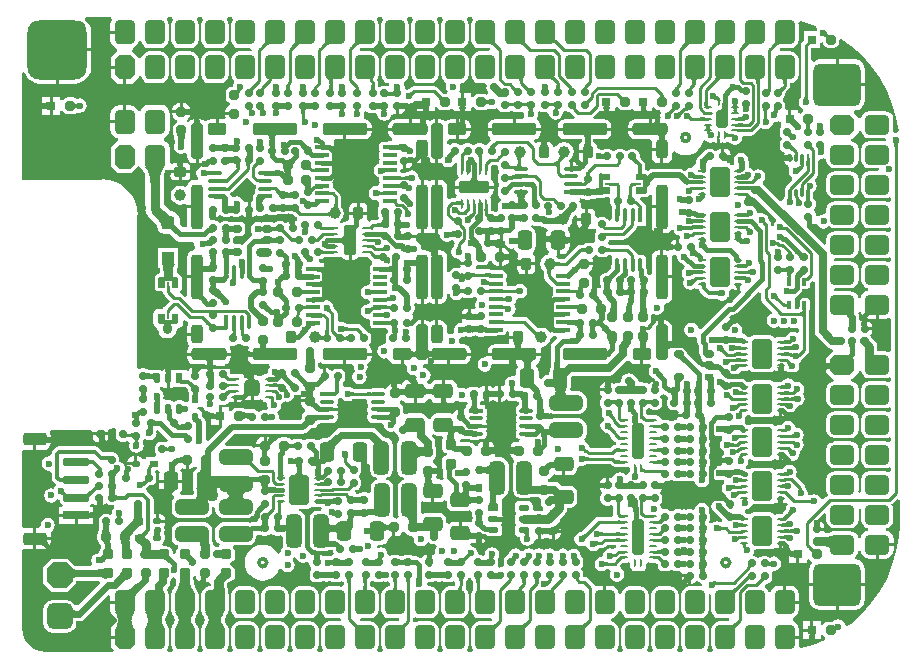
<source format=gbr>
%TF.GenerationSoftware,Altium Limited,Altium Designer,21.5.1 (32)*%
G04 Layer_Physical_Order=1*
G04 Layer_Color=255*
%FSLAX45Y45*%
%MOMM*%
%TF.SameCoordinates,6D93875A-9943-4EB1-8E24-321CDD5DE8D5*%
%TF.FilePolarity,Positive*%
%TF.FileFunction,Copper,L1,Top,Signal*%
%TF.Part,Single*%
G01*
G75*
%TA.AperFunction,Conductor*%
%ADD10C,0.25000*%
%TA.AperFunction,NonConductor*%
%ADD11C,0.34000*%
%TA.AperFunction,SMDPad,CuDef*%
G04:AMPARAMS|DCode=12|XSize=0.6mm|YSize=0.6mm|CornerRadius=0.15mm|HoleSize=0mm|Usage=FLASHONLY|Rotation=180.000|XOffset=0mm|YOffset=0mm|HoleType=Round|Shape=RoundedRectangle|*
%AMROUNDEDRECTD12*
21,1,0.60000,0.30000,0,0,180.0*
21,1,0.30000,0.60000,0,0,180.0*
1,1,0.30000,-0.15000,0.15000*
1,1,0.30000,0.15000,0.15000*
1,1,0.30000,0.15000,-0.15000*
1,1,0.30000,-0.15000,-0.15000*
%
%ADD12ROUNDEDRECTD12*%
G04:AMPARAMS|DCode=13|XSize=0.6mm|YSize=0.7mm|CornerRadius=0.15mm|HoleSize=0mm|Usage=FLASHONLY|Rotation=0.000|XOffset=0mm|YOffset=0mm|HoleType=Round|Shape=RoundedRectangle|*
%AMROUNDEDRECTD13*
21,1,0.60000,0.40000,0,0,0.0*
21,1,0.30000,0.70000,0,0,0.0*
1,1,0.30000,0.15000,-0.20000*
1,1,0.30000,-0.15000,-0.20000*
1,1,0.30000,-0.15000,0.20000*
1,1,0.30000,0.15000,0.20000*
%
%ADD13ROUNDEDRECTD13*%
G04:AMPARAMS|DCode=14|XSize=0.25mm|YSize=0.65mm|CornerRadius=0.0625mm|HoleSize=0mm|Usage=FLASHONLY|Rotation=90.000|XOffset=0mm|YOffset=0mm|HoleType=Round|Shape=RoundedRectangle|*
%AMROUNDEDRECTD14*
21,1,0.25000,0.52500,0,0,90.0*
21,1,0.12500,0.65000,0,0,90.0*
1,1,0.12500,0.26250,0.06250*
1,1,0.12500,0.26250,-0.06250*
1,1,0.12500,-0.26250,-0.06250*
1,1,0.12500,-0.26250,0.06250*
%
%ADD14ROUNDEDRECTD14*%
G04:AMPARAMS|DCode=15|XSize=0.25mm|YSize=0.65mm|CornerRadius=0.0625mm|HoleSize=0mm|Usage=FLASHONLY|Rotation=0.000|XOffset=0mm|YOffset=0mm|HoleType=Round|Shape=RoundedRectangle|*
%AMROUNDEDRECTD15*
21,1,0.25000,0.52500,0,0,0.0*
21,1,0.12500,0.65000,0,0,0.0*
1,1,0.12500,0.06250,-0.26250*
1,1,0.12500,-0.06250,-0.26250*
1,1,0.12500,-0.06250,0.26250*
1,1,0.12500,0.06250,0.26250*
%
%ADD15ROUNDEDRECTD15*%
G04:AMPARAMS|DCode=16|XSize=1mm|YSize=1.5mm|CornerRadius=0.25mm|HoleSize=0mm|Usage=FLASHONLY|Rotation=0.000|XOffset=0mm|YOffset=0mm|HoleType=Round|Shape=RoundedRectangle|*
%AMROUNDEDRECTD16*
21,1,1.00000,1.00000,0,0,0.0*
21,1,0.50000,1.50000,0,0,0.0*
1,1,0.50000,0.25000,-0.50000*
1,1,0.50000,-0.25000,-0.50000*
1,1,0.50000,-0.25000,0.50000*
1,1,0.50000,0.25000,0.50000*
%
%ADD16ROUNDEDRECTD16*%
%ADD17R,0.70000X0.25000*%
G04:AMPARAMS|DCode=18|XSize=0.25mm|YSize=0.7mm|CornerRadius=0.0625mm|HoleSize=0mm|Usage=FLASHONLY|Rotation=90.000|XOffset=0mm|YOffset=0mm|HoleType=Round|Shape=RoundedRectangle|*
%AMROUNDEDRECTD18*
21,1,0.25000,0.57500,0,0,90.0*
21,1,0.12500,0.70000,0,0,90.0*
1,1,0.12500,0.28750,0.06250*
1,1,0.12500,0.28750,-0.06250*
1,1,0.12500,-0.28750,-0.06250*
1,1,0.12500,-0.28750,0.06250*
%
%ADD18ROUNDEDRECTD18*%
G04:AMPARAMS|DCode=19|XSize=2.5mm|YSize=1.7mm|CornerRadius=0.17mm|HoleSize=0mm|Usage=FLASHONLY|Rotation=90.000|XOffset=0mm|YOffset=0mm|HoleType=Round|Shape=RoundedRectangle|*
%AMROUNDEDRECTD19*
21,1,2.50000,1.36000,0,0,90.0*
21,1,2.16000,1.70000,0,0,90.0*
1,1,0.34000,0.68000,1.08000*
1,1,0.34000,0.68000,-1.08000*
1,1,0.34000,-0.68000,-1.08000*
1,1,0.34000,-0.68000,1.08000*
%
%ADD19ROUNDEDRECTD19*%
%ADD20R,1.15000X0.35000*%
G04:AMPARAMS|DCode=21|XSize=0.35mm|YSize=1.15mm|CornerRadius=0.0875mm|HoleSize=0mm|Usage=FLASHONLY|Rotation=90.000|XOffset=0mm|YOffset=0mm|HoleType=Round|Shape=RoundedRectangle|*
%AMROUNDEDRECTD21*
21,1,0.35000,0.97500,0,0,90.0*
21,1,0.17500,1.15000,0,0,90.0*
1,1,0.17500,0.48750,0.08750*
1,1,0.17500,0.48750,-0.08750*
1,1,0.17500,-0.48750,-0.08750*
1,1,0.17500,-0.48750,0.08750*
%
%ADD21ROUNDEDRECTD21*%
%ADD22R,0.90000X0.55000*%
G04:AMPARAMS|DCode=23|XSize=0.55mm|YSize=0.9mm|CornerRadius=0.1375mm|HoleSize=0mm|Usage=FLASHONLY|Rotation=90.000|XOffset=0mm|YOffset=0mm|HoleType=Round|Shape=RoundedRectangle|*
%AMROUNDEDRECTD23*
21,1,0.55000,0.62500,0,0,90.0*
21,1,0.27500,0.90000,0,0,90.0*
1,1,0.27500,0.31250,0.13750*
1,1,0.27500,0.31250,-0.13750*
1,1,0.27500,-0.31250,-0.13750*
1,1,0.27500,-0.31250,0.13750*
%
%ADD23ROUNDEDRECTD23*%
%ADD24R,0.55000X0.90000*%
G04:AMPARAMS|DCode=25|XSize=0.55mm|YSize=0.9mm|CornerRadius=0.1375mm|HoleSize=0mm|Usage=FLASHONLY|Rotation=0.000|XOffset=0mm|YOffset=0mm|HoleType=Round|Shape=RoundedRectangle|*
%AMROUNDEDRECTD25*
21,1,0.55000,0.62500,0,0,0.0*
21,1,0.27500,0.90000,0,0,0.0*
1,1,0.27500,0.13750,-0.31250*
1,1,0.27500,-0.13750,-0.31250*
1,1,0.27500,-0.13750,0.31250*
1,1,0.27500,0.13750,0.31250*
%
%ADD25ROUNDEDRECTD25*%
G04:AMPARAMS|DCode=26|XSize=1.4mm|YSize=1.3mm|CornerRadius=0.325mm|HoleSize=0mm|Usage=FLASHONLY|Rotation=90.000|XOffset=0mm|YOffset=0mm|HoleType=Round|Shape=RoundedRectangle|*
%AMROUNDEDRECTD26*
21,1,1.40000,0.65000,0,0,90.0*
21,1,0.75000,1.30000,0,0,90.0*
1,1,0.65000,0.32500,0.37500*
1,1,0.65000,0.32500,-0.37500*
1,1,0.65000,-0.32500,-0.37500*
1,1,0.65000,-0.32500,0.37500*
%
%ADD26ROUNDEDRECTD26*%
G04:AMPARAMS|DCode=27|XSize=0.6mm|YSize=0.8mm|CornerRadius=0.15mm|HoleSize=0mm|Usage=FLASHONLY|Rotation=270.000|XOffset=0mm|YOffset=0mm|HoleType=Round|Shape=RoundedRectangle|*
%AMROUNDEDRECTD27*
21,1,0.60000,0.50000,0,0,270.0*
21,1,0.30000,0.80000,0,0,270.0*
1,1,0.30000,-0.25000,-0.15000*
1,1,0.30000,-0.25000,0.15000*
1,1,0.30000,0.25000,0.15000*
1,1,0.30000,0.25000,-0.15000*
%
%ADD27ROUNDEDRECTD27*%
%ADD28R,0.80000X0.60000*%
G04:AMPARAMS|DCode=29|XSize=0.35mm|YSize=0.7mm|CornerRadius=0.0875mm|HoleSize=0mm|Usage=FLASHONLY|Rotation=180.000|XOffset=0mm|YOffset=0mm|HoleType=Round|Shape=RoundedRectangle|*
%AMROUNDEDRECTD29*
21,1,0.35000,0.52501,0,0,180.0*
21,1,0.17500,0.70000,0,0,180.0*
1,1,0.17500,-0.08750,0.26250*
1,1,0.17500,0.08750,0.26250*
1,1,0.17500,0.08750,-0.26250*
1,1,0.17500,-0.08750,-0.26250*
%
%ADD29ROUNDEDRECTD29*%
%ADD30R,0.35000X0.70000*%
G04:AMPARAMS|DCode=31|XSize=0.27mm|YSize=0.65mm|CornerRadius=0.0675mm|HoleSize=0mm|Usage=FLASHONLY|Rotation=0.000|XOffset=0mm|YOffset=0mm|HoleType=Round|Shape=RoundedRectangle|*
%AMROUNDEDRECTD31*
21,1,0.27000,0.51501,0,0,0.0*
21,1,0.13500,0.65000,0,0,0.0*
1,1,0.13500,0.06750,-0.25750*
1,1,0.13500,-0.06750,-0.25750*
1,1,0.13500,-0.06750,0.25750*
1,1,0.13500,0.06750,0.25750*
%
%ADD31ROUNDEDRECTD31*%
%ADD32R,0.27000X0.65000*%
G04:AMPARAMS|DCode=33|XSize=0.25mm|YSize=0.7mm|CornerRadius=0.0625mm|HoleSize=0mm|Usage=FLASHONLY|Rotation=0.000|XOffset=0mm|YOffset=0mm|HoleType=Round|Shape=RoundedRectangle|*
%AMROUNDEDRECTD33*
21,1,0.25000,0.57500,0,0,0.0*
21,1,0.12500,0.70000,0,0,0.0*
1,1,0.12500,0.06250,-0.28750*
1,1,0.12500,-0.06250,-0.28750*
1,1,0.12500,-0.06250,0.28750*
1,1,0.12500,0.06250,0.28750*
%
%ADD33ROUNDEDRECTD33*%
G04:AMPARAMS|DCode=34|XSize=1mm|YSize=3mm|CornerRadius=0.25mm|HoleSize=0mm|Usage=FLASHONLY|Rotation=0.000|XOffset=0mm|YOffset=0mm|HoleType=Round|Shape=RoundedRectangle|*
%AMROUNDEDRECTD34*
21,1,1.00000,2.50000,0,0,0.0*
21,1,0.50000,3.00000,0,0,0.0*
1,1,0.50000,0.25000,-1.25000*
1,1,0.50000,-0.25000,-1.25000*
1,1,0.50000,-0.25000,1.25000*
1,1,0.50000,0.25000,1.25000*
%
%ADD34ROUNDEDRECTD34*%
G04:AMPARAMS|DCode=35|XSize=0.35mm|YSize=1.2mm|CornerRadius=0.0875mm|HoleSize=0mm|Usage=FLASHONLY|Rotation=90.000|XOffset=0mm|YOffset=0mm|HoleType=Round|Shape=RoundedRectangle|*
%AMROUNDEDRECTD35*
21,1,0.35000,1.02500,0,0,90.0*
21,1,0.17500,1.20000,0,0,90.0*
1,1,0.17500,0.51250,0.08750*
1,1,0.17500,0.51250,-0.08750*
1,1,0.17500,-0.51250,-0.08750*
1,1,0.17500,-0.51250,0.08750*
%
%ADD35ROUNDEDRECTD35*%
%ADD36R,1.20000X0.35000*%
%ADD37R,0.85000X0.25000*%
G04:AMPARAMS|DCode=38|XSize=0.25mm|YSize=0.85mm|CornerRadius=0.0625mm|HoleSize=0mm|Usage=FLASHONLY|Rotation=90.000|XOffset=0mm|YOffset=0mm|HoleType=Round|Shape=RoundedRectangle|*
%AMROUNDEDRECTD38*
21,1,0.25000,0.72500,0,0,90.0*
21,1,0.12500,0.85000,0,0,90.0*
1,1,0.12500,0.36250,0.06250*
1,1,0.12500,0.36250,-0.06250*
1,1,0.12500,-0.36250,-0.06250*
1,1,0.12500,-0.36250,0.06250*
%
%ADD38ROUNDEDRECTD38*%
G04:AMPARAMS|DCode=39|XSize=2.55mm|YSize=1.1mm|CornerRadius=0.275mm|HoleSize=0mm|Usage=FLASHONLY|Rotation=90.000|XOffset=0mm|YOffset=0mm|HoleType=Round|Shape=RoundedRectangle|*
%AMROUNDEDRECTD39*
21,1,2.55000,0.55000,0,0,90.0*
21,1,2.00000,1.10000,0,0,90.0*
1,1,0.55000,0.27500,1.00000*
1,1,0.55000,0.27500,-1.00000*
1,1,0.55000,-0.27500,-1.00000*
1,1,0.55000,-0.27500,1.00000*
%
%ADD39ROUNDEDRECTD39*%
%ADD40R,0.35000X1.15000*%
G04:AMPARAMS|DCode=41|XSize=0.35mm|YSize=1.15mm|CornerRadius=0.0875mm|HoleSize=0mm|Usage=FLASHONLY|Rotation=180.000|XOffset=0mm|YOffset=0mm|HoleType=Round|Shape=RoundedRectangle|*
%AMROUNDEDRECTD41*
21,1,0.35000,0.97500,0,0,180.0*
21,1,0.17500,1.15000,0,0,180.0*
1,1,0.17500,-0.08750,0.48750*
1,1,0.17500,0.08750,0.48750*
1,1,0.17500,0.08750,-0.48750*
1,1,0.17500,-0.08750,-0.48750*
%
%ADD41ROUNDEDRECTD41*%
%ADD42R,0.25000X0.85000*%
G04:AMPARAMS|DCode=43|XSize=0.25mm|YSize=0.85mm|CornerRadius=0.0625mm|HoleSize=0mm|Usage=FLASHONLY|Rotation=0.000|XOffset=0mm|YOffset=0mm|HoleType=Round|Shape=RoundedRectangle|*
%AMROUNDEDRECTD43*
21,1,0.25000,0.72500,0,0,0.0*
21,1,0.12500,0.85000,0,0,0.0*
1,1,0.12500,0.06250,-0.36250*
1,1,0.12500,-0.06250,-0.36250*
1,1,0.12500,-0.06250,0.36250*
1,1,0.12500,0.06250,0.36250*
%
%ADD43ROUNDEDRECTD43*%
G04:AMPARAMS|DCode=44|XSize=2.55mm|YSize=1.1mm|CornerRadius=0.275mm|HoleSize=0mm|Usage=FLASHONLY|Rotation=0.000|XOffset=0mm|YOffset=0mm|HoleType=Round|Shape=RoundedRectangle|*
%AMROUNDEDRECTD44*
21,1,2.55000,0.55000,0,0,0.0*
21,1,2.00000,1.10000,0,0,0.0*
1,1,0.55000,1.00000,-0.27500*
1,1,0.55000,-1.00000,-0.27500*
1,1,0.55000,-1.00000,0.27500*
1,1,0.55000,1.00000,0.27500*
%
%ADD44ROUNDEDRECTD44*%
%ADD45C,1.00000*%
G04:AMPARAMS|DCode=46|XSize=0.8mm|YSize=1mm|CornerRadius=0.04mm|HoleSize=0mm|Usage=FLASHONLY|Rotation=90.000|XOffset=0mm|YOffset=0mm|HoleType=Round|Shape=RoundedRectangle|*
%AMROUNDEDRECTD46*
21,1,0.80000,0.92000,0,0,90.0*
21,1,0.72000,1.00000,0,0,90.0*
1,1,0.08000,0.46000,0.36000*
1,1,0.08000,0.46000,-0.36000*
1,1,0.08000,-0.46000,-0.36000*
1,1,0.08000,-0.46000,0.36000*
%
%ADD46ROUNDEDRECTD46*%
G04:AMPARAMS|DCode=47|XSize=0.8mm|YSize=1mm|CornerRadius=0.04mm|HoleSize=0mm|Usage=FLASHONLY|Rotation=180.000|XOffset=0mm|YOffset=0mm|HoleType=Round|Shape=RoundedRectangle|*
%AMROUNDEDRECTD47*
21,1,0.80000,0.92000,0,0,180.0*
21,1,0.72000,1.00000,0,0,180.0*
1,1,0.08000,-0.36000,0.46000*
1,1,0.08000,0.36000,0.46000*
1,1,0.08000,0.36000,-0.46000*
1,1,0.08000,-0.36000,-0.46000*
%
%ADD47ROUNDEDRECTD47*%
G04:AMPARAMS|DCode=48|XSize=0.6mm|YSize=0.6mm|CornerRadius=0.15mm|HoleSize=0mm|Usage=FLASHONLY|Rotation=90.000|XOffset=0mm|YOffset=0mm|HoleType=Round|Shape=RoundedRectangle|*
%AMROUNDEDRECTD48*
21,1,0.60000,0.30000,0,0,90.0*
21,1,0.30000,0.60000,0,0,90.0*
1,1,0.30000,0.15000,0.15000*
1,1,0.30000,0.15000,-0.15000*
1,1,0.30000,-0.15000,-0.15000*
1,1,0.30000,-0.15000,0.15000*
%
%ADD48ROUNDEDRECTD48*%
%ADD49O,1.70000X0.30000*%
%ADD50R,0.24000X0.70000*%
%ADD51O,0.30000X1.70000*%
%ADD52R,0.70000X0.24000*%
G04:AMPARAMS|DCode=53|XSize=2mm|YSize=1.1mm|CornerRadius=0.275mm|HoleSize=0mm|Usage=FLASHONLY|Rotation=180.000|XOffset=0mm|YOffset=0mm|HoleType=Round|Shape=RoundedRectangle|*
%AMROUNDEDRECTD53*
21,1,2.00000,0.55000,0,0,180.0*
21,1,1.45000,1.10000,0,0,180.0*
1,1,0.55000,-0.72500,0.27500*
1,1,0.55000,0.72500,0.27500*
1,1,0.55000,0.72500,-0.27500*
1,1,0.55000,-0.72500,-0.27500*
%
%ADD53ROUNDEDRECTD53*%
G04:AMPARAMS|DCode=54|XSize=2.2mm|YSize=0.7mm|CornerRadius=0.175mm|HoleSize=0mm|Usage=FLASHONLY|Rotation=180.000|XOffset=0mm|YOffset=0mm|HoleType=Round|Shape=RoundedRectangle|*
%AMROUNDEDRECTD54*
21,1,2.20000,0.35000,0,0,180.0*
21,1,1.85000,0.70000,0,0,180.0*
1,1,0.35000,-0.92500,0.17500*
1,1,0.35000,0.92500,0.17500*
1,1,0.35000,0.92500,-0.17500*
1,1,0.35000,-0.92500,-0.17500*
%
%ADD54ROUNDEDRECTD54*%
%ADD55R,2.20000X0.70000*%
G04:AMPARAMS|DCode=56|XSize=1.6mm|YSize=1mm|CornerRadius=0.25mm|HoleSize=0mm|Usage=FLASHONLY|Rotation=270.000|XOffset=0mm|YOffset=0mm|HoleType=Round|Shape=RoundedRectangle|*
%AMROUNDEDRECTD56*
21,1,1.60000,0.50000,0,0,270.0*
21,1,1.10000,1.00000,0,0,270.0*
1,1,0.50000,-0.25000,-0.55000*
1,1,0.50000,-0.25000,0.55000*
1,1,0.50000,0.25000,0.55000*
1,1,0.50000,0.25000,-0.55000*
%
%ADD56ROUNDEDRECTD56*%
%TA.AperFunction,SMDPad,SMDef*%
G04:AMPARAMS|DCode=57|XSize=3.8mm|YSize=1mm|CornerRadius=0.25mm|HoleSize=0mm|Usage=FLASHONLY|Rotation=180.000|XOffset=0mm|YOffset=0mm|HoleType=Round|Shape=RoundedRectangle|*
%AMROUNDEDRECTD57*
21,1,3.80000,0.50000,0,0,180.0*
21,1,3.30000,1.00000,0,0,180.0*
1,1,0.50000,-1.65000,0.25000*
1,1,0.50000,1.65000,0.25000*
1,1,0.50000,1.65000,-0.25000*
1,1,0.50000,-1.65000,-0.25000*
%
%ADD57ROUNDEDRECTD57*%
%TA.AperFunction,SMDPad,CuDef*%
G04:AMPARAMS|DCode=58|XSize=3mm|YSize=1mm|CornerRadius=0.25mm|HoleSize=0mm|Usage=FLASHONLY|Rotation=180.000|XOffset=0mm|YOffset=0mm|HoleType=Round|Shape=RoundedRectangle|*
%AMROUNDEDRECTD58*
21,1,3.00000,0.50000,0,0,180.0*
21,1,2.50000,1.00000,0,0,180.0*
1,1,0.50000,-1.25000,0.25000*
1,1,0.50000,1.25000,0.25000*
1,1,0.50000,1.25000,-0.25000*
1,1,0.50000,-1.25000,-0.25000*
%
%ADD58ROUNDEDRECTD58*%
G04:AMPARAMS|DCode=59|XSize=1.6mm|YSize=1mm|CornerRadius=0.25mm|HoleSize=0mm|Usage=FLASHONLY|Rotation=0.000|XOffset=0mm|YOffset=0mm|HoleType=Round|Shape=RoundedRectangle|*
%AMROUNDEDRECTD59*
21,1,1.60000,0.50000,0,0,0.0*
21,1,1.10000,1.00000,0,0,0.0*
1,1,0.50000,0.55000,-0.25000*
1,1,0.50000,-0.55000,-0.25000*
1,1,0.50000,-0.55000,0.25000*
1,1,0.50000,0.55000,0.25000*
%
%ADD59ROUNDEDRECTD59*%
%TA.AperFunction,SMDPad,SMDef*%
G04:AMPARAMS|DCode=60|XSize=3.8mm|YSize=1mm|CornerRadius=0.25mm|HoleSize=0mm|Usage=FLASHONLY|Rotation=270.000|XOffset=0mm|YOffset=0mm|HoleType=Round|Shape=RoundedRectangle|*
%AMROUNDEDRECTD60*
21,1,3.80000,0.50000,0,0,270.0*
21,1,3.30000,1.00000,0,0,270.0*
1,1,0.50000,-0.25000,-1.65000*
1,1,0.50000,-0.25000,1.65000*
1,1,0.50000,0.25000,1.65000*
1,1,0.50000,0.25000,-1.65000*
%
%ADD60ROUNDEDRECTD60*%
%TA.AperFunction,SMDPad,CuDef*%
G04:AMPARAMS|DCode=61|XSize=3mm|YSize=1mm|CornerRadius=0.25mm|HoleSize=0mm|Usage=FLASHONLY|Rotation=270.000|XOffset=0mm|YOffset=0mm|HoleType=Round|Shape=RoundedRectangle|*
%AMROUNDEDRECTD61*
21,1,3.00000,0.50000,0,0,270.0*
21,1,2.50000,1.00000,0,0,270.0*
1,1,0.50000,-0.25000,-1.25000*
1,1,0.50000,-0.25000,1.25000*
1,1,0.50000,0.25000,1.25000*
1,1,0.50000,0.25000,-1.25000*
%
%ADD61ROUNDEDRECTD61*%
G04:AMPARAMS|DCode=62|XSize=0.9mm|YSize=0.8mm|CornerRadius=0.2mm|HoleSize=0mm|Usage=FLASHONLY|Rotation=180.000|XOffset=0mm|YOffset=0mm|HoleType=Round|Shape=RoundedRectangle|*
%AMROUNDEDRECTD62*
21,1,0.90000,0.40000,0,0,180.0*
21,1,0.50000,0.80000,0,0,180.0*
1,1,0.40000,-0.25000,0.20000*
1,1,0.40000,0.25000,0.20000*
1,1,0.40000,0.25000,-0.20000*
1,1,0.40000,-0.25000,-0.20000*
%
%ADD62ROUNDEDRECTD62*%
G04:AMPARAMS|DCode=63|XSize=2.8mm|YSize=1.3mm|CornerRadius=0.325mm|HoleSize=0mm|Usage=FLASHONLY|Rotation=90.000|XOffset=0mm|YOffset=0mm|HoleType=Round|Shape=RoundedRectangle|*
%AMROUNDEDRECTD63*
21,1,2.80000,0.65000,0,0,90.0*
21,1,2.15000,1.30000,0,0,90.0*
1,1,0.65000,0.32500,1.07500*
1,1,0.65000,0.32500,-1.07500*
1,1,0.65000,-0.32500,-1.07500*
1,1,0.65000,-0.32500,1.07500*
%
%ADD63ROUNDEDRECTD63*%
G04:AMPARAMS|DCode=64|XSize=2.8mm|YSize=1.3mm|CornerRadius=0.325mm|HoleSize=0mm|Usage=FLASHONLY|Rotation=0.000|XOffset=0mm|YOffset=0mm|HoleType=Round|Shape=RoundedRectangle|*
%AMROUNDEDRECTD64*
21,1,2.80000,0.65000,0,0,0.0*
21,1,2.15000,1.30000,0,0,0.0*
1,1,0.65000,1.07500,-0.32500*
1,1,0.65000,-1.07500,-0.32500*
1,1,0.65000,-1.07500,0.32500*
1,1,0.65000,1.07500,0.32500*
%
%ADD64ROUNDEDRECTD64*%
%ADD65R,0.80000X0.80000*%
G04:AMPARAMS|DCode=66|XSize=0.8mm|YSize=0.8mm|CornerRadius=0.2mm|HoleSize=0mm|Usage=FLASHONLY|Rotation=90.000|XOffset=0mm|YOffset=0mm|HoleType=Round|Shape=RoundedRectangle|*
%AMROUNDEDRECTD66*
21,1,0.80000,0.40000,0,0,90.0*
21,1,0.40000,0.80000,0,0,90.0*
1,1,0.40000,0.20000,0.20000*
1,1,0.40000,0.20000,-0.20000*
1,1,0.40000,-0.20000,-0.20000*
1,1,0.40000,-0.20000,0.20000*
%
%ADD66ROUNDEDRECTD66*%
%ADD67R,0.70000X0.50000*%
G04:AMPARAMS|DCode=68|XSize=0.5mm|YSize=0.7mm|CornerRadius=0.125mm|HoleSize=0mm|Usage=FLASHONLY|Rotation=90.000|XOffset=0mm|YOffset=0mm|HoleType=Round|Shape=RoundedRectangle|*
%AMROUNDEDRECTD68*
21,1,0.50000,0.45000,0,0,90.0*
21,1,0.25000,0.70000,0,0,90.0*
1,1,0.25000,0.22500,0.12500*
1,1,0.25000,0.22500,-0.12500*
1,1,0.25000,-0.22500,-0.12500*
1,1,0.25000,-0.22500,0.12500*
%
%ADD68ROUNDEDRECTD68*%
%ADD69R,0.50000X0.70000*%
G04:AMPARAMS|DCode=70|XSize=0.5mm|YSize=0.7mm|CornerRadius=0.125mm|HoleSize=0mm|Usage=FLASHONLY|Rotation=0.000|XOffset=0mm|YOffset=0mm|HoleType=Round|Shape=RoundedRectangle|*
%AMROUNDEDRECTD70*
21,1,0.50000,0.45000,0,0,0.0*
21,1,0.25000,0.70000,0,0,0.0*
1,1,0.25000,0.12500,-0.22500*
1,1,0.25000,-0.12500,-0.22500*
1,1,0.25000,-0.12500,0.22500*
1,1,0.25000,0.12500,0.22500*
%
%ADD70ROUNDEDRECTD70*%
%ADD71R,1.10000X1.10000*%
G04:AMPARAMS|DCode=72|XSize=1.1mm|YSize=1.1mm|CornerRadius=0.275mm|HoleSize=0mm|Usage=FLASHONLY|Rotation=180.000|XOffset=0mm|YOffset=0mm|HoleType=Round|Shape=RoundedRectangle|*
%AMROUNDEDRECTD72*
21,1,1.10000,0.55000,0,0,180.0*
21,1,0.55000,1.10000,0,0,180.0*
1,1,0.55000,-0.27500,0.27500*
1,1,0.55000,0.27500,0.27500*
1,1,0.55000,0.27500,-0.27500*
1,1,0.55000,-0.27500,-0.27500*
%
%ADD72ROUNDEDRECTD72*%
G04:AMPARAMS|DCode=73|XSize=1.65mm|YSize=1.25mm|CornerRadius=0.3125mm|HoleSize=0mm|Usage=FLASHONLY|Rotation=0.000|XOffset=0mm|YOffset=0mm|HoleType=Round|Shape=RoundedRectangle|*
%AMROUNDEDRECTD73*
21,1,1.65000,0.62500,0,0,0.0*
21,1,1.02500,1.25000,0,0,0.0*
1,1,0.62500,0.51250,-0.31250*
1,1,0.62500,-0.51250,-0.31250*
1,1,0.62500,-0.51250,0.31250*
1,1,0.62500,0.51250,0.31250*
%
%ADD73ROUNDEDRECTD73*%
G04:AMPARAMS|DCode=74|XSize=1.65mm|YSize=1.25mm|CornerRadius=0.3125mm|HoleSize=0mm|Usage=FLASHONLY|Rotation=270.000|XOffset=0mm|YOffset=0mm|HoleType=Round|Shape=RoundedRectangle|*
%AMROUNDEDRECTD74*
21,1,1.65000,0.62500,0,0,270.0*
21,1,1.02500,1.25000,0,0,270.0*
1,1,0.62500,-0.31250,-0.51250*
1,1,0.62500,-0.31250,0.51250*
1,1,0.62500,0.31250,0.51250*
1,1,0.62500,0.31250,-0.51250*
%
%ADD74ROUNDEDRECTD74*%
G04:AMPARAMS|DCode=75|XSize=0.8mm|YSize=0.8mm|CornerRadius=0.2mm|HoleSize=0mm|Usage=FLASHONLY|Rotation=180.000|XOffset=0mm|YOffset=0mm|HoleType=Round|Shape=RoundedRectangle|*
%AMROUNDEDRECTD75*
21,1,0.80000,0.40000,0,0,180.0*
21,1,0.40000,0.80000,0,0,180.0*
1,1,0.40000,-0.20000,0.20000*
1,1,0.40000,0.20000,0.20000*
1,1,0.40000,0.20000,-0.20000*
1,1,0.40000,-0.20000,-0.20000*
%
%ADD75ROUNDEDRECTD75*%
%TA.AperFunction,Conductor*%
%ADD76C,0.40000*%
%ADD77C,0.70000*%
%ADD78C,0.50000*%
%ADD79C,0.30000*%
%ADD80C,0.24000*%
%ADD81C,0.80000*%
%ADD82C,1.00000*%
%ADD83C,0.60000*%
%ADD84C,0.20000*%
%TA.AperFunction,ComponentPad*%
G04:AMPARAMS|DCode=85|XSize=1.7mm|YSize=2.1mm|CornerRadius=0mm|HoleSize=0mm|Usage=FLASHONLY|Rotation=270.000|XOffset=0mm|YOffset=0mm|HoleType=Round|Shape=Octagon|*
%AMOCTAGOND85*
4,1,8,1.05000,0.42500,1.05000,-0.42500,0.62500,-0.85000,-0.62500,-0.85000,-1.05000,-0.42500,-1.05000,0.42500,-0.62500,0.85000,0.62500,0.85000,1.05000,0.42500,0.0*
%
%ADD85OCTAGOND85*%

G04:AMPARAMS|DCode=86|XSize=1.7mm|YSize=2.1mm|CornerRadius=0.425mm|HoleSize=0mm|Usage=FLASHONLY|Rotation=270.000|XOffset=0mm|YOffset=0mm|HoleType=Round|Shape=RoundedRectangle|*
%AMROUNDEDRECTD86*
21,1,1.70000,1.25001,0,0,270.0*
21,1,0.85000,2.10000,0,0,270.0*
1,1,0.85000,-0.62500,-0.42500*
1,1,0.85000,-0.62500,0.42500*
1,1,0.85000,0.62500,0.42500*
1,1,0.85000,0.62500,-0.42500*
%
%ADD86ROUNDEDRECTD86*%
G04:AMPARAMS|DCode=87|XSize=1.7mm|YSize=2.1mm|CornerRadius=0.425mm|HoleSize=0mm|Usage=FLASHONLY|Rotation=0.000|XOffset=0mm|YOffset=0mm|HoleType=Round|Shape=RoundedRectangle|*
%AMROUNDEDRECTD87*
21,1,1.70000,1.25001,0,0,0.0*
21,1,0.85000,2.10000,0,0,0.0*
1,1,0.85000,0.42500,-0.62500*
1,1,0.85000,-0.42500,-0.62500*
1,1,0.85000,-0.42500,0.62500*
1,1,0.85000,0.42500,0.62500*
%
%ADD87ROUNDEDRECTD87*%
G04:AMPARAMS|DCode=88|XSize=1.7mm|YSize=2.1mm|CornerRadius=0mm|HoleSize=0mm|Usage=FLASHONLY|Rotation=0.000|XOffset=0mm|YOffset=0mm|HoleType=Round|Shape=Octagon|*
%AMOCTAGOND88*
4,1,8,-0.42500,1.05000,0.42500,1.05000,0.85000,0.62500,0.85000,-0.62500,0.42500,-1.05000,-0.42500,-1.05000,-0.85000,-0.62500,-0.85000,0.62500,-0.42500,1.05000,0.0*
%
%ADD88OCTAGOND88*%

G04:AMPARAMS|DCode=89|XSize=4mm|YSize=3.6mm|CornerRadius=0.54mm|HoleSize=0mm|Usage=FLASHONLY|Rotation=0.000|XOffset=0mm|YOffset=0mm|HoleType=Round|Shape=RoundedRectangle|*
%AMROUNDEDRECTD89*
21,1,4.00000,2.52000,0,0,0.0*
21,1,2.92000,3.60000,0,0,0.0*
1,1,1.08000,1.46000,-1.26000*
1,1,1.08000,-1.46000,-1.26000*
1,1,1.08000,-1.46000,1.26000*
1,1,1.08000,1.46000,1.26000*
%
%ADD89ROUNDEDRECTD89*%
G04:AMPARAMS|DCode=90|XSize=5mm|YSize=5mm|CornerRadius=1mm|HoleSize=0mm|Usage=FLASHONLY|Rotation=0.000|XOffset=0mm|YOffset=0mm|HoleType=Round|Shape=RoundedRectangle|*
%AMROUNDEDRECTD90*
21,1,5.00000,3.00000,0,0,0.0*
21,1,3.00000,5.00000,0,0,0.0*
1,1,2.00000,1.50000,-1.50000*
1,1,2.00000,-1.50000,-1.50000*
1,1,2.00000,-1.50000,1.50000*
1,1,2.00000,1.50000,1.50000*
%
%ADD90ROUNDEDRECTD90*%
G04:AMPARAMS|DCode=91|XSize=2.2mm|YSize=2.2mm|CornerRadius=0.55mm|HoleSize=0mm|Usage=FLASHONLY|Rotation=270.000|XOffset=0mm|YOffset=0mm|HoleType=Round|Shape=RoundedRectangle|*
%AMROUNDEDRECTD91*
21,1,2.20000,1.10000,0,0,270.0*
21,1,1.10000,2.20000,0,0,270.0*
1,1,1.10000,-0.55000,-0.55000*
1,1,1.10000,-0.55000,0.55000*
1,1,1.10000,0.55000,0.55000*
1,1,1.10000,0.55000,-0.55000*
%
%ADD91ROUNDEDRECTD91*%
G04:AMPARAMS|DCode=92|XSize=2.2mm|YSize=2.2mm|CornerRadius=0mm|HoleSize=0mm|Usage=FLASHONLY|Rotation=270.000|XOffset=0mm|YOffset=0mm|HoleType=Round|Shape=Octagon|*
%AMOCTAGOND92*
4,1,8,-0.55000,-1.10000,0.55000,-1.10000,1.10000,-0.55000,1.10000,0.55000,0.55000,1.10000,-0.55000,1.10000,-1.10000,0.55000,-1.10000,-0.55000,-0.55000,-1.10000,0.0*
%
%ADD92OCTAGOND92*%

%TA.AperFunction,ViaPad*%
%ADD93C,0.60000*%
%ADD94C,1.20000*%
%ADD95C,1.10000*%
G36*
X7966982Y5291643D02*
X7970721Y5288415D01*
X7974709Y5293037D01*
X7975300Y5290690D01*
X7976236Y5288183D01*
X7977518Y5285516D01*
X7979144Y5282689D01*
X7981116Y5279701D01*
X7981721Y5278916D01*
X7987783Y5273681D01*
X7991514Y5271251D01*
X7994657Y5269646D01*
X7997213Y5268865D01*
X7999180Y5268908D01*
X8000560Y5269776D01*
X7995154Y5263405D01*
X7996151Y5262356D01*
X7977561Y5238520D01*
X7975620Y5240386D01*
X7970224Y5234027D01*
X7970890Y5235609D01*
X7970717Y5237793D01*
X7969703Y5240581D01*
X7967850Y5243971D01*
X7965158Y5247965D01*
X7963152Y5250576D01*
X7959927Y5252570D01*
X7956622Y5254298D01*
X7953390Y5255666D01*
X7950232Y5256674D01*
X7947148Y5257320D01*
X7944138Y5257607D01*
X7950584Y5265077D01*
X7939100Y5276981D01*
X7960313Y5298194D01*
X7966982Y5291643D01*
D02*
G37*
G36*
X1341327Y5325102D02*
X1343473Y5317049D01*
X1346126Y5309184D01*
X1349285Y5301508D01*
X1352951Y5294020D01*
X1357123Y5286721D01*
X1361802Y5279609D01*
X1366987Y5272687D01*
X1372679Y5265952D01*
X1378878Y5259407D01*
X1352722Y5228994D01*
X1346296Y5235001D01*
X1339599Y5240444D01*
X1332630Y5245322D01*
X1325389Y5249635D01*
X1317876Y5253383D01*
X1310091Y5256566D01*
X1302035Y5259185D01*
X1293707Y5261238D01*
X1285108Y5262727D01*
X1276236Y5263652D01*
X1339687Y5333344D01*
X1341327Y5325102D01*
D02*
G37*
G36*
X1648223Y5264001D02*
X1639402Y5262582D01*
X1630853Y5260654D01*
X1622574Y5258219D01*
X1614565Y5255274D01*
X1606828Y5251822D01*
X1599361Y5247860D01*
X1592164Y5243391D01*
X1585239Y5238413D01*
X1578584Y5232926D01*
X1572199Y5226931D01*
X1543915Y5255216D01*
X1549910Y5261600D01*
X1555396Y5268255D01*
X1560375Y5275181D01*
X1564844Y5282377D01*
X1568805Y5289844D01*
X1572258Y5297582D01*
X1575202Y5305590D01*
X1577638Y5313869D01*
X1579566Y5322419D01*
X1580985Y5331239D01*
X1648223Y5264001D01*
D02*
G37*
G36*
X7571174Y5186581D02*
X7569207Y5187923D01*
X7566788Y5188465D01*
X7563918Y5188207D01*
X7560597Y5187149D01*
X7556824Y5185292D01*
X7552600Y5182636D01*
X7547924Y5179179D01*
X7542797Y5174923D01*
X7531189Y5164011D01*
X7513511Y5181689D01*
X7519367Y5187718D01*
X7528679Y5198424D01*
X7532136Y5203100D01*
X7534792Y5207324D01*
X7536650Y5211097D01*
X7537707Y5214418D01*
X7537965Y5217288D01*
X7537423Y5219707D01*
X7536081Y5221674D01*
X7571174Y5186581D01*
D02*
G37*
G36*
X7317174D02*
X7315207Y5187923D01*
X7312788Y5188465D01*
X7309918Y5188207D01*
X7306597Y5187149D01*
X7302824Y5185292D01*
X7298600Y5182636D01*
X7293924Y5179179D01*
X7288797Y5174923D01*
X7277189Y5164011D01*
X7259511Y5181689D01*
X7265367Y5187718D01*
X7274679Y5198424D01*
X7278136Y5203100D01*
X7280792Y5207324D01*
X7282650Y5211097D01*
X7283707Y5214418D01*
X7283965Y5217288D01*
X7283423Y5219707D01*
X7282081Y5221674D01*
X7317174Y5186581D01*
D02*
G37*
G36*
X7063174D02*
X7061207Y5187923D01*
X7058788Y5188465D01*
X7055918Y5188207D01*
X7052597Y5187149D01*
X7048824Y5185292D01*
X7044600Y5182636D01*
X7039924Y5179179D01*
X7034797Y5174923D01*
X7023189Y5164011D01*
X7005511Y5181689D01*
X7011367Y5187718D01*
X7020679Y5198424D01*
X7024136Y5203100D01*
X7026792Y5207324D01*
X7028650Y5211097D01*
X7029707Y5214418D01*
X7029965Y5217288D01*
X7029423Y5219707D01*
X7028081Y5221674D01*
X7063174Y5186581D01*
D02*
G37*
G36*
X6809174D02*
X6807207Y5187923D01*
X6804788Y5188465D01*
X6801918Y5188207D01*
X6798597Y5187149D01*
X6794824Y5185292D01*
X6790600Y5182636D01*
X6785924Y5179179D01*
X6780797Y5174923D01*
X6769189Y5164011D01*
X6751511Y5181689D01*
X6757367Y5187718D01*
X6766679Y5198424D01*
X6770136Y5203100D01*
X6772792Y5207324D01*
X6774650Y5211097D01*
X6775707Y5214418D01*
X6775965Y5217288D01*
X6775423Y5219707D01*
X6774081Y5221674D01*
X6809174Y5186581D01*
D02*
G37*
G36*
X4015174D02*
X4013207Y5187923D01*
X4010788Y5188465D01*
X4007918Y5188207D01*
X4004597Y5187149D01*
X4000824Y5185292D01*
X3996600Y5182636D01*
X3991924Y5179179D01*
X3986797Y5174923D01*
X3975189Y5164011D01*
X3957511Y5181689D01*
X3963367Y5187718D01*
X3972679Y5198424D01*
X3976136Y5203100D01*
X3978792Y5207324D01*
X3980650Y5211097D01*
X3981707Y5214418D01*
X3981965Y5217288D01*
X3981423Y5219707D01*
X3980081Y5221674D01*
X4015174Y5186581D01*
D02*
G37*
G36*
X3761174D02*
X3759207Y5187923D01*
X3756788Y5188465D01*
X3753918Y5188207D01*
X3750597Y5187149D01*
X3746824Y5185292D01*
X3742600Y5182636D01*
X3737924Y5179179D01*
X3732797Y5174923D01*
X3721189Y5164011D01*
X3703511Y5181689D01*
X3709367Y5187718D01*
X3718679Y5198424D01*
X3722136Y5203100D01*
X3724792Y5207324D01*
X3726650Y5211097D01*
X3727707Y5214418D01*
X3727965Y5217288D01*
X3727423Y5219707D01*
X3726081Y5221674D01*
X3761174Y5186581D01*
D02*
G37*
G36*
X3507174D02*
X3505207Y5187923D01*
X3502788Y5188465D01*
X3499918Y5188207D01*
X3496597Y5187149D01*
X3492824Y5185292D01*
X3488600Y5182636D01*
X3483924Y5179179D01*
X3478797Y5174923D01*
X3467189Y5164011D01*
X3449511Y5181689D01*
X3455367Y5187718D01*
X3464679Y5198424D01*
X3468136Y5203100D01*
X3470792Y5207324D01*
X3472650Y5211097D01*
X3473707Y5214418D01*
X3473965Y5217288D01*
X3473423Y5219707D01*
X3472081Y5221674D01*
X3507174Y5186581D01*
D02*
G37*
G36*
X3253174D02*
X3251207Y5187923D01*
X3248788Y5188465D01*
X3245918Y5188207D01*
X3242597Y5187149D01*
X3238824Y5185292D01*
X3234600Y5182636D01*
X3229924Y5179179D01*
X3224797Y5174923D01*
X3213189Y5164011D01*
X3195511Y5181689D01*
X3201367Y5187718D01*
X3210679Y5198424D01*
X3214136Y5203100D01*
X3216792Y5207324D01*
X3218650Y5211097D01*
X3219707Y5214418D01*
X3219965Y5217288D01*
X3219423Y5219707D01*
X3218081Y5221674D01*
X3253174Y5186581D01*
D02*
G37*
G36*
X5416577Y5219707D02*
X5416035Y5217288D01*
X5416293Y5214418D01*
X5417350Y5211097D01*
X5419208Y5207324D01*
X5421864Y5203100D01*
X5425321Y5198424D01*
X5429577Y5193297D01*
X5440489Y5181689D01*
X5422811Y5164011D01*
X5416781Y5169867D01*
X5406076Y5179179D01*
X5401400Y5182636D01*
X5397176Y5185292D01*
X5393403Y5187149D01*
X5390082Y5188207D01*
X5387212Y5188465D01*
X5384793Y5187923D01*
X5382826Y5186581D01*
X5417919Y5221674D01*
X5416577Y5219707D01*
D02*
G37*
G36*
X5162577D02*
X5162035Y5217288D01*
X5162293Y5214418D01*
X5163350Y5211097D01*
X5165208Y5207324D01*
X5167864Y5203100D01*
X5171321Y5198424D01*
X5175577Y5193297D01*
X5186489Y5181689D01*
X5168811Y5164011D01*
X5162781Y5169867D01*
X5152076Y5179179D01*
X5147400Y5182636D01*
X5143176Y5185292D01*
X5139403Y5187149D01*
X5136082Y5188207D01*
X5133212Y5188465D01*
X5130793Y5187923D01*
X5128826Y5186581D01*
X5163919Y5221674D01*
X5162577Y5219707D01*
D02*
G37*
G36*
X8178610Y5177676D02*
X8270558Y5095506D01*
X8352728Y5003559D01*
X8424085Y4902989D01*
X8483734Y4795062D01*
X8530925Y4681135D01*
X8565062Y4562641D01*
X8583063Y4456694D01*
X8565653Y4439765D01*
X8561131Y4440664D01*
X8553407Y4439128D01*
X8536399Y4456137D01*
X8538420Y4466300D01*
Y4551300D01*
X8532793Y4579588D01*
X8516770Y4603569D01*
X8492788Y4619593D01*
X8464500Y4625220D01*
X8339500D01*
X8311212Y4619593D01*
X8287230Y4603569D01*
X8271206Y4579588D01*
X8268000Y4563468D01*
X8248000Y4565438D01*
Y4568800D01*
X8207543Y4609256D01*
X8208882Y4618311D01*
X8214944Y4630140D01*
X8245226Y4636164D01*
X8274665Y4655834D01*
X8294336Y4685274D01*
X8301243Y4720000D01*
Y4833300D01*
X8064500D01*
Y4846000D01*
X8051800D01*
Y5062743D01*
X7918500D01*
X7883774Y5055836D01*
X7863332Y5042178D01*
X7843332Y5052868D01*
Y5160000D01*
X7920000D01*
Y5203107D01*
X7940000Y5205077D01*
X7942901Y5190491D01*
X7953952Y5173952D01*
X7970491Y5162901D01*
X7990000Y5159020D01*
X8030000D01*
X8049509Y5162901D01*
X8066048Y5173952D01*
X8077099Y5190491D01*
X8080980Y5210000D01*
Y5225161D01*
X8098749Y5234341D01*
X8178610Y5177676D01*
D02*
G37*
G36*
X4979742Y5397056D02*
X4969207Y5381288D01*
X4963580Y5353000D01*
Y5228000D01*
X4969207Y5199712D01*
X4985231Y5175730D01*
X5009212Y5159706D01*
X5037500Y5154080D01*
X5120241D01*
X5121312Y5152920D01*
X5117246Y5139785D01*
X5110902Y5132920D01*
X5037500D01*
X5009212Y5127294D01*
X4985231Y5111270D01*
X4969207Y5087288D01*
X4963580Y5059000D01*
Y4934000D01*
X4969207Y4905712D01*
X4985231Y4881730D01*
X5009212Y4865707D01*
X5037500Y4860080D01*
X5079701D01*
X5095732Y4840079D01*
X5093727Y4830000D01*
X5098772Y4804638D01*
X5108717Y4789753D01*
X5104787Y4770739D01*
X5101755Y4766237D01*
X5094508Y4763759D01*
X5089509Y4767099D01*
X5070000Y4770980D01*
X5030000D01*
X5010491Y4767099D01*
X4993952Y4756048D01*
X4985000Y4742650D01*
X4971199Y4743737D01*
X4965000Y4745977D01*
Y4775000D01*
X4902700D01*
Y4700000D01*
Y4660305D01*
X4929695D01*
X4925953Y4659705D01*
X4922605Y4657905D01*
X4919651Y4654905D01*
X4917090Y4650705D01*
X4914924Y4645305D01*
X4913151Y4638705D01*
X4911773Y4630905D01*
X4911127Y4625000D01*
X4965000D01*
Y4654023D01*
X4971199Y4656263D01*
X4985000Y4657350D01*
X4993952Y4643952D01*
X5010491Y4632901D01*
X5030000Y4629020D01*
X5070000D01*
X5089509Y4632901D01*
X5106048Y4643952D01*
X5114389Y4645611D01*
X5116195Y4644404D01*
X5139606Y4639748D01*
X5163017Y4644404D01*
X5170795Y4649601D01*
X5191629Y4642764D01*
X5193681Y4640840D01*
X5202557Y4627557D01*
X5217442Y4617611D01*
X5235000Y4614119D01*
X5265000D01*
X5282558Y4617611D01*
X5291262Y4623427D01*
X5312557Y4627557D01*
X5327442Y4617611D01*
X5345000Y4614119D01*
X5375000D01*
X5392557Y4617611D01*
X5409840Y4605105D01*
X5408825Y4600000D01*
X5413481Y4576589D01*
X5413758Y4576175D01*
X5403067Y4556175D01*
X5342700D01*
Y4482700D01*
X5556175D01*
Y4495000D01*
X5551519Y4518411D01*
X5538257Y4538257D01*
X5527799Y4545246D01*
X5518628Y4552497D01*
X5522701Y4570875D01*
X5526519Y4576589D01*
X5531175Y4600000D01*
X5528207Y4614922D01*
X5531407Y4617740D01*
X5546627Y4624837D01*
X5557442Y4617611D01*
X5575000Y4614119D01*
X5599252D01*
X5606452Y4612603D01*
X5621412Y4596991D01*
X5623481Y4586589D01*
X5636743Y4566742D01*
X5656589Y4553481D01*
X5680000Y4548825D01*
X5703411Y4553481D01*
X5723258Y4566742D01*
X5736519Y4586589D01*
X5741175Y4610000D01*
X5740923Y4611270D01*
X5753806Y4625239D01*
X5772557Y4627557D01*
X5787442Y4617611D01*
X5804813Y4614156D01*
X5805316Y4613403D01*
X5839360Y4579359D01*
X5844125Y4576175D01*
X5838058Y4556175D01*
X5760000D01*
X5736589Y4551519D01*
X5716742Y4538257D01*
X5703481Y4518411D01*
X5698825Y4495000D01*
Y4482700D01*
X6151175D01*
Y4495000D01*
X6146519Y4518411D01*
X6133257Y4538257D01*
X6113411Y4551519D01*
X6090000Y4556175D01*
X6001942D01*
X5995875Y4576175D01*
X6000640Y4579359D01*
X6046281Y4625000D01*
X6088796D01*
X6088997Y4626159D01*
X6088570Y4631363D01*
X6087202Y4639110D01*
X6085443Y4645667D01*
X6083293Y4651034D01*
X6080752Y4655212D01*
X6077821Y4658201D01*
X6074498Y4660000D01*
X6070785Y4660610D01*
X6097300Y4660507D01*
Y4700000D01*
X6122700D01*
Y4660409D01*
X6149695Y4660305D01*
X6146016Y4659712D01*
X6142723Y4657932D01*
X6139819Y4654966D01*
X6137301Y4650814D01*
X6135171Y4645476D01*
X6133428Y4638951D01*
X6132072Y4631240D01*
X6131710Y4627910D01*
X6131769Y4627031D01*
X6132160Y4625000D01*
X6185000D01*
Y4654023D01*
X6191198Y4656263D01*
X6205000Y4657350D01*
X6213952Y4643952D01*
X6230491Y4632901D01*
X6250000Y4629020D01*
X6290000D01*
X6309509Y4632901D01*
X6325000Y4643252D01*
X6330811Y4642033D01*
X6345000Y4636317D01*
Y4625000D01*
X6407300D01*
Y4630000D01*
X6400000D01*
X6399797Y4660610D01*
X6407300D01*
Y4699999D01*
X6432700D01*
Y4660610D01*
X6440204D01*
X6440165Y4660304D01*
X6440130Y4659385D01*
X6440000Y4630000D01*
X6432700D01*
Y4625000D01*
X6495000D01*
Y4654023D01*
X6501199Y4656263D01*
X6515000Y4657350D01*
X6523952Y4643952D01*
X6540491Y4632901D01*
X6560000Y4629020D01*
X6564342D01*
X6575032Y4609020D01*
X6572164Y4604728D01*
X6567507Y4581317D01*
X6568530Y4576176D01*
X6560447Y4566326D01*
X6560433Y4566055D01*
X6561812Y4549423D01*
X6563212Y4541584D01*
X6565012Y4534950D01*
X6567212Y4529523D01*
X6569812Y4525302D01*
X6572812Y4522286D01*
X6576212Y4520477D01*
X6580012Y4519874D01*
X6500012D01*
X6503812Y4520477D01*
X6507212Y4522286D01*
X6510212Y4525302D01*
X6512812Y4529523D01*
X6515012Y4534950D01*
X6516812Y4541584D01*
X6518212Y4549423D01*
X6518958Y4556175D01*
X6492700D01*
Y4470000D01*
X6480000D01*
Y4457300D01*
X6293824D01*
Y4445000D01*
X6298481Y4421589D01*
X6311742Y4401743D01*
X6331589Y4388481D01*
X6355000Y4383825D01*
X6479876D01*
X6495580Y4363824D01*
X6493824Y4355000D01*
Y4312700D01*
X6580000D01*
Y4300000D01*
X6592700D01*
Y4183825D01*
X6605000D01*
X6628411Y4188481D01*
X6648257Y4201743D01*
X6661519Y4221589D01*
X6666175Y4245000D01*
Y4273061D01*
X6686175Y4282924D01*
X6704353Y4268975D01*
X6740842Y4253861D01*
X6780000Y4248706D01*
X6819158Y4253861D01*
X6855647Y4268975D01*
X6886981Y4293019D01*
X6911025Y4324353D01*
X6926139Y4360842D01*
X6927413Y4370520D01*
X6948225Y4375373D01*
X6948815Y4374488D01*
X6968662Y4361227D01*
X6992073Y4356570D01*
X7015484Y4361227D01*
X7020650Y4364679D01*
X7024011Y4364010D01*
X7037655Y4354893D01*
X7047300Y4352975D01*
Y4392393D01*
X7048596Y4394333D01*
X7053253Y4417746D01*
X7052805Y4420000D01*
X7066663D01*
X7066785Y4419385D01*
Y4393750D01*
X7069599Y4379604D01*
X7072700Y4374963D01*
Y4352975D01*
X7082345Y4354893D01*
X7089500Y4359674D01*
X7089606Y4359603D01*
X7103750Y4356790D01*
X7116250D01*
X7130394Y4359603D01*
X7142385Y4367615D01*
X7156474Y4357051D01*
X7156742Y4356744D01*
X7156743Y4356743D01*
X7176589Y4343481D01*
X7200000Y4338825D01*
X7223411Y4343481D01*
X7243258Y4356743D01*
X7256519Y4376589D01*
X7261175Y4400000D01*
X7260935Y4401207D01*
X7273623Y4416668D01*
X7330000D01*
X7346583Y4419966D01*
X7360641Y4429359D01*
X7416786Y4485505D01*
X7435075Y4473284D01*
X7458486Y4468628D01*
X7481897Y4473284D01*
X7501744Y4486546D01*
X7515005Y4506392D01*
X7515966Y4511224D01*
X7530000Y4528825D01*
X7553411Y4533481D01*
X7565000Y4541225D01*
X7585000Y4531058D01*
Y4485000D01*
X7585000Y4485000D01*
X7583465Y4478836D01*
X7582611Y4477558D01*
X7579118Y4460000D01*
Y4430000D01*
X7582611Y4412442D01*
X7592557Y4397557D01*
Y4382443D01*
X7582611Y4367558D01*
X7579118Y4350000D01*
Y4320000D01*
X7582611Y4302442D01*
X7592557Y4287557D01*
X7607442Y4277611D01*
X7609414Y4277219D01*
X7618923Y4272040D01*
X7615683Y4255750D01*
Y4251434D01*
X7616102Y4251358D01*
X7616508Y4251313D01*
X7624182Y4251891D01*
X7630874Y4252955D01*
X7642539Y4255792D01*
X7647511Y4257566D01*
X7651910Y4259575D01*
X7655736Y4261821D01*
Y4242700D01*
X7665000D01*
Y4217300D01*
X7655736D01*
Y4198179D01*
X7651910Y4200425D01*
X7647511Y4202434D01*
X7642539Y4204207D01*
X7636993Y4205744D01*
X7630874Y4207045D01*
X7618129Y4208772D01*
X7616102Y4208642D01*
X7615683Y4208565D01*
Y4204250D01*
X7618923Y4187960D01*
X7628150Y4174150D01*
X7641960Y4164922D01*
X7650207Y4163282D01*
X7659477Y4146134D01*
X7659828Y4141682D01*
X7657979Y4138913D01*
X7653322Y4115503D01*
X7657979Y4092092D01*
X7671240Y4072245D01*
X7678097Y4067663D01*
X7680891Y4042172D01*
X7635360Y3996641D01*
X7625966Y3982583D01*
X7622668Y3966000D01*
Y3965239D01*
X7620780Y3955750D01*
Y3906254D01*
X7620778Y3906238D01*
X7620327Y3903917D01*
X7619792Y3901871D01*
X7619193Y3900082D01*
X7618542Y3898521D01*
X7617848Y3897152D01*
X7617108Y3895935D01*
X7615606Y3893851D01*
X7614351Y3891100D01*
X7607527Y3880889D01*
X7604805Y3867204D01*
X7583481Y3860244D01*
X7441862Y4001862D01*
X7437611Y4004703D01*
X7436792Y4028000D01*
X7437294Y4028968D01*
X7450046Y4048052D01*
X7454702Y4071463D01*
X7450046Y4094873D01*
X7436784Y4114720D01*
X7416938Y4127981D01*
X7393527Y4132638D01*
X7370116Y4127981D01*
X7356455Y4118853D01*
X7352599Y4124624D01*
X7332752Y4137886D01*
X7312646Y4141885D01*
Y4193996D01*
X7309522Y4209705D01*
X7309626Y4210232D01*
X7304970Y4233643D01*
X7291709Y4253490D01*
X7271862Y4266751D01*
X7248451Y4271408D01*
X7225040Y4266751D01*
X7205194Y4253490D01*
X7191932Y4233643D01*
X7187276Y4210232D01*
X7191932Y4186821D01*
X7186209Y4172230D01*
X7183752Y4167723D01*
X7167852Y4164580D01*
X7156338Y4172273D01*
X7153886Y4176248D01*
X7149445Y4194036D01*
X7157099Y4205491D01*
X7160979Y4225000D01*
Y4227300D01*
X7095000D01*
Y4240000D01*
X7082300D01*
Y4305979D01*
X7080000D01*
X7060491Y4302099D01*
X7050960Y4295730D01*
X7032443Y4287443D01*
X7017558Y4297389D01*
X7000000Y4300881D01*
X6970000D01*
X6952442Y4297389D01*
X6937557Y4287443D01*
X6931714Y4278698D01*
X6930678Y4277656D01*
X6930194Y4276481D01*
X6898755Y4241284D01*
X6886743Y4233257D01*
X6873481Y4213411D01*
X6872974Y4210859D01*
X6870401Y4207009D01*
X6866520Y4187500D01*
X6867515Y4182500D01*
X6851847Y4162500D01*
X6850000D01*
Y4161975D01*
X6830000Y4145561D01*
X6824877Y4146580D01*
X6801466Y4141923D01*
X6781620Y4128662D01*
X6776019Y4120280D01*
X6769652Y4119653D01*
X6751460Y4131809D01*
X6730000Y4136077D01*
X6500000D01*
X6478540Y4131809D01*
X6460347Y4119653D01*
X6458868Y4118173D01*
X6452558Y4122389D01*
X6435881Y4125706D01*
Y4170001D01*
X6432389Y4187559D01*
X6422443Y4202444D01*
X6403514Y4221372D01*
X6393288Y4232897D01*
X6390882Y4236027D01*
Y4255000D01*
X6387389Y4272558D01*
X6377443Y4287443D01*
X6362558Y4297389D01*
X6345000Y4300881D01*
X6315000D01*
X6297442Y4297389D01*
X6282557Y4287443D01*
X6272443D01*
X6257558Y4297389D01*
X6240000Y4300881D01*
X6210000D01*
X6192442Y4297389D01*
X6177557Y4287443D01*
X6162443D01*
X6147558Y4297389D01*
X6130000Y4300881D01*
X6100000D01*
X6082442Y4297389D01*
X6077275Y4293937D01*
X6073411Y4296519D01*
X6050000Y4301175D01*
X6045764Y4300333D01*
X6025764Y4316747D01*
Y4326000D01*
X6022737Y4341217D01*
X6014117Y4354117D01*
X6001217Y4362737D01*
X5995749Y4363825D01*
X5997719Y4383825D01*
X6090000D01*
X6113411Y4388481D01*
X6133257Y4401743D01*
X6146519Y4421589D01*
X6151175Y4445000D01*
Y4457300D01*
X5698825D01*
Y4445000D01*
X5703481Y4421589D01*
X5716742Y4401743D01*
X5736589Y4388481D01*
X5760000Y4383825D01*
X5902281D01*
X5904251Y4363825D01*
X5898783Y4362737D01*
X5885883Y4354117D01*
X5877263Y4341217D01*
X5874236Y4326000D01*
Y4292700D01*
X5950000D01*
Y4267300D01*
X5874236D01*
Y4234000D01*
X5877263Y4218783D01*
X5885883Y4205883D01*
X5888198Y4204336D01*
X5886906Y4202129D01*
X5896646Y4193559D01*
X5898886Y4192012D01*
X5900837Y4190861D01*
X5902498Y4190107D01*
X5903869Y4189749D01*
X5870251Y4156131D01*
X5869893Y4157502D01*
X5869139Y4159163D01*
X5867988Y4161114D01*
X5866441Y4163354D01*
X5862157Y4168705D01*
X5856288Y4175214D01*
X5848833Y4182882D01*
X5856808Y4190857D01*
X5825200D01*
Y4137500D01*
X5799800D01*
Y4190857D01*
X5796582D01*
X5790515Y4210857D01*
X5807676Y4222324D01*
X5825358Y4248786D01*
X5831567Y4280000D01*
X5825358Y4311214D01*
X5807676Y4337677D01*
X5781214Y4355358D01*
X5750000Y4361567D01*
X5718786Y4355358D01*
X5692323Y4337677D01*
X5686181Y4328483D01*
X5659008Y4323372D01*
X5655764Y4325620D01*
Y4326000D01*
X5652737Y4341217D01*
X5644117Y4354117D01*
X5631217Y4362737D01*
X5616000Y4365764D01*
X5601381D01*
X5601694Y4362078D01*
X5603012Y4354593D01*
X5604707Y4348020D01*
X5606778Y4342359D01*
X5609226Y4337609D01*
X5612050Y4333771D01*
X5615251Y4330844D01*
X5618828Y4328828D01*
X5592700D01*
Y4280000D01*
X5567300D01*
Y4328828D01*
X5541172D01*
X5544749Y4330844D01*
X5547950Y4333771D01*
X5550774Y4337609D01*
X5553222Y4342359D01*
X5555293Y4348020D01*
X5556988Y4354593D01*
X5558306Y4362078D01*
X5558719Y4365764D01*
X5544000D01*
X5528783Y4362737D01*
X5515883Y4354118D01*
X5511599Y4353695D01*
X5499360Y4367682D01*
X5505680Y4385949D01*
X5518411Y4388481D01*
X5538257Y4401743D01*
X5551519Y4421589D01*
X5556175Y4445000D01*
Y4457300D01*
X5103825D01*
Y4445000D01*
X5108481Y4421589D01*
X5121743Y4401743D01*
X5127997Y4397563D01*
X5130555Y4371836D01*
X5109359Y4350641D01*
X5106496Y4346356D01*
X5105508Y4345309D01*
X5105029Y4344545D01*
X5104326Y4343980D01*
X5103103Y4342523D01*
X5101501Y4341305D01*
X5090284Y4338721D01*
X5082443Y4337443D01*
X5067558Y4347389D01*
X5050000Y4350882D01*
X5020000D01*
X5002442Y4347389D01*
X4987557Y4337443D01*
X4982443D01*
X4967558Y4347389D01*
X4950000Y4350882D01*
X4920000D01*
X4902442Y4347389D01*
X4887557Y4337443D01*
X4872443D01*
X4857558Y4347389D01*
X4840000Y4350882D01*
X4810000D01*
X4792442Y4347389D01*
X4781175Y4339861D01*
X4767987Y4344031D01*
X4761175Y4348720D01*
Y4369876D01*
X4781175Y4385580D01*
X4790000Y4383825D01*
X4832300D01*
Y4469999D01*
Y4556175D01*
X4790000D01*
X4766589Y4551519D01*
X4746743Y4538257D01*
X4743257D01*
X4723411Y4551519D01*
X4700000Y4556175D01*
X4687700D01*
Y4370000D01*
Y4183825D01*
X4700000D01*
X4713530Y4186516D01*
X4726743Y4166742D01*
X4746589Y4153481D01*
X4770000Y4148825D01*
X4793411Y4153481D01*
X4813258Y4166742D01*
X4826519Y4186589D01*
X4826665Y4187326D01*
X4846665Y4185356D01*
Y4125001D01*
X4846790Y4124375D01*
Y4088750D01*
X4849603Y4074606D01*
X4857615Y4062615D01*
X4849512Y4055615D01*
X4844940Y4052560D01*
X4831126Y4031886D01*
X4826276Y4007500D01*
Y3992700D01*
X5153724D01*
Y4007500D01*
X5148874Y4031886D01*
X5135060Y4052560D01*
X5132500Y4054271D01*
Y4120802D01*
X5133335Y4125001D01*
Y4162053D01*
X5137949Y4166667D01*
X5179999D01*
X5189118Y4159183D01*
Y4150000D01*
X5192611Y4132442D01*
X5198427Y4123737D01*
X5201091Y4110000D01*
X5198427Y4096262D01*
X5192611Y4087558D01*
X5189118Y4070000D01*
Y4040000D01*
X5192611Y4022442D01*
X5202557Y4007557D01*
Y3992443D01*
X5192611Y3977558D01*
X5189118Y3960000D01*
Y3930000D01*
X5192611Y3912442D01*
X5202557Y3897557D01*
X5212316Y3891036D01*
X5214864Y3873823D01*
X5213765Y3867950D01*
X5206742Y3863258D01*
X5193481Y3843411D01*
X5188825Y3820000D01*
X5193481Y3796589D01*
X5195019Y3794288D01*
X5195211Y3789643D01*
X5195186Y3788472D01*
X5188252Y3774072D01*
X5169032Y3768548D01*
X5166372Y3770130D01*
X5165449Y3770457D01*
X5162558Y3772389D01*
X5156704Y3773553D01*
X5155122Y3774113D01*
X5154145Y3774062D01*
X5145000Y3775881D01*
X5133335D01*
Y3834999D01*
X5133210Y3835627D01*
Y3871250D01*
X5130397Y3885394D01*
X5122385Y3897385D01*
X5130488Y3904385D01*
X5135060Y3907440D01*
X5148874Y3928114D01*
X5153724Y3952500D01*
Y3967300D01*
X4826276D01*
Y3952500D01*
X4831126Y3928114D01*
X4842678Y3910825D01*
X4838853Y3898346D01*
X4833819Y3890825D01*
X4806173D01*
X4789591Y3887526D01*
X4781175Y3881903D01*
X4761175Y3889904D01*
Y3980000D01*
X4756519Y4003411D01*
X4743257Y4023257D01*
X4723411Y4036519D01*
X4700000Y4041175D01*
X4687700D01*
Y3815000D01*
Y3584786D01*
X4698992Y3578274D01*
X4700667Y3569852D01*
X4703648Y3554863D01*
X4716910Y3535016D01*
X4736756Y3521755D01*
X4760167Y3517098D01*
X4783578Y3521755D01*
X4795815Y3529931D01*
X4795880Y3529943D01*
X4799726Y3530217D01*
X4799931Y3530211D01*
X4811421Y3529253D01*
X4812440Y3529111D01*
X4820506Y3518692D01*
X4822088Y3515902D01*
X4824410Y3511027D01*
X4823707Y3507490D01*
X4821112Y3494445D01*
Y3487400D01*
X4821023Y3486396D01*
X4820681Y3484208D01*
X4820276Y3482478D01*
X4819860Y3481190D01*
X4819480Y3480293D01*
X4819167Y3479717D01*
X4818935Y3479379D01*
X4818761Y3479174D01*
X4817515Y3478000D01*
X4814490Y3475979D01*
X4801229Y3456132D01*
X4796573Y3432721D01*
X4801229Y3409310D01*
X4814490Y3389464D01*
X4834337Y3376203D01*
X4857748Y3371546D01*
X4857921Y3371581D01*
X4874930Y3354572D01*
X4874020Y3350000D01*
Y3347700D01*
X4920000D01*
X4919962Y3353229D01*
X4919412Y3361844D01*
X4916824D01*
X4917428Y3362225D01*
X4917968Y3363370D01*
X4918444Y3365278D01*
X4918857Y3367949D01*
X4918950Y3369073D01*
X4918642Y3373899D01*
X4918152Y3376577D01*
X4917586Y3378770D01*
X4916945Y3380478D01*
X4916228Y3381700D01*
X4919662D01*
X4919968Y3392750D01*
X4920000Y3400000D01*
X4960000D01*
X4960032Y3392750D01*
X4960784Y3381700D01*
X4963772D01*
X4963055Y3380478D01*
X4962414Y3378770D01*
X4961848Y3376577D01*
X4961358Y3373899D01*
X4961332Y3373662D01*
X4962032Y3363370D01*
X4962572Y3362225D01*
X4963176Y3361844D01*
X4960332D01*
X4960151Y3358333D01*
X4960000Y3347639D01*
X4940000D01*
Y3322300D01*
X4874020D01*
Y3320000D01*
X4875576Y3312181D01*
X4859334Y3295019D01*
X4855000Y3295881D01*
X4825000D01*
X4807442Y3292389D01*
X4792557Y3282443D01*
X4782611Y3267558D01*
X4781175Y3260339D01*
X4761175Y3262309D01*
Y3385000D01*
X4756519Y3408411D01*
X4743257Y3428258D01*
X4723411Y3441519D01*
X4700000Y3446175D01*
X4687700D01*
Y3220000D01*
Y2993825D01*
X4700000D01*
X4723411Y2998481D01*
X4743257Y3011743D01*
X4756519Y3031589D01*
X4761175Y3055000D01*
Y3071216D01*
X4781175Y3073185D01*
X4783481Y3061592D01*
X4796743Y3041745D01*
X4816589Y3028484D01*
X4840000Y3023827D01*
X4863411Y3028484D01*
X4883257Y3041745D01*
X4889579Y3051206D01*
X4902442Y3042611D01*
X4920000Y3039118D01*
X4950000D01*
X4967558Y3042611D01*
X4982443Y3052557D01*
X4997557D01*
X5012442Y3042611D01*
X5012448Y3042584D01*
X5015624Y3021586D01*
X5003481Y3003414D01*
X4998825Y2980003D01*
X5003049Y2958764D01*
X4998362Y2953192D01*
X4986840Y2945541D01*
X4984509Y2947099D01*
X4965000Y2950979D01*
X4962700D01*
Y2900039D01*
X4969445Y2900138D01*
X4970734Y2900245D01*
Y2913842D01*
X4975155Y2911212D01*
X4980133Y2908859D01*
X4985667Y2906783D01*
X4991758Y2904983D01*
X4998404Y2903460D01*
X5000000Y2903184D01*
X5001596Y2903460D01*
X5008242Y2904983D01*
X5014333Y2906783D01*
X5019867Y2908859D01*
X5024845Y2911212D01*
X5029266Y2913842D01*
Y2900198D01*
X5030555Y2900138D01*
X5039983Y2900000D01*
X5035991Y2859999D01*
X5029266Y2859977D01*
Y2856157D01*
X5027579Y2856887D01*
X5024816Y2857540D01*
X5020978Y2858117D01*
X5010077Y2859039D01*
X5009309Y2859059D01*
X4972421Y2856887D01*
X4970734Y2856157D01*
Y2859977D01*
X4964009Y2859999D01*
X4961514Y2885000D01*
X4950000D01*
Y2872300D01*
X4929266D01*
Y2856157D01*
X4926341Y2857837D01*
X4922861Y2859341D01*
X4918824Y2860667D01*
X4914231Y2861816D01*
X4909083Y2862789D01*
X4897118Y2864204D01*
X4890301Y2864646D01*
X4885061Y2864767D01*
X4887804Y2850979D01*
X4887893Y2850468D01*
X4884620Y2841232D01*
X4877134Y2830605D01*
X4856589Y2826519D01*
X4836742Y2813258D01*
X4823481Y2793411D01*
X4818824Y2770000D01*
X4821346Y2757321D01*
X4805623Y2740057D01*
X4800000Y2741175D01*
X4781175Y2737431D01*
X4761175Y2748443D01*
Y2790000D01*
X4756519Y2813411D01*
X4743257Y2833257D01*
X4723411Y2846519D01*
X4700000Y2851175D01*
X4687700D01*
Y2735000D01*
X4662300D01*
Y2851175D01*
X4650000D01*
X4626589Y2846519D01*
X4612500Y2837105D01*
X4598411Y2846519D01*
X4575000Y2851175D01*
X4562700D01*
Y2665000D01*
X4537300D01*
Y2851175D01*
X4525000D01*
X4509683Y2848129D01*
X4501382Y2846740D01*
X4487734Y2861315D01*
X4487099Y2864509D01*
X4476048Y2881048D01*
X4468665Y2885981D01*
X4467610Y2909327D01*
X4472443Y2912557D01*
X4482389Y2927442D01*
X4485881Y2945000D01*
Y2975000D01*
X4484252Y2983190D01*
X4484295Y2983605D01*
X4483920Y2984858D01*
X4483605Y2986444D01*
X4499612Y2999379D01*
X4500071Y2999496D01*
X4501589Y2998481D01*
X4525000Y2993825D01*
X4537300D01*
Y3220000D01*
X4562700D01*
Y2993825D01*
X4575000D01*
X4598411Y2998481D01*
X4612500Y3007896D01*
X4626589Y2998481D01*
X4650000Y2993825D01*
X4662300D01*
Y3220000D01*
Y3446175D01*
X4650000D01*
X4626589Y3441519D01*
X4612500Y3432105D01*
X4598411Y3441519D01*
X4575000Y3446175D01*
X4552521D01*
X4541175Y3460000D01*
X4536519Y3483411D01*
X4523257Y3503257D01*
X4503411Y3516519D01*
X4493758Y3538831D01*
X4495980Y3550000D01*
Y3552300D01*
X4430000D01*
Y3577700D01*
X4498452D01*
X4506240Y3586185D01*
X4514188Y3590975D01*
X4525000Y3588825D01*
X4537300D01*
Y3815000D01*
Y4041750D01*
X4521321Y4059297D01*
X4521021Y4060776D01*
X4516519Y4083411D01*
X4503257Y4103257D01*
X4483411Y4116519D01*
X4460000Y4121175D01*
X4436589Y4116519D01*
X4428610Y4111188D01*
X4428607Y4111187D01*
X4428571Y4111161D01*
X4425214Y4108918D01*
X4422631Y4107676D01*
X4420588Y4106139D01*
X4419433Y4105408D01*
X4418136Y4104724D01*
X4416649Y4104080D01*
X4414945Y4103487D01*
X4412977Y4102954D01*
X4410732Y4102502D01*
X4408186Y4102152D01*
X4407302Y4102082D01*
X4375334D01*
X4365759Y4113750D01*
Y4122456D01*
X4380048Y4137209D01*
X4384589Y4139102D01*
X4385000Y4139020D01*
X4387301D01*
Y4205000D01*
X4412701D01*
Y4139020D01*
X4415000D01*
X4434509Y4142901D01*
X4451048Y4153952D01*
X4462099Y4170491D01*
X4465980Y4190000D01*
Y4190052D01*
X4471039Y4193804D01*
X4485980Y4198912D01*
X4501589Y4188481D01*
X4525000Y4183825D01*
X4537300D01*
Y4300000D01*
X4562700D01*
Y4183825D01*
X4575000D01*
X4598411Y4188481D01*
X4612500Y4197895D01*
X4626589Y4188481D01*
X4650000Y4183825D01*
X4662300D01*
Y4370000D01*
Y4556175D01*
X4650000D01*
X4626589Y4551519D01*
X4612500Y4542104D01*
X4598411Y4551519D01*
X4575672Y4556042D01*
X4576474Y4544191D01*
X4577621Y4536269D01*
X4579094Y4529521D01*
X4580896Y4523947D01*
X4583025Y4519547D01*
X4585482Y4516321D01*
X4588266Y4514269D01*
X4591378Y4513390D01*
X4518453Y4519874D01*
X4521597Y4520161D01*
X4524410Y4521608D01*
X4526892Y4524218D01*
X4529043Y4527988D01*
X4530863Y4532920D01*
X4532352Y4539013D01*
X4533511Y4546268D01*
X4534338Y4554684D01*
X4534387Y4556175D01*
X4462700D01*
Y4470000D01*
X4450000D01*
Y4457300D01*
X4263825D01*
Y4445000D01*
X4268481Y4421589D01*
X4281743Y4401743D01*
X4297850Y4390980D01*
X4295062Y4372315D01*
X4294523Y4370980D01*
X4277496D01*
X4257986Y4367099D01*
X4255981Y4365759D01*
X4223750D01*
X4208630Y4362751D01*
X4195813Y4354187D01*
X4187248Y4341369D01*
X4184241Y4326250D01*
Y4308750D01*
X4187248Y4293630D01*
X4193015Y4285000D01*
X4187248Y4276369D01*
X4184241Y4261250D01*
Y4243750D01*
X4187248Y4228630D01*
X4193015Y4220000D01*
X4187248Y4211369D01*
X4184241Y4196250D01*
Y4178750D01*
X4184376Y4178068D01*
X4176589Y4176519D01*
X4156743Y4163257D01*
X4143481Y4143411D01*
X4138825Y4120000D01*
X4143481Y4096589D01*
X4156743Y4076742D01*
X4176589Y4063481D01*
X4184241Y4061959D01*
Y4048750D01*
X4187248Y4033630D01*
X4193015Y4025000D01*
X4187248Y4016369D01*
X4184241Y4001250D01*
X4164241Y3990332D01*
X4160000Y3991175D01*
X4136589Y3986519D01*
X4116743Y3973257D01*
X4103481Y3953411D01*
X4098825Y3930000D01*
X4103481Y3906589D01*
X4116743Y3886743D01*
X4136589Y3873481D01*
X4160000Y3868825D01*
X4164241Y3869668D01*
X4184241Y3853749D01*
X4187248Y3838631D01*
X4187557Y3817443D01*
X4177611Y3802558D01*
X4174119Y3785000D01*
Y3755000D01*
X4175938Y3745855D01*
X4175886Y3744878D01*
X4176447Y3743296D01*
X4177611Y3737442D01*
X4179543Y3734551D01*
X4179870Y3733628D01*
X4181756Y3730458D01*
X4182946Y3727939D01*
X4184194Y3724614D01*
X4185358Y3720676D01*
X4176675Y3705370D01*
X4175498Y3703332D01*
X4137145D01*
X4120562Y3700034D01*
X4106504Y3690641D01*
X4102466Y3686602D01*
X4099021Y3687154D01*
X4096459Y3688984D01*
X4084787Y3709090D01*
X4085764Y3714000D01*
Y3747300D01*
X3934236D01*
Y3714000D01*
X3934291Y3713724D01*
X3918420Y3693724D01*
X3912500D01*
X3888114Y3688873D01*
X3868330Y3675654D01*
X3864303Y3675470D01*
X3856092Y3676542D01*
X3851230Y3697347D01*
X3864072Y3705928D01*
X3880648Y3730736D01*
X3886469Y3760000D01*
X3880648Y3789263D01*
X3864072Y3814072D01*
X3860905Y3816188D01*
X3860596Y3817014D01*
X3859965Y3819283D01*
X3859335Y3822386D01*
X3858822Y3826002D01*
X3858234Y3834301D01*
Y3900000D01*
X3855324Y3914632D01*
X3847036Y3927036D01*
X3819535Y3954536D01*
X3807132Y3962824D01*
X3795759Y3983750D01*
Y4001250D01*
X3792752Y4016369D01*
X3789991Y4020500D01*
X3797461Y4031680D01*
X3800071Y4044800D01*
X3705000D01*
Y4070200D01*
X3800071D01*
X3797461Y4083320D01*
X3789991Y4094500D01*
X3792752Y4098630D01*
X3795759Y4113750D01*
Y4131250D01*
X3792752Y4146369D01*
X3789991Y4150500D01*
X3797461Y4161680D01*
X3800071Y4174800D01*
X3705000D01*
Y4200200D01*
X3800071D01*
X3797461Y4213320D01*
X3789991Y4224500D01*
X3792752Y4228630D01*
X3795759Y4243750D01*
Y4261250D01*
X3798837Y4265000D01*
X3800000D01*
Y4280432D01*
X3785858Y4266290D01*
X3777446Y4274514D01*
X3756385Y4292756D01*
X3750757Y4296694D01*
X3745824Y4299560D01*
X3741588Y4301353D01*
X3738047Y4302076D01*
X3735202Y4301726D01*
X3733054Y4300305D01*
X3737190Y4304800D01*
X3705000D01*
Y4330200D01*
X3760559D01*
X3764695Y4334695D01*
X3765190Y4335973D01*
X3766673Y4336074D01*
X3769145Y4335001D01*
X3772607Y4332752D01*
X3775923Y4330200D01*
X3800000D01*
Y4369999D01*
X3814273Y4383825D01*
X3882300D01*
Y4470000D01*
X3895000D01*
Y4482700D01*
X4121175D01*
Y4495000D01*
X4116519Y4518411D01*
X4103257Y4538257D01*
X4083411Y4551519D01*
X4064645Y4555251D01*
X4057044Y4567065D01*
X4054572Y4576175D01*
X4056519Y4579089D01*
X4061175Y4602500D01*
X4058044Y4618245D01*
X4076883Y4626048D01*
X4082557Y4617557D01*
X4097442Y4607611D01*
X4115000Y4604119D01*
X4145000D01*
X4149485Y4605011D01*
X4151368Y4604766D01*
X4165237Y4597341D01*
X4170695Y4591517D01*
X4171213Y4590493D01*
X4173481Y4579089D01*
X4186742Y4559243D01*
X4206589Y4545981D01*
X4230000Y4541325D01*
X4253411Y4545981D01*
X4273257Y4559243D01*
X4286519Y4579089D01*
X4288702Y4590065D01*
X4293984Y4594103D01*
X4310118Y4601981D01*
X4325000Y4599021D01*
X4327300D01*
Y4665000D01*
X4340000D01*
Y4677700D01*
X4360734D01*
Y4693843D01*
X4362422Y4693113D01*
X4365184Y4692459D01*
X4369022Y4691883D01*
X4379924Y4690961D01*
X4414628Y4690038D01*
X4425992Y4690000D01*
X4426198Y4687934D01*
X4434292Y4686325D01*
X4457703Y4690981D01*
X4477549Y4704243D01*
X4485000Y4715393D01*
X4493879Y4712700D01*
X4580000D01*
Y4700000D01*
X4592700D01*
Y4660305D01*
X4619695D01*
X4615953Y4659705D01*
X4612605Y4657905D01*
X4609651Y4654905D01*
X4607090Y4650705D01*
X4604924Y4645305D01*
X4603151Y4638705D01*
X4601773Y4630905D01*
X4601126Y4625000D01*
X4655000D01*
Y4654023D01*
X4661198Y4656263D01*
X4675000Y4657350D01*
X4683952Y4643952D01*
X4700491Y4632901D01*
X4720000Y4629020D01*
X4760000D01*
X4779509Y4632901D01*
X4795000Y4643252D01*
X4800811Y4642033D01*
X4815000Y4636317D01*
Y4625000D01*
X4868712D01*
X4868227Y4630905D01*
X4866849Y4638705D01*
X4865076Y4645305D01*
X4862910Y4650705D01*
X4860349Y4654905D01*
X4857395Y4657905D01*
X4854047Y4659705D01*
X4850305Y4660305D01*
X4877300D01*
Y4700000D01*
Y4775000D01*
X4870192D01*
X4860025Y4795000D01*
X4867769Y4806589D01*
X4872425Y4830000D01*
X4870274Y4840815D01*
X4869046Y4854158D01*
X4884643Y4863291D01*
X4896788Y4865707D01*
X4920769Y4881730D01*
X4936793Y4905712D01*
X4942420Y4934000D01*
Y5059000D01*
X4936793Y5087288D01*
X4920769Y5111270D01*
X4896788Y5127294D01*
X4868500Y5132920D01*
X4783500D01*
X4755212Y5127294D01*
X4731231Y5111270D01*
X4715207Y5087288D01*
X4709580Y5059000D01*
Y4934000D01*
X4715207Y4905712D01*
X4731231Y4881730D01*
X4743930Y4873245D01*
X4754731Y4853411D01*
X4750075Y4830000D01*
X4754731Y4806589D01*
X4765651Y4790247D01*
X4762419Y4779227D01*
X4756302Y4770980D01*
X4732135D01*
X4720105Y4781176D01*
X4680641Y4820641D01*
X4666583Y4830034D01*
X4650000Y4833332D01*
X4480000D01*
X4463417Y4830034D01*
X4449359Y4820641D01*
X4442858Y4814140D01*
X4442153Y4813541D01*
X4440154Y4812038D01*
X4438320Y4810835D01*
X4436648Y4809897D01*
X4435145Y4809195D01*
X4433791Y4808686D01*
X4432556Y4808333D01*
X4431401Y4808105D01*
X4428977Y4807840D01*
X4427073Y4807240D01*
X4422225Y4806275D01*
X4422044Y4806249D01*
X4422021Y4806234D01*
X4416627Y4805162D01*
X4402870Y4815227D01*
X4399246Y4820298D01*
X4401175Y4830000D01*
X4396519Y4853411D01*
X4405082Y4876594D01*
X4412769Y4881730D01*
X4428793Y4905712D01*
X4434420Y4934000D01*
Y5059000D01*
X4428793Y5087288D01*
X4412769Y5111270D01*
X4388788Y5127294D01*
X4360500Y5132920D01*
X4275500D01*
X4247212Y5127294D01*
X4223231Y5111270D01*
X4207207Y5087288D01*
X4201580Y5059000D01*
Y4934000D01*
X4207207Y4905712D01*
X4223231Y4881730D01*
X4247212Y4865707D01*
X4266331Y4861904D01*
X4267865Y4861144D01*
X4270322Y4845538D01*
X4256524Y4833589D01*
X4245000Y4835881D01*
X4215000D01*
X4197442Y4832389D01*
X4193693Y4829884D01*
X4185834Y4831486D01*
X4173332Y4840333D01*
Y4870000D01*
X4170033Y4886583D01*
X4166023Y4892586D01*
X4174793Y4905712D01*
X4180420Y4934000D01*
Y5059000D01*
X4174793Y5087288D01*
X4158769Y5111270D01*
X4134788Y5127294D01*
X4106500Y5132920D01*
X4032688D01*
X4024907Y5142881D01*
X4023051Y5152920D01*
X4024577Y5154080D01*
X4106500D01*
X4134788Y5159706D01*
X4158769Y5175730D01*
X4174793Y5199712D01*
X4180420Y5228000D01*
Y5353000D01*
X4174793Y5381288D01*
X4164258Y5397056D01*
X4174389Y5417056D01*
X4207611D01*
X4217742Y5397056D01*
X4207207Y5381288D01*
X4201580Y5353000D01*
Y5228000D01*
X4207207Y5199712D01*
X4223231Y5175730D01*
X4247212Y5159706D01*
X4275500Y5154080D01*
X4360500D01*
X4388788Y5159706D01*
X4412769Y5175730D01*
X4428793Y5199712D01*
X4434420Y5228000D01*
Y5353000D01*
X4428793Y5381288D01*
X4418258Y5397056D01*
X4428389Y5417056D01*
X4461611D01*
X4471742Y5397056D01*
X4461207Y5381288D01*
X4455580Y5353000D01*
Y5228000D01*
X4461207Y5199712D01*
X4477231Y5175730D01*
X4501212Y5159706D01*
X4529500Y5154080D01*
X4614500D01*
X4642788Y5159706D01*
X4666769Y5175730D01*
X4682793Y5199712D01*
X4688420Y5228000D01*
Y5353000D01*
X4682793Y5381288D01*
X4672258Y5397056D01*
X4682389Y5417056D01*
X4715611D01*
X4725742Y5397056D01*
X4715207Y5381288D01*
X4709580Y5353000D01*
Y5228000D01*
X4715207Y5199712D01*
X4731231Y5175730D01*
X4755212Y5159706D01*
X4783500Y5154080D01*
X4868500D01*
X4896788Y5159706D01*
X4920769Y5175730D01*
X4936793Y5199712D01*
X4942420Y5228000D01*
Y5353000D01*
X4936793Y5381288D01*
X4926258Y5397056D01*
X4936389Y5417056D01*
X4969611D01*
X4979742Y5397056D01*
D02*
G37*
G36*
X2947742D02*
X2937207Y5381288D01*
X2931580Y5353000D01*
Y5228000D01*
X2937207Y5199712D01*
X2953231Y5175730D01*
X2977212Y5159706D01*
X3005500Y5154080D01*
X3090500D01*
X3092207Y5154419D01*
X3109648Y5143858D01*
X3098316Y5131366D01*
X3090500Y5132920D01*
X3005500D01*
X2977212Y5127294D01*
X2953231Y5111270D01*
X2937207Y5087288D01*
X2931580Y5059000D01*
Y4934000D01*
X2937207Y4905712D01*
X2953231Y4881731D01*
X2954606Y4856757D01*
X2950133Y4850063D01*
X2946337Y4830979D01*
X2940000D01*
X2920491Y4827099D01*
X2903952Y4816048D01*
X2892901Y4799509D01*
X2889020Y4780000D01*
Y4740000D01*
X2892901Y4720491D01*
X2903952Y4703952D01*
X2920491Y4692901D01*
X2921277Y4692744D01*
Y4672353D01*
X2918540Y4671808D01*
X2900347Y4659652D01*
X2888191Y4641460D01*
X2883923Y4620000D01*
Y4612700D01*
X2960000D01*
Y4587300D01*
X2883923D01*
Y4580000D01*
X2885207Y4573543D01*
X2870687Y4556960D01*
X2868270Y4556175D01*
X2827700D01*
Y4469999D01*
X2802300D01*
Y4556175D01*
X2760000D01*
X2736589Y4551519D01*
X2716743Y4538257D01*
X2713257D01*
X2693411Y4551519D01*
X2670000Y4556175D01*
X2657700D01*
Y4370000D01*
Y4183825D01*
X2670000D01*
X2693411Y4188481D01*
X2698870Y4177925D01*
X2684984Y4158189D01*
X2676589Y4156519D01*
X2656742Y4143257D01*
X2643481Y4123411D01*
X2638825Y4100000D01*
X2643481Y4076589D01*
X2653780Y4061175D01*
X2648372Y4045719D01*
X2644921Y4041175D01*
X2620000D01*
X2596589Y4036519D01*
X2576743Y4023257D01*
X2563481Y4003411D01*
X2561372Y3992804D01*
X2539288Y3983506D01*
X2533338Y3987481D01*
X2502123Y3993691D01*
X2470909Y3987481D01*
X2444447Y3969800D01*
X2426765Y3943338D01*
X2420556Y3912123D01*
X2426765Y3880909D01*
X2444447Y3854447D01*
X2470909Y3836766D01*
X2502123Y3830556D01*
X2533338Y3836766D01*
X2541186Y3842010D01*
X2558825Y3832582D01*
Y3827700D01*
X2645000D01*
Y3802300D01*
X2558825D01*
Y3650000D01*
X2551582Y3641175D01*
X2525340D01*
X2496322Y3670193D01*
Y3707500D01*
X2491083Y3733837D01*
X2476164Y3756164D01*
X2453837Y3771083D01*
X2427500Y3776322D01*
X2419031D01*
X2367567Y3827786D01*
Y4102782D01*
X2387979Y4116421D01*
X2396359Y4128963D01*
X2410005Y4124824D01*
X2489423D01*
Y4129763D01*
X2482123D01*
X2482085Y4135352D01*
X2480765Y4156022D01*
X2480275Y4158700D01*
X2479709Y4160893D01*
X2479068Y4162601D01*
X2478351Y4163824D01*
X2482123D01*
X2482123Y4182123D01*
X2489423D01*
Y4187887D01*
X2456123D01*
X2440906Y4184861D01*
X2432616Y4179321D01*
X2416711Y4185004D01*
X2412616Y4188180D01*
Y4300900D01*
X2406213Y4333090D01*
X2387979Y4360379D01*
X2367162Y4374288D01*
X2366763Y4375392D01*
Y4395408D01*
X2367162Y4396511D01*
X2387979Y4410421D01*
X2406213Y4437710D01*
X2412616Y4469900D01*
Y4594900D01*
X2406213Y4627090D01*
X2387979Y4654379D01*
X2360690Y4672613D01*
X2328500Y4679016D01*
X2243500D01*
X2211310Y4672613D01*
X2184021Y4654379D01*
X2167105Y4629062D01*
X2158844Y4627409D01*
X2145580Y4628018D01*
X2130374Y4650774D01*
X2104739Y4667903D01*
X2074500Y4673918D01*
X2044700D01*
Y4532400D01*
X2032000D01*
Y4519700D01*
X1910482D01*
Y4469900D01*
X1916497Y4439661D01*
X1933626Y4414025D01*
X1959261Y4396896D01*
X1976839Y4393400D01*
X1974869Y4373400D01*
X1974500D01*
X1917000Y4315900D01*
Y4160900D01*
X1974500Y4103400D01*
X2089500D01*
X2142809Y4156709D01*
X2163870Y4153345D01*
X2165787Y4143710D01*
X2184021Y4116421D01*
X2204433Y4102782D01*
Y3794000D01*
X2210642Y3762786D01*
X2228323Y3736323D01*
X2303678Y3660969D01*
Y3652500D01*
X2308917Y3626163D01*
X2323836Y3603836D01*
X2346163Y3588917D01*
X2372500Y3583678D01*
X2409807D01*
X2456743Y3536742D01*
X2476589Y3523481D01*
X2500000Y3518825D01*
X2607676D01*
X2620364Y3503364D01*
X2618700Y3495000D01*
X2624133Y3467688D01*
X2626826Y3463657D01*
X2615104Y3445202D01*
X2596589Y3441519D01*
X2576743Y3428258D01*
X2563481Y3408411D01*
X2558825Y3385000D01*
Y3232700D01*
X2645000D01*
Y3207300D01*
X2558825D01*
Y3060741D01*
X2544297Y3052693D01*
X2539370Y3051911D01*
X2520641Y3070641D01*
X2506583Y3080034D01*
X2498339Y3081674D01*
X2496940Y3098864D01*
X2497455Y3102241D01*
X2506629Y3108371D01*
X2513259Y3118295D01*
X2515588Y3130000D01*
Y3203524D01*
X2515881Y3205000D01*
X2512389Y3222558D01*
X2502443Y3237443D01*
X2487558Y3247389D01*
X2471371Y3250609D01*
Y3266260D01*
X2472812Y3288070D01*
X2473687Y3295000D01*
X2485000D01*
Y3322527D01*
X2485221Y3323356D01*
X2485090Y3324335D01*
X2485283Y3325305D01*
X2485000Y3326727D01*
Y3465000D01*
X2315000D01*
Y3326727D01*
X2314717Y3325305D01*
X2314910Y3324335D01*
X2314779Y3323356D01*
X2315000Y3322527D01*
Y3295000D01*
X2326100D01*
X2328629Y3256731D01*
Y3250609D01*
X2312442Y3247389D01*
X2297557Y3237443D01*
X2287611Y3222558D01*
X2284119Y3205000D01*
X2284412Y3203524D01*
Y3130000D01*
X2286741Y3118295D01*
X2293371Y3108371D01*
X2303295Y3101741D01*
X2315000Y3099412D01*
X2343612D01*
X2358000Y3079753D01*
Y3075000D01*
X2360161D01*
X2360437Y3073613D01*
X2369720Y3059720D01*
X2414079Y3015360D01*
X2369359Y2970640D01*
X2365590Y2965000D01*
X2358000D01*
Y2950784D01*
X2315000D01*
X2299393Y2947679D01*
X2286162Y2938838D01*
X2277321Y2925607D01*
X2274216Y2910000D01*
Y2836476D01*
X2273923Y2835000D01*
X2278192Y2813540D01*
X2290347Y2795347D01*
X2308433Y2783263D01*
Y2780000D01*
X2314642Y2748786D01*
X2332324Y2722323D01*
X2358786Y2704642D01*
X2390000Y2698433D01*
X2421214Y2704642D01*
X2447677Y2722323D01*
X2465358Y2748786D01*
X2471409Y2779203D01*
X2491460Y2783192D01*
X2509653Y2795347D01*
X2521809Y2813540D01*
X2526077Y2835000D01*
X2525784Y2836476D01*
Y2846804D01*
X2544261Y2854458D01*
X2549360Y2849359D01*
X2559099Y2842852D01*
X2565346Y2828929D01*
X2567109Y2818840D01*
X2563481Y2813411D01*
X2558825Y2790000D01*
Y2747700D01*
X2645000D01*
Y2722300D01*
X2558825D01*
Y2680000D01*
X2563481Y2656589D01*
X2576743Y2636743D01*
Y2633257D01*
X2563481Y2613411D01*
X2558825Y2590000D01*
Y2577700D01*
X2745000D01*
X2931175D01*
Y2590000D01*
X2926519Y2613411D01*
X2921889Y2620340D01*
X2926510Y2631038D01*
X2933395Y2639118D01*
X2960000D01*
X2977558Y2642611D01*
X2992443Y2652557D01*
X3007557D01*
X3022442Y2642611D01*
X3040000Y2639118D01*
X3070000D01*
X3071851Y2639487D01*
X3083878Y2621487D01*
X3078482Y2613411D01*
X3073825Y2590000D01*
Y2577700D01*
X3097336D01*
X3098673Y2590498D01*
X3099996Y2589453D01*
X3101787Y2588519D01*
X3104046Y2587694D01*
X3106774Y2586979D01*
X3109969Y2586374D01*
X3113634Y2585880D01*
X3122367Y2585220D01*
X3132973Y2585000D01*
X3131485Y2577700D01*
X3300000D01*
Y2552300D01*
X3126309D01*
X3124821Y2545000D01*
X3093851Y2544334D01*
X3094683Y2552300D01*
X3073825D01*
Y2540000D01*
X3078482Y2516589D01*
X3091743Y2496743D01*
X3111589Y2483481D01*
X3135000Y2478825D01*
X3256417D01*
X3262484Y2458825D01*
X3259595Y2456894D01*
X3246334Y2437047D01*
X3241677Y2413636D01*
X3241778Y2413129D01*
X3226709Y2398652D01*
X3225345Y2398030D01*
X3212105Y2395397D01*
X3200115Y2387385D01*
X3198661Y2385209D01*
X3173742Y2377805D01*
X3168836Y2381083D01*
X3142499Y2386322D01*
X3122699D01*
Y2280000D01*
Y2173678D01*
X3142499D01*
X3168836Y2178916D01*
X3173743Y2182195D01*
X3198661Y2174790D01*
X3200115Y2172615D01*
X3212105Y2164603D01*
X3226238Y2161792D01*
X3226279Y2161741D01*
X3237580Y2142989D01*
X3236034Y2135216D01*
X3240691Y2111805D01*
X3242739Y2108739D01*
X3230713Y2090740D01*
X3230000Y2090882D01*
X3200000D01*
X3182442Y2087389D01*
X3169953Y2079044D01*
X3155324Y2081258D01*
X3147651Y2083651D01*
X3146051Y2086046D01*
X3144168Y2087928D01*
X3144167Y2087929D01*
X3144166Y2087931D01*
X3144164Y2087932D01*
X3144163Y2087933D01*
X3142281Y2089815D01*
X3125741Y2100865D01*
X3106232Y2104745D01*
X3087310Y2100980D01*
X3076206D01*
X3061564Y2101845D01*
X3049766Y2103301D01*
X3046266Y2103993D01*
X3043944Y2104620D01*
X3043409Y2104822D01*
X3042264Y2105442D01*
X3041750Y2105601D01*
X3039509Y2107099D01*
X3036336Y2107730D01*
X3035574Y2108105D01*
X3033911Y2108212D01*
X3032269Y2108539D01*
X3030864Y2108974D01*
X3030329Y2108925D01*
X3020000Y2110980D01*
X2980000D01*
X2960491Y2107099D01*
X2943952Y2096048D01*
X2935000Y2082650D01*
X2921198Y2083737D01*
X2915000Y2085977D01*
Y2115000D01*
X2852700D01*
Y2040000D01*
Y1957428D01*
X2857217Y1946522D01*
X2740128Y1829433D01*
X2739074Y1829465D01*
X2719721Y1837311D01*
X2716519Y1853411D01*
X2716077Y1854071D01*
Y1989290D01*
X2711809Y2010750D01*
X2699653Y2028942D01*
X2685833Y2042762D01*
Y2057500D01*
X2682534Y2074083D01*
X2673141Y2088141D01*
X2659083Y2097534D01*
X2646684Y2100000D01*
X2648654Y2120000D01*
X2685000Y2120000D01*
X2699720Y2107253D01*
X2706743Y2096743D01*
X2726589Y2083481D01*
X2750000Y2078825D01*
X2765000Y2066514D01*
Y2052700D01*
X2770005D01*
Y2060000D01*
X2787858Y2060117D01*
X2787903Y2064232D01*
X2789214Y2063428D01*
X2790997Y2062708D01*
X2793253Y2062073D01*
X2795982Y2061523D01*
X2799183Y2061058D01*
X2807004Y2060381D01*
X2822278Y2060000D01*
X2822061Y2052700D01*
X2827300D01*
Y2126881D01*
X2824571Y2129943D01*
X2839375Y2141232D01*
X2850000Y2139119D01*
X2880000D01*
X2897558Y2142611D01*
X2912443Y2152557D01*
X2918212Y2161191D01*
X2920154Y2159893D01*
X2936249Y2156692D01*
X2952299D01*
Y2205000D01*
X2977699D01*
Y2156692D01*
X2993749D01*
X3008831Y2159692D01*
X3009844Y2159893D01*
X3009849Y2159896D01*
X3023489Y2169010D01*
X3024186Y2170044D01*
X3034548Y2182263D01*
X3051162Y2178916D01*
X3052252Y2178699D01*
X3077499Y2173678D01*
X3097299D01*
Y2280000D01*
Y2343251D01*
X3092882Y2338834D01*
X3069942Y2360000D01*
X3096264Y2386322D01*
X3077499D01*
X3051162Y2381083D01*
X3047638Y2378728D01*
X3029999Y2388156D01*
Y2397500D01*
X2969185D01*
X2964999Y2398332D01*
X2925881D01*
Y2415000D01*
X2922389Y2432558D01*
X2912443Y2447443D01*
X2897558Y2457389D01*
X2880000Y2460882D01*
X2880111Y2480836D01*
X2893411Y2483481D01*
X2913258Y2496743D01*
X2926519Y2516589D01*
X2931175Y2540000D01*
Y2552300D01*
X2745000D01*
X2558825D01*
Y2540000D01*
X2563481Y2516589D01*
X2576743Y2496743D01*
X2596589Y2483481D01*
X2620000Y2478825D01*
X2709864D01*
X2711123Y2474426D01*
X2714636Y2475318D01*
X2718436Y2476558D01*
X2722043Y2478023D01*
X2725456Y2479714D01*
X2727466Y2480911D01*
X2727586Y2481230D01*
X2728152Y2483423D01*
X2728642Y2486101D01*
X2728654Y2486208D01*
X2728511Y2488114D01*
X2727352Y2495281D01*
X2725863Y2501344D01*
X2724043Y2506306D01*
X2721892Y2510164D01*
X2719410Y2512921D01*
X2716597Y2514575D01*
X2713453Y2515126D01*
X2786547D01*
X2783403Y2514575D01*
X2780590Y2512921D01*
X2778108Y2510164D01*
X2775957Y2506306D01*
X2774137Y2501344D01*
X2772648Y2495281D01*
X2771489Y2488114D01*
X2771331Y2486529D01*
X2771358Y2486101D01*
X2771848Y2483423D01*
X2772414Y2481230D01*
X2772534Y2480911D01*
X2774545Y2479714D01*
X2777957Y2478023D01*
X2781564Y2476558D01*
X2785364Y2475318D01*
X2789358Y2474303D01*
X2793546Y2473514D01*
X2797928Y2472951D01*
X2802503Y2472613D01*
X2807272Y2472500D01*
Y2447500D01*
X2802503Y2447387D01*
X2793546Y2446485D01*
X2789358Y2445696D01*
X2785364Y2444682D01*
X2781564Y2443442D01*
X2777957Y2441977D01*
X2774545Y2440286D01*
X2771325Y2438370D01*
X2768300Y2436228D01*
Y2460000D01*
X2731700D01*
Y2436228D01*
X2728675Y2438370D01*
X2725456Y2440286D01*
X2722043Y2441977D01*
X2718436Y2443442D01*
X2714636Y2444682D01*
X2710642Y2445696D01*
X2706454Y2446485D01*
X2702073Y2447049D01*
X2701317Y2447105D01*
X2699516Y2444408D01*
X2683962Y2437367D01*
X2674590Y2440363D01*
X2670676Y2442978D01*
X2660731Y2431786D01*
X2660182Y2430760D01*
X2660000Y2430044D01*
X2647133Y2450555D01*
X2645000Y2450979D01*
X2642700D01*
Y2385000D01*
X2617300D01*
Y2450979D01*
X2615000D01*
X2595491Y2447099D01*
X2578952Y2436048D01*
X2572500Y2426392D01*
X2552500Y2432459D01*
Y2435000D01*
X2453761D01*
X2435036Y2435659D01*
X2432772Y2437172D01*
X2420002Y2439711D01*
X2420032Y2432541D01*
X2420753Y2421701D01*
X2423772D01*
X2423056Y2420478D01*
X2422414Y2418770D01*
X2421849Y2416577D01*
X2421358Y2413899D01*
X2421305Y2413415D01*
X2422043Y2402315D01*
X2422585Y2401137D01*
X2423192Y2400744D01*
X2420276D01*
X2420151Y2398334D01*
X2420000Y2387640D01*
X2412700D01*
Y2360000D01*
Y2279045D01*
X2413750D01*
X2432771Y2282828D01*
X2437501Y2284999D01*
X2437501Y2285000D01*
X2503068D01*
X2507500Y2284118D01*
X2550995D01*
X2555316Y2279798D01*
X2565060Y2268768D01*
X2568604Y2264145D01*
X2569119Y2263375D01*
Y2260000D01*
X2570999Y2250547D01*
X2570957Y2249417D01*
X2571531Y2247870D01*
X2572611Y2242442D01*
X2574718Y2239289D01*
X2575000Y2238529D01*
Y2221118D01*
X2574717Y2219695D01*
X2575000Y2218273D01*
Y2170998D01*
X2555000Y2158192D01*
X2541582Y2160861D01*
X2540292Y2162792D01*
X2525820Y2172461D01*
X2508750Y2175857D01*
X2481251D01*
X2464180Y2172461D01*
X2449709Y2162792D01*
X2445292D01*
X2430820Y2172461D01*
X2413750Y2175857D01*
X2386250D01*
X2376998Y2174016D01*
X2361383Y2182973D01*
X2357270Y2188557D01*
X2361748Y2211071D01*
X2357092Y2234481D01*
X2343830Y2254328D01*
X2327210Y2265434D01*
X2327147Y2278645D01*
X2329321Y2286246D01*
X2335821Y2287538D01*
X2349188Y2296470D01*
X2351104Y2293603D01*
X2367229Y2282829D01*
X2386250Y2279045D01*
X2387300D01*
Y2360000D01*
Y2387639D01*
X2380000D01*
X2379962Y2393229D01*
X2379482Y2400744D01*
X2376809D01*
X2377415Y2401137D01*
X2377958Y2402315D01*
X2378436Y2404278D01*
X2378851Y2407025D01*
X2378980Y2408609D01*
X2378642Y2413898D01*
X2378152Y2416577D01*
X2377586Y2418770D01*
X2376945Y2420478D01*
X2376228Y2421700D01*
X2379674D01*
X2379968Y2432541D01*
X2379999Y2439711D01*
X2367229Y2437171D01*
X2351104Y2426396D01*
X2349188Y2423530D01*
X2335821Y2432461D01*
X2318750Y2435857D01*
X2291251D01*
X2279621Y2433544D01*
X2278407Y2433459D01*
X2254660Y2432030D01*
X2249791Y2432533D01*
X2244429Y2433460D01*
X2239514Y2434586D01*
X2235386Y2435806D01*
X2232061Y2437054D01*
X2229543Y2438244D01*
X2226372Y2440130D01*
X2225449Y2440457D01*
X2222558Y2442389D01*
X2216704Y2443553D01*
X2215122Y2444113D01*
X2214145Y2444062D01*
X2205000Y2445881D01*
X2175000D01*
X2159444Y2442787D01*
X2155801Y2443486D01*
X2139444Y2454417D01*
Y3746500D01*
X2140038D01*
X2134301Y3804742D01*
X2117313Y3860745D01*
X2089725Y3912359D01*
X2052598Y3957598D01*
X2007359Y3994725D01*
X1955745Y4022313D01*
X1899742Y4039301D01*
X1841500Y4045038D01*
Y4044444D01*
X1161544D01*
Y4948077D01*
X1181544Y4952055D01*
X1192578Y4925418D01*
X1214217Y4897217D01*
X1242418Y4875578D01*
X1275258Y4861975D01*
X1310500Y4857335D01*
X1447800D01*
Y5143500D01*
X1460500D01*
Y5156200D01*
X1746665D01*
Y5293500D01*
X1742025Y5328742D01*
X1728422Y5361582D01*
X1706783Y5389783D01*
X1697305Y5397056D01*
X1704094Y5417056D01*
X1915039D01*
X1925729Y5397056D01*
X1916497Y5383239D01*
X1910482Y5353000D01*
Y5303200D01*
X2032000D01*
Y5277800D01*
X1910482D01*
Y5228000D01*
X1916497Y5197761D01*
X1933626Y5172126D01*
X1959261Y5154997D01*
X1965415Y5153773D01*
X1968306Y5132806D01*
X1912000Y5076500D01*
Y5009200D01*
X2032000D01*
Y4996500D01*
X2044700D01*
Y4856500D01*
X2092000D01*
X2152000Y4916500D01*
Y4919864D01*
X2172000Y4921834D01*
X2175207Y4905712D01*
X2191231Y4881730D01*
X2215212Y4865707D01*
X2243500Y4860080D01*
X2328500D01*
X2356788Y4865707D01*
X2380769Y4881730D01*
X2396793Y4905712D01*
X2402420Y4934000D01*
Y5059000D01*
X2396793Y5087288D01*
X2380769Y5111270D01*
X2356788Y5127294D01*
X2328500Y5132920D01*
X2243500D01*
X2215212Y5127294D01*
X2191231Y5111270D01*
X2175207Y5087288D01*
X2172000Y5071166D01*
X2152000Y5073136D01*
Y5076500D01*
X2095694Y5132806D01*
X2098585Y5153773D01*
X2104739Y5154997D01*
X2130374Y5172126D01*
X2147503Y5197761D01*
X2151353Y5217115D01*
X2171745D01*
X2175207Y5199712D01*
X2191231Y5175730D01*
X2215212Y5159706D01*
X2243500Y5154080D01*
X2328500D01*
X2356788Y5159706D01*
X2380769Y5175730D01*
X2396793Y5199712D01*
X2402420Y5228000D01*
Y5353000D01*
X2396793Y5381288D01*
X2386258Y5397056D01*
X2396389Y5417056D01*
X2429611D01*
X2439742Y5397056D01*
X2429207Y5381288D01*
X2423580Y5353000D01*
Y5228000D01*
X2429207Y5199712D01*
X2445231Y5175730D01*
X2469212Y5159706D01*
X2497500Y5154080D01*
X2582500D01*
X2610788Y5159706D01*
X2634769Y5175730D01*
X2650793Y5199712D01*
X2656420Y5228000D01*
Y5353000D01*
X2650793Y5381288D01*
X2640258Y5397056D01*
X2650389Y5417056D01*
X2683611D01*
X2693742Y5397056D01*
X2683207Y5381288D01*
X2677580Y5353000D01*
Y5228000D01*
X2683207Y5199712D01*
X2699231Y5175730D01*
X2723212Y5159706D01*
X2751500Y5154080D01*
X2836500D01*
X2864788Y5159706D01*
X2888769Y5175730D01*
X2904793Y5199712D01*
X2910420Y5228000D01*
Y5353000D01*
X2904793Y5381288D01*
X2894258Y5397056D01*
X2904389Y5417056D01*
X2937611D01*
X2947742Y5397056D01*
D02*
G37*
G36*
X1377069Y5031784D02*
X1371074Y5025400D01*
X1365587Y5018745D01*
X1360609Y5011819D01*
X1356140Y5004623D01*
X1352178Y4997156D01*
X1348726Y4989418D01*
X1345781Y4981410D01*
X1343346Y4973131D01*
X1341418Y4964581D01*
X1339999Y4955761D01*
X1272761Y5022999D01*
X1281581Y5024418D01*
X1290131Y5026346D01*
X1298410Y5028781D01*
X1306418Y5031726D01*
X1314156Y5035178D01*
X1321623Y5039140D01*
X1328819Y5043609D01*
X1335745Y5048587D01*
X1342400Y5054074D01*
X1348784Y5060069D01*
X1377069Y5031784D01*
D02*
G37*
G36*
X7076796Y4891746D02*
X7074344Y4892594D01*
X7071482Y4892686D01*
X7068209Y4892019D01*
X7064526Y4890594D01*
X7060433Y4888412D01*
X7055929Y4885472D01*
X7051015Y4881774D01*
X7039955Y4872104D01*
X7033810Y4866132D01*
X7011510Y4879188D01*
X7017323Y4885176D01*
X7026399Y4895653D01*
X7029661Y4900141D01*
X7032073Y4904129D01*
X7033635Y4907617D01*
X7034346Y4910605D01*
X7034207Y4913093D01*
X7033218Y4915081D01*
X7031379Y4916569D01*
X7076796Y4891746D01*
D02*
G37*
G36*
X5669888Y4921896D02*
X5669192Y4919631D01*
X5669307Y4916904D01*
X5670234Y4913713D01*
X5671972Y4910059D01*
X5674522Y4905942D01*
X5677882Y4901363D01*
X5682054Y4896320D01*
X5692832Y4884846D01*
X5673629Y4868693D01*
X5667603Y4874545D01*
X5656849Y4883906D01*
X5652121Y4887415D01*
X5647827Y4890142D01*
X5643965Y4892088D01*
X5640537Y4893252D01*
X5637541Y4893635D01*
X5634979Y4893237D01*
X5632850Y4892058D01*
X5671395Y4923698D01*
X5669888Y4921896D01*
D02*
G37*
G36*
X5406935Y4905851D02*
X5405580Y4904098D01*
X5404385Y4901566D01*
X5403349Y4898255D01*
X5402473Y4894164D01*
X5401756Y4889294D01*
X5400799Y4877215D01*
X5400480Y4862019D01*
X5375481D01*
X5375398Y4868208D01*
X5374167Y4882487D01*
X5373428Y4885817D01*
X5372525Y4888432D01*
X5371458Y4890333D01*
X5370226Y4891519D01*
X5368831Y4891989D01*
X5367271Y4891746D01*
X5408448Y4906824D01*
X5406935Y4905851D01*
D02*
G37*
G36*
X7642625Y4891368D02*
X7640500Y4890234D01*
X7638625Y4888343D01*
X7637000Y4885697D01*
X7635625Y4882295D01*
X7634500Y4878136D01*
X7633625Y4873221D01*
X7633000Y4867551D01*
X7632500Y4853941D01*
X7607500D01*
X7607375Y4861124D01*
X7606375Y4873221D01*
X7605500Y4878136D01*
X7604375Y4882295D01*
X7603000Y4885697D01*
X7601375Y4888343D01*
X7599500Y4890234D01*
X7597375Y4891368D01*
X7595000Y4891746D01*
X7645000D01*
X7642625Y4891368D01*
D02*
G37*
G36*
X7412593Y4892174D02*
X7410474Y4890984D01*
X7408605Y4889030D01*
X7406986Y4886311D01*
X7405615Y4882828D01*
X7404493Y4878580D01*
X7403621Y4873567D01*
X7402998Y4867790D01*
X7402500Y4853941D01*
X7377500D01*
X7377375Y4861162D01*
X7376375Y4873311D01*
X7375500Y4878238D01*
X7374375Y4882401D01*
X7373000Y4885799D01*
X7371375Y4888433D01*
X7369500Y4890302D01*
X7367375Y4891406D01*
X7365000Y4891746D01*
X7414960Y4892599D01*
X7412593Y4892174D01*
D02*
G37*
G36*
X6872624Y4891368D02*
X6870499Y4890234D01*
X6868624Y4888343D01*
X6866999Y4885697D01*
X6865624Y4882295D01*
X6864499Y4878136D01*
X6863624Y4873221D01*
X6862999Y4867551D01*
X6862499Y4853941D01*
X6837499D01*
X6837374Y4861124D01*
X6836374Y4873221D01*
X6835499Y4878136D01*
X6834374Y4882295D01*
X6832999Y4885697D01*
X6831374Y4888343D01*
X6829499Y4890234D01*
X6827374Y4891368D01*
X6824999Y4891746D01*
X6874999D01*
X6872624Y4891368D01*
D02*
G37*
G36*
X3800000Y4891746D02*
X3797625Y4891553D01*
X3795500Y4890563D01*
X3793625Y4888776D01*
X3792000Y4886192D01*
X3790625Y4882810D01*
X3789500Y4878631D01*
X3788625Y4873654D01*
X3788000Y4867880D01*
X3787500Y4853941D01*
X3762500Y4854599D01*
X3762376Y4862255D01*
X3761386Y4875213D01*
X3760519Y4880515D01*
X3759404Y4885033D01*
X3758042Y4888767D01*
X3756432Y4891716D01*
X3754575Y4893881D01*
X3752470Y4895262D01*
X3750117Y4895859D01*
X3800000Y4891746D01*
D02*
G37*
G36*
X5712623Y4844551D02*
X5713610Y4831193D01*
X5714473Y4825766D01*
X5715583Y4821174D01*
X5716939Y4817417D01*
X5718542Y4814495D01*
X5720392Y4812408D01*
X5722488Y4811156D01*
X5724831Y4810738D01*
X5675169D01*
X5677512Y4811156D01*
X5679608Y4812408D01*
X5681458Y4814495D01*
X5683061Y4817417D01*
X5684417Y4821174D01*
X5685527Y4825766D01*
X5686390Y4831193D01*
X5687007Y4837455D01*
X5687500Y4852483D01*
X5712500D01*
X5712623Y4844551D01*
D02*
G37*
G36*
X4012543Y4825125D02*
X4013531Y4810762D01*
X4013984Y4808454D01*
X4014520Y4806658D01*
X4015137Y4805376D01*
X4015837Y4804606D01*
X4016620Y4804350D01*
X3983385Y4804351D01*
X3984167Y4804607D01*
X3984867Y4805376D01*
X3985485Y4806659D01*
X3986020Y4808454D01*
X3986473Y4810763D01*
X3986843Y4813584D01*
X3987337Y4820765D01*
X3987502Y4829998D01*
X4012502D01*
X4012543Y4825125D01*
D02*
G37*
G36*
X6717657Y4804144D02*
X6691529Y4804678D01*
X6691642Y4804875D01*
X6691743Y4805472D01*
X6691832Y4806468D01*
X6692028Y4811852D01*
X6692123Y4824623D01*
X6717123D01*
X6717657Y4804144D01*
D02*
G37*
G36*
X7616117Y4818439D02*
X7609307Y4811456D01*
X7594432Y4793975D01*
X7591325Y4789304D01*
X7589144Y4785212D01*
X7587889Y4781699D01*
X7587560Y4778764D01*
X7588156Y4776406D01*
X7589678Y4774628D01*
X7549627Y4804678D01*
X7551856Y4803606D01*
X7554571Y4803368D01*
X7557774Y4803964D01*
X7561463Y4805395D01*
X7565639Y4807660D01*
X7570301Y4810759D01*
X7575451Y4814693D01*
X7587211Y4825063D01*
X7593821Y4831499D01*
X7616117Y4818439D01*
D02*
G37*
G36*
X4142623Y4834551D02*
X4143609Y4821193D01*
X4144472Y4815766D01*
X4145582Y4811175D01*
X4146938Y4807418D01*
X4148541Y4804496D01*
X4150391Y4802408D01*
X4152487Y4801156D01*
X4154830Y4800739D01*
X4105169Y4800738D01*
X4107511Y4801155D01*
X4109608Y4802408D01*
X4111457Y4804495D01*
X4113060Y4807417D01*
X4114417Y4811174D01*
X4115526Y4815766D01*
X4116390Y4821193D01*
X4117006Y4827455D01*
X4117500Y4842483D01*
X4142499D01*
X4142623Y4834551D01*
D02*
G37*
G36*
X3422624Y4834551D02*
X3423611Y4821193D01*
X3424474Y4815766D01*
X3425583Y4811174D01*
X3426940Y4807417D01*
X3428543Y4804495D01*
X3430392Y4802408D01*
X3432489Y4801155D01*
X3434831Y4800738D01*
X3385170Y4800739D01*
X3387513Y4801156D01*
X3389609Y4802408D01*
X3391459Y4804496D01*
X3393062Y4807418D01*
X3394418Y4811175D01*
X3395528Y4815767D01*
X3396391Y4821193D01*
X3397008Y4827455D01*
X3397501Y4842483D01*
X3422501D01*
X3422624Y4834551D01*
D02*
G37*
G36*
X3787500Y4841985D02*
X3787613Y4836253D01*
X3788521Y4825527D01*
X3789315Y4820532D01*
X3790336Y4815784D01*
X3791583Y4811282D01*
X3793058Y4807026D01*
X3794759Y4803016D01*
X3796687Y4799252D01*
X3798843Y4795734D01*
X3750060Y4803689D01*
X3752423Y4803712D01*
X3754538Y4804592D01*
X3756404Y4806329D01*
X3758021Y4808922D01*
X3759390Y4812373D01*
X3760510Y4816681D01*
X3761380Y4821846D01*
X3762002Y4827868D01*
X3762500Y4842483D01*
X3787500Y4841985D01*
D02*
G37*
G36*
X3133190Y4825496D02*
X3126459Y4818591D01*
X3112106Y4801632D01*
X3109268Y4797230D01*
X3107404Y4793455D01*
X3106512Y4790305D01*
X3106594Y4787781D01*
X3107650Y4785883D01*
X3109678Y4784610D01*
X3059266Y4803842D01*
X3063601Y4804963D01*
X3068160Y4806646D01*
X3072942Y4808891D01*
X3077947Y4811698D01*
X3083177Y4815066D01*
X3094306Y4823489D01*
X3100206Y4828544D01*
X3112678Y4840338D01*
X3133190Y4825496D01*
D02*
G37*
G36*
X4319266Y4746157D02*
X4315748Y4748313D01*
X4311984Y4750241D01*
X4307974Y4751942D01*
X4303718Y4753417D01*
X4299216Y4754664D01*
X4294467Y4755685D01*
X4289473Y4756479D01*
X4285000Y4756858D01*
X4280527Y4756479D01*
X4275532Y4755685D01*
X4270784Y4754664D01*
X4266282Y4753417D01*
X4262026Y4751942D01*
X4258016Y4750241D01*
X4254252Y4748313D01*
X4250734Y4746157D01*
X4258689Y4794940D01*
X4258712Y4792577D01*
X4259592Y4790462D01*
X4261329Y4788596D01*
X4263922Y4786978D01*
X4267373Y4785610D01*
X4271681Y4784490D01*
X4276846Y4783620D01*
X4282868Y4782998D01*
X4284411Y4782945D01*
X4293154Y4783620D01*
X4298319Y4784490D01*
X4302627Y4785610D01*
X4306077Y4786978D01*
X4308671Y4788596D01*
X4310408Y4790462D01*
X4311288Y4792577D01*
X4311310Y4794940D01*
X4319266Y4746157D01*
D02*
G37*
G36*
X5605335Y4803979D02*
X5604740Y4802932D01*
X5604215Y4801480D01*
X5603760Y4799624D01*
X5603375Y4797364D01*
X5602815Y4791631D01*
X5602535Y4784281D01*
X5602500Y4780000D01*
X5577500D01*
X5577465Y4784281D01*
X5576625Y4797364D01*
X5576240Y4799624D01*
X5575785Y4801480D01*
X5575260Y4802932D01*
X5574665Y4803979D01*
X5574000Y4804623D01*
X5606000D01*
X5605335Y4803979D01*
D02*
G37*
G36*
X3893055Y4810478D02*
X3892414Y4808770D01*
X3891848Y4806577D01*
X3891358Y4803898D01*
X3890603Y4797086D01*
X3890151Y4788333D01*
X3890000Y4777639D01*
X3850000D01*
X3849962Y4783229D01*
X3848642Y4803898D01*
X3848152Y4806577D01*
X3847586Y4808770D01*
X3846945Y4810478D01*
X3846228Y4811700D01*
X3893772D01*
X3893055Y4810478D01*
D02*
G37*
G36*
X3563055D02*
X3562414Y4808770D01*
X3561848Y4806577D01*
X3561358Y4803898D01*
X3560603Y4797086D01*
X3560151Y4788333D01*
X3560000Y4777639D01*
X3520000D01*
X3519962Y4783229D01*
X3518642Y4803898D01*
X3518152Y4806577D01*
X3517586Y4808770D01*
X3516945Y4810478D01*
X3516228Y4811700D01*
X3563772D01*
X3563055Y4810478D01*
D02*
G37*
G36*
X3333055D02*
X3332414Y4808770D01*
X3331848Y4806577D01*
X3331358Y4803898D01*
X3330603Y4797086D01*
X3330151Y4788333D01*
X3330000Y4777639D01*
X3290000D01*
X3289962Y4783229D01*
X3288642Y4803898D01*
X3288152Y4806577D01*
X3287586Y4808770D01*
X3286945Y4810478D01*
X3286228Y4811700D01*
X3333772D01*
X3333055Y4810478D01*
D02*
G37*
G36*
X5433544Y4834307D02*
X5451025Y4819432D01*
X5455696Y4816325D01*
X5459788Y4814144D01*
X5463301Y4812889D01*
X5466237Y4812559D01*
X5468594Y4813156D01*
X5470372Y4814678D01*
X5440322Y4774628D01*
X5441394Y4776856D01*
X5441632Y4779572D01*
X5441036Y4782774D01*
X5439605Y4786463D01*
X5437340Y4790639D01*
X5434241Y4795302D01*
X5430307Y4800452D01*
X5419937Y4812212D01*
X5413500Y4818822D01*
X5426561Y4841117D01*
X5433544Y4834307D01*
D02*
G37*
G36*
X5323544D02*
X5341025Y4819432D01*
X5345695Y4816325D01*
X5349787Y4814144D01*
X5353301Y4812889D01*
X5356236Y4812559D01*
X5358593Y4813156D01*
X5360372Y4814678D01*
X5330322Y4774627D01*
X5331394Y4776856D01*
X5331632Y4779571D01*
X5331036Y4782774D01*
X5329605Y4786463D01*
X5327340Y4790639D01*
X5324241Y4795302D01*
X5320307Y4800451D01*
X5309937Y4812211D01*
X5303500Y4818821D01*
X5316560Y4841117D01*
X5323544Y4834307D01*
D02*
G37*
G36*
X4352541Y4825126D02*
X4353465Y4811700D01*
X4363772D01*
X4361630Y4808675D01*
X4359714Y4805455D01*
X4358023Y4802043D01*
X4356558Y4798436D01*
X4355318Y4794636D01*
X4354303Y4790642D01*
X4353515Y4786454D01*
X4352951Y4782072D01*
X4352613Y4777497D01*
X4352500Y4772728D01*
X4327500D01*
X4327387Y4777497D01*
X4326485Y4786454D01*
X4325696Y4790642D01*
X4324682Y4794636D01*
X4323442Y4798436D01*
X4321977Y4802043D01*
X4320286Y4805455D01*
X4318370Y4808675D01*
X4316228Y4811700D01*
X4326594D01*
X4326841Y4813584D01*
X4327335Y4820766D01*
X4327500Y4830000D01*
X4352500D01*
X4352541Y4825126D01*
D02*
G37*
G36*
X3016214Y4798216D02*
X3014690Y4797525D01*
X3012758Y4796337D01*
X3010417Y4794653D01*
X3004509Y4789796D01*
X2992583Y4778789D01*
X2982589Y4768970D01*
X2963375Y4785112D01*
X2966787Y4788725D01*
X2969755Y4792298D01*
X2972280Y4795830D01*
X2974361Y4799322D01*
X2975999Y4802774D01*
X2977193Y4806185D01*
X2977944Y4809556D01*
X2978251Y4812886D01*
X2978115Y4816176D01*
X2977535Y4819425D01*
X3016214Y4798216D01*
D02*
G37*
G36*
X4484413Y4776735D02*
X4481011Y4773196D01*
X4475106Y4766196D01*
X4472602Y4762734D01*
X4470399Y4759299D01*
X4468494Y4755888D01*
X4466890Y4752504D01*
X4465585Y4749145D01*
X4464579Y4745812D01*
X4463873Y4742505D01*
X4432307Y4777434D01*
X4436030Y4777842D01*
X4439724Y4778569D01*
X4443388Y4779616D01*
X4447022Y4780982D01*
X4450627Y4782668D01*
X4454203Y4784673D01*
X4457750Y4786998D01*
X4461266Y4789642D01*
X4464754Y4792606D01*
X4468212Y4795889D01*
X4484413Y4776735D01*
D02*
G37*
G36*
X6589672Y4758470D02*
X6590611Y4743469D01*
X6590960Y4741853D01*
X6591362Y4740699D01*
X6591818Y4740007D01*
X6592328Y4739776D01*
X6561962D01*
X6562472Y4740007D01*
X6562928Y4740699D01*
X6563331Y4741853D01*
X6563679Y4743469D01*
X6563974Y4745546D01*
X6564404Y4751085D01*
X6564645Y4762855D01*
X6589645D01*
X6589672Y4758470D01*
D02*
G37*
G36*
X7812613Y4752503D02*
X7813514Y4743546D01*
X7814303Y4739358D01*
X7815318Y4735364D01*
X7816558Y4731564D01*
X7818023Y4727957D01*
X7819714Y4724545D01*
X7821630Y4721325D01*
X7823772Y4718300D01*
X7776228D01*
X7778370Y4721325D01*
X7780286Y4724545D01*
X7781977Y4727957D01*
X7783442Y4731564D01*
X7784682Y4735364D01*
X7785696Y4739358D01*
X7786485Y4743546D01*
X7787049Y4747928D01*
X7787387Y4752503D01*
X7787500Y4757272D01*
X7812500D01*
X7812613Y4752503D01*
D02*
G37*
G36*
X7038337Y4760383D02*
X7039382Y4759119D01*
X7046021Y4751978D01*
X7068760Y4728917D01*
X7051161Y4711161D01*
X7047963Y4714157D01*
X7044789Y4716724D01*
X7041638Y4718861D01*
X7038512Y4720569D01*
X7035410Y4721849D01*
X7032332Y4722699D01*
X7029277Y4723120D01*
X7026247Y4723112D01*
X7023241Y4722675D01*
X7020259Y4721808D01*
X7037875Y4761090D01*
X7038337Y4760383D01*
D02*
G37*
G36*
X6228237Y4759615D02*
X6245339Y4745119D01*
X6249982Y4742039D01*
X6254098Y4739834D01*
X6257685Y4738506D01*
X6260743Y4738054D01*
X6263273Y4738477D01*
X6265274Y4739776D01*
X6230224Y4704726D01*
X6231523Y4706727D01*
X6231947Y4709257D01*
X6231494Y4712315D01*
X6230166Y4715902D01*
X6227962Y4720018D01*
X6224881Y4724661D01*
X6220925Y4729834D01*
X6210385Y4741763D01*
X6203801Y4748521D01*
X6221479Y4766199D01*
X6228237Y4759615D01*
D02*
G37*
G36*
X4698237D02*
X4715339Y4745119D01*
X4719982Y4742039D01*
X4724098Y4739834D01*
X4727685Y4738506D01*
X4730743Y4738054D01*
X4733273Y4738477D01*
X4735275Y4739776D01*
X4700224Y4704726D01*
X4701523Y4706727D01*
X4701947Y4709257D01*
X4701494Y4712315D01*
X4700166Y4715902D01*
X4697962Y4720018D01*
X4694881Y4724661D01*
X4690925Y4729834D01*
X4680385Y4741763D01*
X4673801Y4748521D01*
X4691479Y4766199D01*
X4698237Y4759615D01*
D02*
G37*
G36*
X5986117Y4718439D02*
X5979307Y4711456D01*
X5964432Y4693975D01*
X5961325Y4689304D01*
X5959144Y4685212D01*
X5957889Y4681699D01*
X5957560Y4678763D01*
X5958156Y4676406D01*
X5959678Y4674628D01*
X5919628Y4704678D01*
X5921856Y4703606D01*
X5924572Y4703368D01*
X5927774Y4703964D01*
X5931463Y4705395D01*
X5935639Y4707660D01*
X5940302Y4710759D01*
X5945452Y4714693D01*
X5957212Y4725063D01*
X5963822Y4731499D01*
X5986117Y4718439D01*
D02*
G37*
G36*
X5441310Y4655060D02*
X5441288Y4657423D01*
X5440408Y4659538D01*
X5438671Y4661404D01*
X5436077Y4663021D01*
X5432626Y4664390D01*
X5428319Y4665510D01*
X5423153Y4666380D01*
X5417132Y4667002D01*
X5415589Y4667055D01*
X5406846Y4666380D01*
X5401681Y4665510D01*
X5397373Y4664390D01*
X5393922Y4663021D01*
X5391329Y4661404D01*
X5389592Y4659538D01*
X5388712Y4657423D01*
X5388689Y4655060D01*
X5380733Y4703843D01*
X5384252Y4701687D01*
X5388016Y4699759D01*
X5392026Y4698058D01*
X5396282Y4696583D01*
X5400784Y4695336D01*
X5405532Y4694315D01*
X5410526Y4693521D01*
X5415000Y4693142D01*
X5419473Y4693521D01*
X5424467Y4694315D01*
X5429215Y4695336D01*
X5433718Y4696583D01*
X5437974Y4698058D01*
X5441984Y4699759D01*
X5445748Y4701687D01*
X5449266Y4703843D01*
X5441310Y4655060D01*
D02*
G37*
G36*
X5331310D02*
X5331288Y4657423D01*
X5330408Y4659538D01*
X5328671Y4661404D01*
X5326077Y4663021D01*
X5322626Y4664390D01*
X5318319Y4665510D01*
X5313153Y4666380D01*
X5307132Y4667002D01*
X5305589Y4667055D01*
X5296846Y4666380D01*
X5291681Y4665510D01*
X5287373Y4664390D01*
X5283922Y4663021D01*
X5281329Y4661404D01*
X5279592Y4659538D01*
X5278712Y4657423D01*
X5278689Y4655060D01*
X5270733Y4703843D01*
X5274252Y4701687D01*
X5278016Y4699759D01*
X5282026Y4698058D01*
X5286282Y4696583D01*
X5290784Y4695336D01*
X5295532Y4694315D01*
X5300526Y4693521D01*
X5305000Y4693142D01*
X5309473Y4693521D01*
X5314467Y4694315D01*
X5319215Y4695336D01*
X5323718Y4696583D01*
X5327974Y4698058D01*
X5331984Y4699759D01*
X5335748Y4701687D01*
X5339266Y4703843D01*
X5331310Y4655060D01*
D02*
G37*
G36*
X5671311Y4655059D02*
X5671288Y4657423D01*
X5670408Y4659538D01*
X5668671Y4661404D01*
X5666078Y4663021D01*
X5662627Y4664390D01*
X5658319Y4665509D01*
X5653154Y4666380D01*
X5647132Y4667002D01*
X5645589Y4667055D01*
X5636846Y4666380D01*
X5631681Y4665509D01*
X5627373Y4664390D01*
X5623922Y4663021D01*
X5621329Y4661404D01*
X5619592Y4659538D01*
X5618712Y4657423D01*
X5618689Y4655059D01*
X5610734Y4703843D01*
X5614252Y4701687D01*
X5618016Y4699759D01*
X5622026Y4698058D01*
X5626282Y4696583D01*
X5630785Y4695336D01*
X5635533Y4694315D01*
X5640527Y4693521D01*
X5645000Y4693142D01*
X5649473Y4693521D01*
X5654467Y4694315D01*
X5659216Y4695336D01*
X5663718Y4696583D01*
X5667974Y4698058D01*
X5671984Y4699759D01*
X5675748Y4701687D01*
X5679266Y4703843D01*
X5671311Y4655059D01*
D02*
G37*
G36*
X3389266Y4690023D02*
X3395992Y4690000D01*
X3399983Y4650000D01*
X3390555Y4649862D01*
X3389266Y4649754D01*
Y4636158D01*
X3384845Y4638788D01*
X3379867Y4641141D01*
X3374333Y4643217D01*
X3368242Y4645017D01*
X3361596Y4646539D01*
X3360000Y4646815D01*
X3358404Y4646539D01*
X3351758Y4645017D01*
X3345667Y4643217D01*
X3340133Y4641141D01*
X3335155Y4638788D01*
X3330734Y4636158D01*
Y4649801D01*
X3329445Y4649862D01*
X3324194Y4649939D01*
X3324303Y4649358D01*
X3325318Y4645364D01*
X3326558Y4641564D01*
X3328023Y4637957D01*
X3329714Y4634544D01*
X3331630Y4631325D01*
X3333772Y4628300D01*
X3323406D01*
X3323159Y4626416D01*
X3322665Y4619234D01*
X3322500Y4610000D01*
X3297500D01*
X3297178Y4618960D01*
X3296535Y4628300D01*
X3286228D01*
X3288370Y4631325D01*
X3290286Y4634544D01*
X3291977Y4637957D01*
X3293442Y4641564D01*
X3294682Y4645364D01*
X3295696Y4649358D01*
X3296021Y4651081D01*
X3295849Y4655864D01*
X3296784D01*
X3297049Y4657927D01*
X3297387Y4662503D01*
X3297500Y4667272D01*
X3321741D01*
X3324008Y4690000D01*
X3330734Y4690023D01*
Y4693843D01*
X3332422Y4693113D01*
X3335184Y4692459D01*
X3339022Y4691883D01*
X3349924Y4690961D01*
X3350689Y4690940D01*
X3387578Y4693113D01*
X3389266Y4693843D01*
Y4690023D01*
D02*
G37*
G36*
X3849266Y4690021D02*
X3855993Y4689998D01*
X3859008Y4659772D01*
X3882500D01*
X3882613Y4655003D01*
X3882624Y4654886D01*
X3883100D01*
X3882986Y4654268D01*
X3882884Y4652624D01*
X3882881Y4652336D01*
X3883514Y4646046D01*
X3884303Y4641858D01*
X3885318Y4637864D01*
X3885586Y4637042D01*
X3891509D01*
X3889797Y4636697D01*
X3888266Y4635660D01*
X3886914Y4633933D01*
X3886749Y4633593D01*
X3888023Y4630457D01*
X3889714Y4627045D01*
X3891630Y4623825D01*
X3893772Y4620800D01*
X3883407D01*
X3883311Y4620116D01*
X3882860Y4614935D01*
X3882500Y4602500D01*
X3857500D01*
X3857410Y4609063D01*
X3856390Y4620800D01*
X3846228D01*
X3848369Y4623825D01*
X3850286Y4627045D01*
X3851977Y4630457D01*
X3853250Y4633593D01*
X3853086Y4633933D01*
X3851734Y4635660D01*
X3850203Y4636697D01*
X3849266Y4636886D01*
Y4636158D01*
X3844845Y4638788D01*
X3839867Y4641141D01*
X3834333Y4643217D01*
X3828242Y4645017D01*
X3821596Y4646539D01*
X3820000Y4646815D01*
X3818404Y4646539D01*
X3811758Y4645017D01*
X3805667Y4643217D01*
X3800133Y4641141D01*
X3795155Y4638788D01*
X3790734Y4636158D01*
Y4649801D01*
X3789445Y4649862D01*
X3780017Y4650000D01*
X3784007Y4689998D01*
X3790734Y4690021D01*
Y4693843D01*
X3792422Y4693112D01*
X3795185Y4692458D01*
X3799024Y4691882D01*
X3809925Y4690959D01*
X3810690Y4690939D01*
X3847578Y4693112D01*
X3849266Y4693843D01*
Y4690021D01*
D02*
G37*
G36*
X4209266D02*
X4215993Y4689998D01*
X4219008Y4659772D01*
X4242500D01*
X4242613Y4655003D01*
X4243514Y4646046D01*
X4244303Y4641858D01*
X4245318Y4637864D01*
X4245586Y4637042D01*
X4251509D01*
X4249797Y4636697D01*
X4248266Y4635660D01*
X4246914Y4633933D01*
X4246749Y4633593D01*
X4248023Y4630457D01*
X4249714Y4627045D01*
X4251630Y4623825D01*
X4253772Y4620800D01*
X4243407D01*
X4243311Y4620116D01*
X4242860Y4614935D01*
X4242500Y4602500D01*
X4217500D01*
X4217410Y4609063D01*
X4216390Y4620800D01*
X4206228D01*
X4208370Y4623825D01*
X4210286Y4627045D01*
X4211977Y4630457D01*
X4213250Y4633593D01*
X4213086Y4633933D01*
X4211734Y4635660D01*
X4210203Y4636697D01*
X4209266Y4636886D01*
Y4636158D01*
X4204845Y4638788D01*
X4199867Y4641141D01*
X4194333Y4643217D01*
X4188242Y4645017D01*
X4181596Y4646539D01*
X4180000Y4646815D01*
X4178404Y4646539D01*
X4171757Y4645017D01*
X4165667Y4643217D01*
X4160133Y4641141D01*
X4155155Y4638788D01*
X4150734Y4636158D01*
Y4649801D01*
X4149445Y4649862D01*
X4140017Y4650000D01*
X4144007Y4689998D01*
X4150734Y4690021D01*
Y4693843D01*
X4152422Y4693112D01*
X4155185Y4692458D01*
X4159023Y4691882D01*
X4169925Y4690959D01*
X4170690Y4690939D01*
X4207578Y4693112D01*
X4209266Y4693843D01*
Y4690021D01*
D02*
G37*
G36*
X3619266D02*
X3625993Y4689998D01*
X3629983Y4650000D01*
X3620555Y4649862D01*
X3619266Y4649754D01*
Y4636158D01*
X3614845Y4638788D01*
X3609867Y4641141D01*
X3604333Y4643217D01*
X3598242Y4645017D01*
X3591596Y4646539D01*
X3590000Y4646815D01*
X3588404Y4646539D01*
X3581758Y4645017D01*
X3575667Y4643217D01*
X3570133Y4641141D01*
X3565155Y4638788D01*
X3560734Y4636158D01*
Y4637796D01*
X3560391Y4637591D01*
X3558541Y4635504D01*
X3556938Y4632582D01*
X3555582Y4628825D01*
X3554472Y4624233D01*
X3553609Y4618807D01*
X3552992Y4612545D01*
X3552499Y4597517D01*
X3527499D01*
X3527376Y4605449D01*
X3526389Y4618807D01*
X3525526Y4624234D01*
X3524416Y4628826D01*
X3523060Y4632583D01*
X3521457Y4635505D01*
X3519607Y4637592D01*
X3517511Y4638845D01*
X3515168Y4639262D01*
X3560734Y4639261D01*
Y4649801D01*
X3559446Y4649862D01*
X3550017Y4650000D01*
X3554007Y4689998D01*
X3560734Y4690021D01*
Y4693843D01*
X3562422Y4693112D01*
X3565185Y4692458D01*
X3569024Y4691882D01*
X3579925Y4690959D01*
X3580690Y4690939D01*
X3617578Y4693112D01*
X3619266Y4693843D01*
Y4690021D01*
D02*
G37*
G36*
X5089093Y4723038D02*
X5090266Y4720924D01*
X5092215Y4719057D01*
X5094940Y4717440D01*
X5098440Y4716072D01*
X5101605Y4715243D01*
X5103964Y4715860D01*
X5107770Y4717135D01*
X5111389Y4718642D01*
X5114821Y4720380D01*
X5118066Y4722351D01*
X5121124Y4724554D01*
X5121211Y4713188D01*
X5127581Y4712961D01*
Y4687962D01*
X5121406Y4687857D01*
X5121490Y4677011D01*
X5118499Y4679092D01*
X5115307Y4680953D01*
X5111915Y4682596D01*
X5108322Y4684019D01*
X5104528Y4685224D01*
X5102166Y4685807D01*
X5098532Y4684851D01*
X5095050Y4683483D01*
X5092343Y4681866D01*
X5090413Y4680000D01*
X5089258Y4677885D01*
X5088880Y4675521D01*
X5088835Y4687746D01*
X5087348Y4687852D01*
X5082551Y4687962D01*
X5082128Y4712961D01*
X5086869Y4713077D01*
X5088741Y4713272D01*
X5088696Y4725402D01*
X5089093Y4723038D01*
D02*
G37*
G36*
X6962625Y4702636D02*
X6963625Y4690050D01*
X6964500Y4685014D01*
X6965625Y4680815D01*
X6967000Y4677453D01*
X6968625Y4674928D01*
X6970500Y4673242D01*
X6972625Y4672392D01*
X6975000Y4672380D01*
X6937315Y4666250D01*
X6937350Y4666710D01*
X6937410Y4669853D01*
X6937500Y4704197D01*
X6962500Y4710185D01*
X6962625Y4702636D01*
D02*
G37*
G36*
X5699197Y4663054D02*
X5699244Y4657538D01*
X5699939Y4646787D01*
X5705577Y4645322D01*
X5704365Y4645334D01*
X5703280Y4644707D01*
X5702323Y4643442D01*
X5701494Y4641538D01*
X5700792Y4638995D01*
X5700655Y4638234D01*
X5700900Y4636692D01*
X5701515Y4633870D01*
X5702225Y4631496D01*
X5703029Y4629572D01*
X5703928Y4628096D01*
X5699616Y4629083D01*
X5699261Y4622434D01*
X5699197Y4616697D01*
X5674197D01*
X5674166Y4623016D01*
X5673349Y4635099D01*
X5666332Y4636705D01*
X5667826Y4637696D01*
X5669163Y4639059D01*
X5670343Y4640794D01*
X5671366Y4642900D01*
X5672231Y4645379D01*
X5672563Y4646716D01*
X5672252Y4651308D01*
X5671735Y4653072D01*
X5671158Y4654266D01*
X5673724Y4653599D01*
X5673882Y4655045D01*
X5674197Y4663348D01*
X5699197Y4663054D01*
D02*
G37*
G36*
X7556544Y4646510D02*
X7556779Y4635887D01*
X7558506Y4635322D01*
X7558133Y4635219D01*
X7557799Y4634655D01*
X7557505Y4633629D01*
X7557250Y4632141D01*
X7557034Y4630191D01*
X7556946Y4628336D01*
X7557529Y4601921D01*
X7517218Y4617141D01*
X7519940Y4618683D01*
X7522375Y4620612D01*
X7524524Y4622928D01*
X7526387Y4625630D01*
X7527962Y4628719D01*
X7529252Y4632194D01*
X7530254Y4636056D01*
X7530971Y4640304D01*
X7531179Y4642552D01*
X7531158Y4644266D01*
X7531333Y4644209D01*
X7531400Y4644939D01*
X7531543Y4649960D01*
X7556544Y4646510D01*
D02*
G37*
G36*
X6705372Y4635322D02*
X6703367Y4636617D01*
X6700825Y4637029D01*
X6697747Y4636556D01*
X6694132Y4635200D01*
X6689981Y4632960D01*
X6685293Y4629836D01*
X6680069Y4625828D01*
X6669487Y4616465D01*
X6667253Y4613786D01*
X6664698Y4610244D01*
X6662553Y4606718D01*
X6660821Y4603209D01*
X6659500Y4599717D01*
X6658590Y4596241D01*
X6658091Y4592782D01*
X6658004Y4589340D01*
X6658328Y4585915D01*
X6620429Y4610159D01*
X6622502Y4610892D01*
X6624768Y4611959D01*
X6627227Y4613360D01*
X6629879Y4615096D01*
X6635764Y4619570D01*
X6638996Y4622308D01*
X6647893Y4630685D01*
X6650160Y4633012D01*
X6664836Y4650293D01*
X6667960Y4654981D01*
X6670200Y4659132D01*
X6671556Y4662747D01*
X6672029Y4665825D01*
X6671617Y4668367D01*
X6670322Y4670372D01*
X6705372Y4635322D01*
D02*
G37*
G36*
X7130000Y4684518D02*
X7133262Y4619635D01*
X7070000Y4634874D01*
X7073800Y4634610D01*
X7077200Y4635745D01*
X7080200Y4638278D01*
X7082800Y4642210D01*
X7085000Y4647541D01*
X7086800Y4654271D01*
X7088200Y4662400D01*
X7089200Y4671927D01*
X7090000Y4695179D01*
X7130000Y4684518D01*
D02*
G37*
G36*
X3205027Y4654114D02*
X3205691Y4643979D01*
X3205995Y4642297D01*
X3206355Y4640956D01*
X3206769Y4639956D01*
X3207239Y4639296D01*
X3207764Y4638978D01*
X3179177Y4631596D01*
X3179333Y4631998D01*
X3179473Y4632886D01*
X3179597Y4634261D01*
X3179926Y4644622D01*
X3180000Y4657500D01*
X3205000D01*
X3205027Y4654114D01*
D02*
G37*
G36*
X3108472Y4651375D02*
X3109005Y4642246D01*
X3109204Y4641264D01*
X3109432Y4640561D01*
X3109692Y4640140D01*
X3109981Y4640000D01*
X3085191Y4626868D01*
X3083456Y4654044D01*
X3108457D01*
X3108472Y4651375D01*
D02*
G37*
G36*
X7212624Y4702852D02*
X7213541Y4691700D01*
X7223772D01*
X7221630Y4688675D01*
X7219714Y4685455D01*
X7218023Y4682043D01*
X7216750Y4678910D01*
X7216956Y4678399D01*
X7218565Y4675766D01*
X7220421Y4673885D01*
X7222525Y4672756D01*
X7224877Y4672380D01*
X7214745D01*
X7214304Y4670642D01*
X7213515Y4666454D01*
X7212951Y4662072D01*
X7212613Y4657497D01*
X7212575Y4655893D01*
X7212625Y4653002D01*
X7213070Y4647620D01*
X7218210D01*
X7217125Y4647344D01*
X7216154Y4646515D01*
X7215298Y4645134D01*
X7214556Y4643201D01*
X7213928Y4640715D01*
X7213797Y4639941D01*
X7214500Y4635990D01*
X7215625Y4631831D01*
X7217000Y4628429D01*
X7218625Y4625782D01*
X7220500Y4623892D01*
X7222625Y4622758D01*
X7225000Y4622380D01*
X7212526D01*
X7212500Y4620000D01*
X7187500D01*
X7187474Y4622380D01*
X7175000D01*
X7177375Y4622758D01*
X7179500Y4623892D01*
X7181375Y4625782D01*
X7183000Y4628429D01*
X7184375Y4631831D01*
X7185500Y4635990D01*
X7186204Y4639941D01*
X7186072Y4640715D01*
X7185444Y4643201D01*
X7184702Y4645134D01*
X7183846Y4646515D01*
X7182875Y4647344D01*
X7181790Y4647620D01*
X7187038D01*
X7187393Y4657268D01*
X7187387Y4657497D01*
X7186485Y4666454D01*
X7185697Y4670642D01*
X7185255Y4672380D01*
X7175123D01*
X7177475Y4672756D01*
X7179579Y4673885D01*
X7181435Y4675766D01*
X7183045Y4678399D01*
X7183250Y4678910D01*
X7181977Y4682043D01*
X7180286Y4685455D01*
X7178370Y4688675D01*
X7176228Y4691700D01*
X7186483D01*
X7187005Y4696457D01*
X7187500Y4710000D01*
X7212500D01*
X7212624Y4702852D01*
D02*
G37*
G36*
X5482612Y4652503D02*
X5482939Y4649262D01*
X5494830D01*
X5492488Y4648844D01*
X5490391Y4647592D01*
X5488542Y4645505D01*
X5486939Y4642583D01*
X5485582Y4638826D01*
X5485025Y4636518D01*
X5485318Y4635364D01*
X5486558Y4631564D01*
X5488023Y4627957D01*
X5489714Y4624545D01*
X5491630Y4621325D01*
X5493772Y4618300D01*
X5482853D01*
X5482500Y4607517D01*
X5457500D01*
X5457376Y4615449D01*
X5457166Y4618300D01*
X5446228D01*
X5448369Y4621325D01*
X5450286Y4624544D01*
X5451976Y4627957D01*
X5453442Y4631564D01*
X5454682Y4635364D01*
X5454975Y4636518D01*
X5454417Y4638826D01*
X5453061Y4642583D01*
X5451458Y4645505D01*
X5449608Y4647592D01*
X5447512Y4648844D01*
X5445169Y4649262D01*
X5457147D01*
X5457387Y4652503D01*
X5457500Y4657272D01*
X5482500D01*
X5482612Y4652503D01*
D02*
G37*
G36*
X7856187Y5355873D02*
X7887029Y5343098D01*
X7893799Y5318646D01*
X7888689Y5310999D01*
X7886501Y5300000D01*
X7780000D01*
Y5221281D01*
X7769359Y5210641D01*
X7759966Y5196583D01*
X7756667Y5180000D01*
Y4751846D01*
X7756606Y4751010D01*
X7756261Y4748332D01*
X7755815Y4745962D01*
X7755287Y4743884D01*
X7754697Y4742077D01*
X7754065Y4740520D01*
X7753400Y4739178D01*
X7752705Y4738011D01*
X7751263Y4735973D01*
X7750032Y4733215D01*
X7743481Y4723411D01*
X7738825Y4700000D01*
X7743481Y4676589D01*
X7756742Y4656743D01*
X7774170Y4645098D01*
X7774806Y4643285D01*
X7775805Y4633749D01*
X7774972Y4623411D01*
X7763952Y4616048D01*
X7755000Y4602650D01*
X7741198Y4603737D01*
X7735000Y4605977D01*
Y4635000D01*
X7672700D01*
Y4560000D01*
X7647300D01*
Y4635000D01*
X7633192D01*
X7620882Y4650000D01*
Y4680000D01*
X7617389Y4697558D01*
X7607443Y4712443D01*
Y4727557D01*
X7617389Y4742442D01*
X7620882Y4760000D01*
Y4777860D01*
X7630819Y4789538D01*
X7650641Y4809360D01*
X7660034Y4823418D01*
X7663332Y4840000D01*
Y4860041D01*
X7663340Y4860247D01*
X7690788Y4865707D01*
X7714769Y4881730D01*
X7730793Y4905712D01*
X7736420Y4934000D01*
Y5059000D01*
X7730793Y5087288D01*
X7714769Y5111270D01*
X7690788Y5127294D01*
X7662500Y5132920D01*
X7588688D01*
X7580916Y5142864D01*
X7579052Y5152920D01*
X7580577Y5154080D01*
X7662500D01*
X7690788Y5159706D01*
X7714769Y5175730D01*
X7730793Y5199712D01*
X7736420Y5228000D01*
Y5353000D01*
X7732933Y5370533D01*
X7732947Y5370592D01*
X7749451Y5386623D01*
X7856187Y5355873D01*
D02*
G37*
G36*
X4012612Y4655003D02*
X4013514Y4646046D01*
X4014303Y4641858D01*
X4015318Y4637864D01*
X4015586Y4637042D01*
X4021509D01*
X4019797Y4636697D01*
X4018266Y4635660D01*
X4016914Y4633933D01*
X4016749Y4633593D01*
X4018023Y4630457D01*
X4019714Y4627045D01*
X4021630Y4623825D01*
X4023772Y4620800D01*
X4013407D01*
X4013311Y4620116D01*
X4012860Y4614935D01*
X4012500Y4602500D01*
X3987500D01*
X3987410Y4609063D01*
X3986390Y4620800D01*
X3976228D01*
X3978369Y4623825D01*
X3980286Y4627045D01*
X3981977Y4630457D01*
X3983250Y4633593D01*
X3983086Y4633933D01*
X3981734Y4635660D01*
X3980203Y4636697D01*
X3978491Y4637042D01*
X3984414D01*
X3984682Y4637864D01*
X3985696Y4641858D01*
X3986485Y4646046D01*
X3987049Y4650428D01*
X3987387Y4655003D01*
X3987500Y4659772D01*
X4012500D01*
X4012612Y4655003D01*
D02*
G37*
G36*
X7479184Y4636160D02*
X7476820Y4636152D01*
X7474705Y4635286D01*
X7472839Y4633564D01*
X7471222Y4630985D01*
X7469853Y4627549D01*
X7468734Y4623256D01*
X7467863Y4618107D01*
X7467241Y4612101D01*
X7466743Y4597517D01*
X7441743Y4598165D01*
X7441637Y4604073D01*
X7440791Y4615023D01*
X7440049Y4620065D01*
X7437932Y4629286D01*
X7436556Y4633463D01*
X7434968Y4637353D01*
X7433169Y4640954D01*
X7431158Y4644266D01*
X7479184Y4636160D01*
D02*
G37*
G36*
X6759336Y4611658D02*
X6756044Y4608206D01*
X6750348Y4601235D01*
X6747945Y4597716D01*
X6745838Y4594175D01*
X6744027Y4590611D01*
X6742513Y4587024D01*
X6741296Y4583416D01*
X6740374Y4579784D01*
X6739749Y4576131D01*
X6706131Y4609749D01*
X6709784Y4610374D01*
X6713416Y4611296D01*
X6717024Y4612513D01*
X6720611Y4614027D01*
X6724175Y4615838D01*
X6727716Y4617945D01*
X6731235Y4620348D01*
X6734732Y4623047D01*
X6738206Y4626044D01*
X6741658Y4629336D01*
X6759336Y4611658D01*
D02*
G37*
G36*
X7276035Y4543449D02*
X7274289Y4544218D01*
X7272135Y4544907D01*
X7269571Y4545515D01*
X7266597Y4546042D01*
X7259421Y4546852D01*
X7250608Y4547338D01*
X7245905Y4547411D01*
X7226250Y4547315D01*
Y4572685D01*
X7226710Y4572650D01*
X7229853Y4572591D01*
X7232983Y4572582D01*
X7235047Y4572641D01*
X7239667Y4573065D01*
X7243965Y4573771D01*
X7247941Y4574760D01*
X7251595Y4576032D01*
X7254926Y4577586D01*
X7257935Y4579422D01*
X7260622Y4581542D01*
X7262987Y4583943D01*
X7265029Y4586627D01*
X7276035Y4543449D01*
D02*
G37*
G36*
X6943750Y4547315D02*
X6943290Y4547350D01*
X6940147Y4547409D01*
X6905804Y4547500D01*
Y4572500D01*
X6943750Y4572685D01*
Y4547315D01*
D02*
G37*
G36*
X7466873Y4583827D02*
X7467261Y4579244D01*
X7467909Y4574896D01*
X7468816Y4570781D01*
X7469982Y4566901D01*
X7471407Y4563256D01*
X7473091Y4559845D01*
X7475035Y4556668D01*
X7477238Y4553725D01*
X7479699Y4551017D01*
X7433471Y4546363D01*
X7435043Y4548996D01*
X7436449Y4551895D01*
X7437690Y4555062D01*
X7438765Y4558495D01*
X7439675Y4562195D01*
X7440420Y4566161D01*
X7441412Y4574895D01*
X7441661Y4579662D01*
X7441743Y4584696D01*
X7466743Y4588644D01*
X7466873Y4583827D01*
D02*
G37*
G36*
X7226710Y4522650D02*
X7229853Y4522591D01*
X7264196Y4522500D01*
Y4497500D01*
X7226250Y4497315D01*
Y4522685D01*
X7226710Y4522650D01*
D02*
G37*
G36*
X7699720Y4559727D02*
X7700806Y4557782D01*
X7702953Y4554878D01*
X7706160Y4551014D01*
X7729596Y4525961D01*
X7747678Y4507678D01*
X7712322Y4472322D01*
X7659288Y4520305D01*
X7699695Y4560711D01*
X7699720Y4559727D01*
D02*
G37*
G36*
X7840000Y4520224D02*
X7837625Y4519982D01*
X7835500Y4518954D01*
X7833625Y4517140D01*
X7832000Y4514539D01*
X7830625Y4511152D01*
X7829500Y4506978D01*
X7828625Y4502018D01*
X7828163Y4497768D01*
X7828620Y4491846D01*
X7829490Y4486681D01*
X7830610Y4482373D01*
X7831978Y4478923D01*
X7833596Y4476329D01*
X7835462Y4474592D01*
X7837577Y4473712D01*
X7839940Y4473690D01*
X7791158Y4465734D01*
X7793313Y4469252D01*
X7795241Y4473016D01*
X7796942Y4477026D01*
X7798417Y4481282D01*
X7799664Y4485784D01*
X7800685Y4490532D01*
X7801479Y4495526D01*
X7801730Y4498490D01*
X7801390Y4502928D01*
X7800527Y4508191D01*
X7799417Y4512667D01*
X7798061Y4516356D01*
X7796458Y4519259D01*
X7794608Y4521376D01*
X7792512Y4522705D01*
X7790169Y4523248D01*
X7840000Y4520224D01*
D02*
G37*
G36*
X6982624Y4502852D02*
X6983054Y4497620D01*
X6994877D01*
X6992525Y4497244D01*
X6990421Y4496115D01*
X6988565Y4494234D01*
X6986956Y4491601D01*
X6985594Y4488215D01*
X6984729Y4485000D01*
X6985594Y4481785D01*
X6986956Y4478399D01*
X6988565Y4475766D01*
X6990421Y4473885D01*
X6992525Y4472756D01*
X6994877Y4472380D01*
X6982953D01*
X6982500Y4460000D01*
X6957500D01*
X6957376Y4467148D01*
X6956946Y4472380D01*
X6945123D01*
X6947475Y4472756D01*
X6949579Y4473885D01*
X6951435Y4475766D01*
X6953045Y4478399D01*
X6954406Y4481785D01*
X6955271Y4485000D01*
X6954406Y4488215D01*
X6953045Y4491601D01*
X6951435Y4494234D01*
X6949579Y4496115D01*
X6947475Y4497244D01*
X6945123Y4497620D01*
X6957047D01*
X6957500Y4510000D01*
X6982500D01*
X6982624Y4502852D01*
D02*
G37*
G36*
X7943055Y4480478D02*
X7942414Y4478770D01*
X7941848Y4476577D01*
X7941358Y4473899D01*
X7940603Y4467086D01*
X7940151Y4458333D01*
X7940000Y4447640D01*
X7900000D01*
X7899962Y4453229D01*
X7898642Y4473899D01*
X7898152Y4476577D01*
X7897586Y4478770D01*
X7896945Y4480478D01*
X7896228Y4481700D01*
X7943772D01*
X7943055Y4480478D01*
D02*
G37*
G36*
X7226710Y4472650D02*
X7229853Y4472590D01*
X7264197Y4472500D01*
X7264196Y4447500D01*
X7226250Y4447315D01*
Y4472685D01*
X7226710Y4472650D01*
D02*
G37*
G36*
X7652389Y4445492D02*
X7655877Y4442611D01*
X7659305Y4440196D01*
X7662672Y4438247D01*
X7665978Y4436764D01*
X7669223Y4435747D01*
X7672407Y4435197D01*
X7675529Y4435112D01*
X7678591Y4435494D01*
X7681592Y4436341D01*
X7663975Y4397060D01*
X7663513Y4397767D01*
X7662468Y4399031D01*
X7655829Y4406172D01*
X7633090Y4429232D01*
X7648839Y4448839D01*
X7652389Y4445492D01*
D02*
G37*
G36*
X7122758Y4442625D02*
X7123893Y4440500D01*
X7125783Y4438625D01*
X7128429Y4437000D01*
X7131831Y4435625D01*
X7135990Y4434500D01*
X7140904Y4433625D01*
X7146575Y4433000D01*
X7160185Y4432500D01*
Y4407500D01*
X7153002Y4407375D01*
X7140904Y4406375D01*
X7135990Y4405500D01*
X7131831Y4404375D01*
X7128429Y4403000D01*
X7125783Y4401375D01*
X7123892Y4399500D01*
X7122758Y4397375D01*
X7122380Y4395000D01*
Y4445000D01*
X7122758Y4442625D01*
D02*
G37*
G36*
X6600198Y4427686D02*
X6600457Y4424253D01*
X6619830Y4425576D01*
X6616062Y4424674D01*
X6612691Y4422512D01*
X6609717Y4419089D01*
X6607139Y4414405D01*
X6604957Y4408460D01*
X6603173Y4401254D01*
X6602915Y4399683D01*
X6603173Y4398096D01*
X6604957Y4390863D01*
X6607139Y4384945D01*
X6609717Y4380342D01*
X6612691Y4377054D01*
X6616062Y4375082D01*
X6619830Y4374424D01*
X6600498D01*
X6600000Y4359821D01*
X6560000D01*
X6559800Y4371525D01*
X6559563Y4374424D01*
X6540169D01*
X6543937Y4375082D01*
X6547308Y4377054D01*
X6550283Y4380342D01*
X6552861Y4384945D01*
X6555042Y4390863D01*
X6556827Y4398096D01*
X6556896Y4398525D01*
X6556800Y4399071D01*
X6555000Y4405732D01*
X6552800Y4411132D01*
X6550200Y4415272D01*
X6547200Y4418150D01*
X6543800Y4419768D01*
X6540000Y4420126D01*
X6559372Y4421448D01*
X6560000Y4440179D01*
X6600000D01*
X6600198Y4427686D01*
D02*
G37*
G36*
X3316200Y4419523D02*
X3312800Y4417714D01*
X3309800Y4414698D01*
X3307200Y4410477D01*
X3305000Y4405050D01*
X3303200Y4398416D01*
X3301800Y4390576D01*
X3300934Y4382741D01*
X3301358Y4376101D01*
X3301848Y4373423D01*
X3302414Y4371230D01*
X3303055Y4369522D01*
X3303772Y4368300D01*
X3300312D01*
X3300000Y4359821D01*
X3260000D01*
X3259852Y4368300D01*
X3256228D01*
X3256945Y4369522D01*
X3257586Y4371230D01*
X3258152Y4373423D01*
X3258642Y4376101D01*
X3259076Y4380016D01*
X3258200Y4390576D01*
X3256800Y4398416D01*
X3255000Y4405050D01*
X3252800Y4410477D01*
X3250200Y4414698D01*
X3247200Y4417714D01*
X3243800Y4419523D01*
X3240000Y4420126D01*
X3320000D01*
X3316200Y4419523D01*
D02*
G37*
G36*
X2993816Y4362554D02*
X2994630Y4350243D01*
X3004702Y4349823D01*
X3002621Y4347278D01*
X3000759Y4344462D01*
X2999117Y4341375D01*
X2997693Y4338018D01*
X2997567Y4337637D01*
X2997917Y4337014D01*
X2999023Y4335914D01*
X3000260Y4335452D01*
X2996962Y4335817D01*
X2996489Y4334390D01*
X2995503Y4330491D01*
X2994737Y4326322D01*
X2994189Y4321882D01*
X2993861Y4317171D01*
X2993751Y4312189D01*
X2968751Y4313336D01*
X2968678Y4316924D01*
X2965991Y4289999D01*
X2954627Y4289961D01*
X2954266Y4289939D01*
Y4281158D01*
X2951242Y4282838D01*
X2947461Y4284340D01*
X2942925Y4285667D01*
X2937632Y4286816D01*
X2931584Y4287789D01*
X2926401Y4288299D01*
X2902421Y4286888D01*
X2900734Y4286158D01*
Y4289874D01*
X2899829Y4289911D01*
X2890000Y4289999D01*
Y4329999D01*
X2899828Y4330087D01*
X2900734Y4330148D01*
Y4343842D01*
X2905155Y4341212D01*
X2910133Y4338859D01*
X2915667Y4336783D01*
X2921758Y4334983D01*
X2928404Y4333460D01*
X2933683Y4332548D01*
X2937631Y4333183D01*
X2942924Y4334332D01*
X2947460Y4335659D01*
X2951241Y4337162D01*
X2954266Y4338842D01*
Y4330433D01*
X2960555Y4330138D01*
X2967408Y4330038D01*
X2967142Y4331624D01*
X2966238Y4335586D01*
X2965132Y4339305D01*
X2965118Y4339341D01*
X2962073Y4339678D01*
X2963342Y4339836D01*
X2964477Y4340604D01*
X2964586Y4340755D01*
X2963825Y4342779D01*
X2962316Y4346010D01*
X2960607Y4348997D01*
X2958697Y4351741D01*
X2967874Y4351358D01*
X2968150Y4353613D01*
X2968684Y4363094D01*
X2968751Y4368751D01*
X2993751D01*
X2993816Y4362554D01*
D02*
G37*
G36*
X2859266Y4330199D02*
X2860555Y4330138D01*
X2869983Y4330000D01*
X2865991Y4289999D01*
X2859266Y4289976D01*
Y4286158D01*
X2857579Y4286888D01*
X2854816Y4287541D01*
X2850979Y4288117D01*
X2840077Y4289039D01*
X2839310Y4289059D01*
X2802421Y4286888D01*
X2800734Y4286158D01*
Y4289976D01*
X2794009Y4289999D01*
X2790017Y4330000D01*
X2799446Y4330138D01*
X2800734Y4330246D01*
Y4343842D01*
X2805155Y4341212D01*
X2810133Y4338859D01*
X2815667Y4336783D01*
X2821758Y4334983D01*
X2828404Y4333460D01*
X2830000Y4333185D01*
X2831596Y4333460D01*
X2838242Y4334983D01*
X2844333Y4336783D01*
X2849867Y4338859D01*
X2854845Y4341212D01*
X2859266Y4343842D01*
Y4330199D01*
D02*
G37*
G36*
X5986200Y4419523D02*
X5982800Y4417714D01*
X5979800Y4414698D01*
X5977200Y4410477D01*
X5975000Y4405050D01*
X5973200Y4398416D01*
X5971800Y4390576D01*
X5970800Y4381531D01*
X5970570Y4375291D01*
X5971694Y4362078D01*
X5973012Y4354593D01*
X5974707Y4348020D01*
X5976778Y4342359D01*
X5979226Y4337609D01*
X5982050Y4333771D01*
X5985251Y4330844D01*
X5988828Y4328828D01*
X5911172D01*
X5914749Y4330844D01*
X5917950Y4333771D01*
X5920774Y4337609D01*
X5923222Y4342359D01*
X5925293Y4348020D01*
X5926988Y4354593D01*
X5928306Y4362078D01*
X5929247Y4370473D01*
X5929444Y4375577D01*
X5928200Y4390576D01*
X5926800Y4398416D01*
X5925000Y4405050D01*
X5922800Y4410477D01*
X5920200Y4414698D01*
X5917200Y4417714D01*
X5913800Y4419523D01*
X5910000Y4420126D01*
X5990000D01*
X5986200Y4419523D01*
D02*
G37*
G36*
X8584435Y4360597D02*
X8582167Y4357558D01*
X8580139Y4354331D01*
X8578348Y4350915D01*
X8576797Y4347311D01*
X8575484Y4343518D01*
X8574410Y4339537D01*
X8573574Y4335367D01*
X8572977Y4331009D01*
X8572619Y4326462D01*
X8572500Y4321727D01*
X8547500Y4322764D01*
X8547395Y4327602D01*
X8546556Y4336643D01*
X8545823Y4340848D01*
X8544879Y4344841D01*
X8543726Y4348623D01*
X8542364Y4352194D01*
X8540791Y4355554D01*
X8539009Y4358703D01*
X8537017Y4361641D01*
X8584435Y4360597D01*
D02*
G37*
G36*
X5184177Y4346499D02*
X5178639Y4340786D01*
X5170342Y4331081D01*
X5167583Y4327091D01*
X5165751Y4323675D01*
X5164844Y4320833D01*
X5164865Y4318566D01*
X5165811Y4316874D01*
X5167684Y4315756D01*
X5170483Y4315212D01*
X5124266Y4318843D01*
X5123903Y4319069D01*
X5124364Y4320057D01*
X5125647Y4321805D01*
X5127754Y4324315D01*
X5144411Y4341964D01*
X5157678Y4355355D01*
X5184177Y4346499D01*
D02*
G37*
G36*
X3303055Y4330477D02*
X3302414Y4328770D01*
X3301848Y4326577D01*
X3301358Y4323898D01*
X3300604Y4317086D01*
X3300151Y4308333D01*
X3300000Y4297639D01*
X3260000D01*
X3259962Y4303229D01*
X3258642Y4323898D01*
X3258152Y4326577D01*
X3257586Y4328770D01*
X3256945Y4330477D01*
X3256228Y4331700D01*
X3303772D01*
X3303055Y4330477D01*
D02*
G37*
G36*
X7849760Y4323910D02*
X7850249Y4323213D01*
X7851146Y4322133D01*
X7856282Y4316592D01*
X7868839Y4303839D01*
X7851161Y4286162D01*
X7830776Y4305322D01*
X7849678Y4324224D01*
X7849760Y4323910D01*
D02*
G37*
G36*
X4379266Y4286157D02*
X4374845Y4288787D01*
X4369867Y4291141D01*
X4364333Y4293217D01*
X4358242Y4295017D01*
X4351596Y4296539D01*
X4344393Y4297785D01*
X4328318Y4299446D01*
X4319446Y4299861D01*
X4310017Y4300000D01*
X4314008Y4340000D01*
X4325372Y4340038D01*
X4377579Y4343112D01*
X4379266Y4343842D01*
Y4286157D01*
D02*
G37*
G36*
X7669963Y4351399D02*
X7671646Y4346840D01*
X7673891Y4342058D01*
X7676698Y4337053D01*
X7680066Y4331823D01*
X7688489Y4320694D01*
X7693544Y4314794D01*
X7705338Y4302323D01*
X7690496Y4281810D01*
X7683591Y4288541D01*
X7666632Y4302894D01*
X7662231Y4305732D01*
X7658455Y4307596D01*
X7655305Y4308488D01*
X7652781Y4308406D01*
X7650883Y4307351D01*
X7649611Y4305322D01*
X7668842Y4355734D01*
X7669963Y4351399D01*
D02*
G37*
G36*
X3548414Y4355083D02*
X3569627Y4337064D01*
X3576230Y4332377D01*
X3582598Y4328350D01*
X3588733Y4324984D01*
X3594634Y4322277D01*
X3600301Y4320230D01*
X3605733Y4318842D01*
X3556157Y4269266D01*
X3554770Y4274699D01*
X3552723Y4280366D01*
X3550016Y4286266D01*
X3546649Y4292401D01*
X3542622Y4298770D01*
X3537936Y4305373D01*
X3526583Y4319281D01*
X3519917Y4326586D01*
X3512590Y4334125D01*
X3540875Y4362409D01*
X3548414Y4355083D01*
D02*
G37*
G36*
X4923222Y4260322D02*
X4922610Y4260703D01*
X4921593Y4260574D01*
X4920169Y4259934D01*
X4918340Y4258783D01*
X4916105Y4257123D01*
X4910416Y4252269D01*
X4898837Y4241160D01*
X4881159Y4258838D01*
X4886117Y4263848D01*
X4904004Y4284243D01*
X4905008Y4286030D01*
X4905447Y4287357D01*
X4905322Y4288224D01*
X4923222Y4260322D01*
D02*
G37*
G36*
X4838118D02*
X4836647Y4260658D01*
X4834389Y4260017D01*
X4831343Y4258398D01*
X4827509Y4255801D01*
X4822888Y4252226D01*
X4811283Y4242143D01*
X4808304Y4239273D01*
X4803424Y4233597D01*
X4801397Y4230700D01*
X4799831Y4228073D01*
X4798728Y4225715D01*
X4798086Y4223627D01*
X4797908Y4221808D01*
X4798192Y4220259D01*
X4791623Y4223205D01*
X4787969Y4219685D01*
X4778617Y4229037D01*
X4758910Y4237875D01*
X4763541Y4244113D01*
X4759685Y4247969D01*
X4767425Y4255805D01*
X4792205Y4283914D01*
X4794376Y4287322D01*
X4795620Y4289992D01*
X4795935Y4291924D01*
X4795322Y4293118D01*
X4838118Y4260322D01*
D02*
G37*
G36*
X5250372Y4245322D02*
X5248594Y4246844D01*
X5246237Y4247440D01*
X5243301Y4247111D01*
X5239788Y4245856D01*
X5235696Y4243675D01*
X5231025Y4240568D01*
X5225777Y4236535D01*
X5213544Y4225693D01*
X5206561Y4218883D01*
X5193501Y4241178D01*
X5199937Y4247788D01*
X5214241Y4264698D01*
X5217340Y4269361D01*
X5219605Y4273537D01*
X5221036Y4277226D01*
X5221632Y4280428D01*
X5221394Y4283144D01*
X5220322Y4285372D01*
X5250372Y4245322D01*
D02*
G37*
G36*
X2954266Y4230047D02*
X2954629Y4230038D01*
X2965993Y4229999D01*
X2969983Y4190000D01*
X2960555Y4189862D01*
X2954266Y4189338D01*
Y4181157D01*
X2951242Y4182837D01*
X2947461Y4184341D01*
X2942925Y4185667D01*
X2937632Y4186816D01*
X2933679Y4187452D01*
X2928404Y4186540D01*
X2921758Y4185017D01*
X2915667Y4183217D01*
X2910133Y4181141D01*
X2905155Y4178788D01*
X2900734Y4176158D01*
Y4189874D01*
X2899830Y4189911D01*
X2890002Y4189999D01*
Y4229999D01*
X2899830Y4230088D01*
X2900734Y4230148D01*
Y4233843D01*
X2902422Y4233112D01*
X2905185Y4232459D01*
X2909023Y4231883D01*
X2916817Y4231223D01*
X2931583Y4232210D01*
X2937631Y4233183D01*
X2942924Y4234332D01*
X2947461Y4235659D01*
X2951241Y4237162D01*
X2954266Y4238842D01*
Y4230047D01*
D02*
G37*
G36*
X5061687Y4265748D02*
X5059759Y4261984D01*
X5058058Y4257974D01*
X5056583Y4253718D01*
X5055336Y4249216D01*
X5054315Y4244468D01*
X5053521Y4239473D01*
X5052613Y4228747D01*
X5052500Y4223014D01*
X5027500Y4222517D01*
X5027376Y4230253D01*
X5026380Y4243154D01*
X5025510Y4248319D01*
X5024390Y4252627D01*
X5023021Y4256078D01*
X5021404Y4258671D01*
X5019538Y4260408D01*
X5017423Y4261288D01*
X5015060Y4261311D01*
X5063843Y4269266D01*
X5061687Y4265748D01*
D02*
G37*
G36*
X3110000Y4295992D02*
X3110022Y4289266D01*
X3113842D01*
X3113112Y4287578D01*
X3112459Y4284816D01*
X3111883Y4280978D01*
X3110961Y4270076D01*
X3110940Y4269311D01*
X3113112Y4232422D01*
X3113842Y4230734D01*
X3110022D01*
X3110000Y4224008D01*
X3070000Y4220017D01*
X3069862Y4229445D01*
X3069754Y4230734D01*
X3056157D01*
X3058788Y4235155D01*
X3061141Y4240133D01*
X3063217Y4245667D01*
X3065017Y4251758D01*
X3066539Y4258404D01*
X3066815Y4260000D01*
X3066539Y4261596D01*
X3065017Y4268242D01*
X3063217Y4274333D01*
X3061141Y4279867D01*
X3058788Y4284845D01*
X3056157Y4289266D01*
X3069801D01*
X3069862Y4290555D01*
X3070000Y4299983D01*
X3110000Y4295992D01*
D02*
G37*
G36*
X6069523Y4263055D02*
X6071230Y4262414D01*
X6073423Y4261848D01*
X6076102Y4261358D01*
X6076339Y4261331D01*
X6086630Y4262032D01*
X6087774Y4262572D01*
X6088156Y4263175D01*
Y4260332D01*
X6091667Y4260151D01*
X6102361Y4260000D01*
Y4220000D01*
X6096771Y4219962D01*
X6088156Y4219412D01*
Y4216824D01*
X6087774Y4217428D01*
X6086630Y4217968D01*
X6084722Y4218444D01*
X6082051Y4218857D01*
X6080927Y4218950D01*
X6076102Y4218642D01*
X6073423Y4218152D01*
X6071230Y4217586D01*
X6069523Y4216945D01*
X6068300Y4216228D01*
Y4219662D01*
X6057250Y4219968D01*
X6050000Y4220000D01*
Y4260000D01*
X6057250Y4260032D01*
X6068300Y4260784D01*
Y4263772D01*
X6069523Y4263055D01*
D02*
G37*
G36*
X6990045Y4210322D02*
X6987912Y4212258D01*
X6984954Y4212942D01*
X6981173Y4212375D01*
X6976569Y4210555D01*
X6971141Y4207484D01*
X6964890Y4203161D01*
X6960692Y4199853D01*
X6959896Y4198390D01*
X6959424Y4197062D01*
X6959381Y4196063D01*
X6957449Y4197258D01*
X6945091Y4186173D01*
X6946173D01*
X6946209Y4175917D01*
X6946626Y4169525D01*
X6951508Y4169086D01*
X6950494Y4167755D01*
X6949588Y4165956D01*
X6948787Y4163690D01*
X6948094Y4160956D01*
X6947507Y4157754D01*
X6947436Y4157105D01*
X6949026Y4132735D01*
X6949695Y4132195D01*
X6890188Y4131890D01*
X6893225Y4132448D01*
X6895943Y4134088D01*
X6898341Y4136810D01*
X6900419Y4140615D01*
X6902177Y4145502D01*
X6903616Y4151471D01*
X6904735Y4158523D01*
X6905380Y4165093D01*
X6905103Y4173264D01*
X6905749Y4173206D01*
X6906173Y4186173D01*
X6918827D01*
X6903366Y4201633D01*
X6913115Y4211445D01*
X6955348Y4258725D01*
X6956158Y4260734D01*
X6990045Y4210322D01*
D02*
G37*
G36*
X3492507Y4224223D02*
X3482665Y4214190D01*
X3455673Y4182604D01*
X3452019Y4176844D01*
X3449602Y4171939D01*
X3448422Y4167888D01*
X3448481Y4164692D01*
X3449776Y4162350D01*
X3402350Y4209776D01*
X3404691Y4208481D01*
X3407888Y4208423D01*
X3411938Y4209602D01*
X3416844Y4212019D01*
X3422604Y4215674D01*
X3429218Y4220565D01*
X3445011Y4234061D01*
X3464223Y4252507D01*
X3492507Y4224223D01*
D02*
G37*
G36*
X5758772Y4230776D02*
X5756136Y4230101D01*
X5753252Y4228970D01*
X5750118Y4227384D01*
X5746736Y4225343D01*
X5743104Y4222847D01*
X5735095Y4216488D01*
X5726089Y4208308D01*
X5721213Y4203535D01*
X5694831Y4212508D01*
X5699557Y4217418D01*
X5706988Y4226317D01*
X5709691Y4230306D01*
X5711721Y4233988D01*
X5713077Y4237363D01*
X5713758Y4240430D01*
X5713765Y4243191D01*
X5713098Y4245644D01*
X5711756Y4247791D01*
X5758772Y4230776D01*
D02*
G37*
G36*
X5953059Y4230305D02*
X5952478Y4229968D01*
X5951958Y4228930D01*
X5951499Y4227191D01*
X5951101Y4224753D01*
X5950765Y4221614D01*
X5950122Y4207994D01*
X5950000Y4195412D01*
X5910000D01*
X5911172Y4231172D01*
X5953059Y4230305D01*
D02*
G37*
G36*
X5395837Y4232574D02*
X5393303Y4231373D01*
X5391036Y4229549D01*
X5389036Y4227103D01*
X5387302Y4224035D01*
X5385836Y4220345D01*
X5384635Y4216033D01*
X5383702Y4211099D01*
X5383035Y4205542D01*
X5382635Y4199363D01*
X5382502Y4192563D01*
X5357502Y4197848D01*
X5357395Y4204646D01*
X5356543Y4216693D01*
X5355797Y4221941D01*
X5354838Y4226672D01*
X5353666Y4230886D01*
X5352281Y4234583D01*
X5350682Y4237763D01*
X5348871Y4240426D01*
X5346846Y4242572D01*
X5395837Y4232574D01*
D02*
G37*
G36*
X6233345Y4210322D02*
X6233184Y4210122D01*
X6233041Y4209516D01*
X6232914Y4208502D01*
X6232711Y4205252D01*
X6232500Y4190000D01*
X6207500D01*
X6206715Y4210981D01*
X6233345Y4210322D01*
D02*
G37*
G36*
X3099940Y4180316D02*
X3097577Y4180396D01*
X3095462Y4179618D01*
X3093596Y4177982D01*
X3091978Y4175489D01*
X3090610Y4172138D01*
X3089490Y4167929D01*
X3088619Y4162863D01*
X3087997Y4156939D01*
X3087500Y4142517D01*
X3062500Y4144838D01*
X3062436Y4151571D01*
X3060914Y4173413D01*
X3060216Y4177601D01*
X3059392Y4181281D01*
X3058441Y4184452D01*
X3057362Y4187113D01*
X3056157Y4189266D01*
X3099940Y4180316D01*
D02*
G37*
G36*
X6357671Y4240478D02*
X6356810Y4237785D01*
X6357094Y4234364D01*
X6358525Y4230215D01*
X6361102Y4225339D01*
X6364825Y4219734D01*
X6369694Y4213401D01*
X6382870Y4198552D01*
X6391177Y4190036D01*
X6360590Y4178197D01*
X6354965Y4183639D01*
X6344043Y4193092D01*
X6338746Y4197103D01*
X6328481Y4203695D01*
X6323513Y4206276D01*
X6318655Y4208380D01*
X6313906Y4210007D01*
X6309266Y4211157D01*
X6359678Y4242444D01*
X6357671Y4240478D01*
D02*
G37*
G36*
X3180373Y4175322D02*
X3178594Y4176844D01*
X3176237Y4177441D01*
X3173302Y4177111D01*
X3169788Y4175856D01*
X3165696Y4173675D01*
X3161026Y4170568D01*
X3155777Y4166536D01*
X3143545Y4155693D01*
X3136561Y4148883D01*
X3123501Y4171178D01*
X3129937Y4177788D01*
X3144241Y4194698D01*
X3147340Y4199361D01*
X3149605Y4203537D01*
X3151036Y4207226D01*
X3151632Y4210428D01*
X3151394Y4213144D01*
X3150322Y4215372D01*
X3180373Y4175322D01*
D02*
G37*
G36*
X7777760Y4201269D02*
X7777706Y4200062D01*
X7777500Y4163754D01*
X7752500D01*
X7752179Y4201735D01*
X7777821D01*
X7777760Y4201269D01*
D02*
G37*
G36*
X5052685Y4161250D02*
X5027315D01*
X5027350Y4161710D01*
X5027410Y4164852D01*
X5027500Y4199196D01*
X5052500D01*
X5052685Y4161250D01*
D02*
G37*
G36*
X4902685D02*
X4877315D01*
X4877350Y4161709D01*
X4877408Y4164850D01*
X4877498Y4199191D01*
X4902498Y4199201D01*
X4902685Y4161250D01*
D02*
G37*
G36*
X7828063Y4197430D02*
X7827945Y4196305D01*
X7827750Y4191805D01*
X7827500Y4160305D01*
X7802500D01*
X7801805Y4197805D01*
X7828195D01*
X7828063Y4197430D01*
D02*
G37*
G36*
X5382627Y4185177D02*
X5383627Y4173080D01*
X5384502Y4168165D01*
X5385627Y4164007D01*
X5387002Y4160604D01*
X5388627Y4157958D01*
X5390502Y4156068D01*
X5392627Y4154934D01*
X5395002Y4154556D01*
X5345002D01*
X5347377Y4154934D01*
X5349502Y4156068D01*
X5351377Y4157958D01*
X5353002Y4160604D01*
X5354377Y4164007D01*
X5355502Y4168165D01*
X5356377Y4173080D01*
X5357002Y4178751D01*
X5357502Y4192360D01*
X5382502D01*
X5382627Y4185177D01*
D02*
G37*
G36*
X4965888Y4180584D02*
X4964770Y4180066D01*
X4963769Y4178983D01*
X4962885Y4177336D01*
X4962120Y4175124D01*
X4961472Y4172348D01*
X4960942Y4169008D01*
X4960235Y4160633D01*
X4960000Y4150000D01*
X4920000Y4157639D01*
X4931198Y4201607D01*
X4965888Y4180584D01*
D02*
G37*
G36*
X3003588Y4188510D02*
X3003359Y4187043D01*
X3003158Y4184866D01*
X3002621Y4169063D01*
X3002500Y4149757D01*
X2977500Y4142517D01*
X2977375Y4150178D01*
X2976375Y4162892D01*
X2975500Y4167946D01*
X2974375Y4172130D01*
X2973000Y4175446D01*
X2971375Y4177892D01*
X2969500Y4179469D01*
X2967375Y4180178D01*
X2965000Y4180017D01*
X3003843Y4189266D01*
X3003588Y4188510D01*
D02*
G37*
G36*
X5712499Y4180000D02*
X5687499Y4142500D01*
X5687249Y4147250D01*
X5686499Y4151500D01*
X5685249Y4155250D01*
X5683499Y4158500D01*
X5681249Y4161250D01*
X5678499Y4163500D01*
X5675249Y4165250D01*
X5671499Y4166500D01*
X5667249Y4167250D01*
X5662499Y4167500D01*
Y4192500D01*
X5671499Y4192800D01*
X5675249Y4193175D01*
X5678499Y4193700D01*
X5681249Y4194375D01*
X5683499Y4195199D01*
X5685249Y4196174D01*
X5686499Y4197299D01*
X5687249Y4198574D01*
X5687499Y4199998D01*
X5712499Y4180000D01*
D02*
G37*
G36*
X8271206Y4438012D02*
X8287230Y4414031D01*
X8311212Y4398007D01*
X8339500Y4392380D01*
X8464500D01*
X8466546Y4392787D01*
X8478435Y4381620D01*
X8464500Y4371220D01*
X8339500D01*
X8311212Y4365593D01*
X8287230Y4349569D01*
X8271206Y4325588D01*
X8265580Y4297300D01*
Y4212300D01*
X8271206Y4184012D01*
X8287230Y4160031D01*
X8311212Y4144007D01*
X8339500Y4138380D01*
X8417526D01*
X8419096Y4135197D01*
X8407712Y4117220D01*
X8339500D01*
X8311212Y4111593D01*
X8287230Y4095569D01*
X8271206Y4071588D01*
X8265580Y4043300D01*
Y3958300D01*
X8271206Y3930012D01*
X8287230Y3906031D01*
X8311212Y3890007D01*
X8339500Y3884380D01*
X8464500D01*
X8492788Y3890007D01*
X8499029Y3894177D01*
X8516667Y3884749D01*
Y3862851D01*
X8499029Y3853423D01*
X8492788Y3857593D01*
X8464500Y3863220D01*
X8339500D01*
X8311212Y3857593D01*
X8287230Y3841569D01*
X8271206Y3817588D01*
X8265580Y3789300D01*
Y3704300D01*
X8271206Y3676012D01*
X8287230Y3652031D01*
X8311212Y3636007D01*
X8339500Y3630380D01*
X8464500D01*
X8492788Y3636007D01*
X8499029Y3640177D01*
X8516667Y3630749D01*
Y3608851D01*
X8499029Y3599423D01*
X8492788Y3603593D01*
X8464500Y3609220D01*
X8339500D01*
X8311212Y3603593D01*
X8287230Y3587569D01*
X8271206Y3563588D01*
X8265580Y3535300D01*
Y3450300D01*
X8271206Y3422012D01*
X8287230Y3398031D01*
X8311212Y3382007D01*
X8339500Y3376380D01*
X8464500D01*
X8492788Y3382007D01*
X8499029Y3386177D01*
X8516667Y3376749D01*
Y3354851D01*
X8499029Y3345423D01*
X8492788Y3349593D01*
X8464500Y3355220D01*
X8339500D01*
X8311212Y3349593D01*
X8287230Y3333569D01*
X8271206Y3309588D01*
X8265580Y3281300D01*
Y3196300D01*
X8271206Y3168012D01*
X8287230Y3144031D01*
X8311212Y3128007D01*
X8328615Y3124545D01*
Y3104153D01*
X8309261Y3100303D01*
X8283626Y3083174D01*
X8266497Y3057539D01*
X8262647Y3038186D01*
X8242255D01*
X8238794Y3055588D01*
X8222770Y3079569D01*
X8198788Y3095593D01*
X8170500Y3101220D01*
X8045500D01*
X8042541Y3100632D01*
X8028932Y3111800D01*
X8042541Y3122968D01*
X8045500Y3122380D01*
X8170500D01*
X8198788Y3128007D01*
X8222770Y3144031D01*
X8238794Y3168012D01*
X8244420Y3196300D01*
Y3281300D01*
X8238794Y3309588D01*
X8222770Y3333569D01*
X8198788Y3349593D01*
X8170500Y3355220D01*
X8045500D01*
X8042541Y3354632D01*
X8028932Y3365800D01*
X8042541Y3376968D01*
X8045500Y3376380D01*
X8170500D01*
X8198788Y3382007D01*
X8222770Y3398031D01*
X8238794Y3422012D01*
X8244420Y3450300D01*
Y3535300D01*
X8238794Y3563588D01*
X8222770Y3587569D01*
X8198788Y3603593D01*
X8170500Y3609220D01*
X8045500D01*
X8017212Y3603593D01*
X7993230Y3587569D01*
X7977207Y3563588D01*
X7971580Y3535300D01*
Y3498276D01*
X7953102Y3490623D01*
X7804495Y3639230D01*
X7812988Y3659021D01*
X7828723D01*
X7839142Y3679142D01*
X7842986Y3675336D01*
X7855935Y3663854D01*
X7869508Y3672923D01*
X7878604Y3671583D01*
X7890935Y3667716D01*
X7891159Y3666589D01*
X7904421Y3646743D01*
X7924267Y3633481D01*
X7947678Y3628825D01*
X7971089Y3633481D01*
X7990936Y3646743D01*
X7994087Y3651458D01*
X8017212Y3636007D01*
X8045500Y3630380D01*
X8170500D01*
X8198788Y3636007D01*
X8222770Y3652031D01*
X8238794Y3676012D01*
X8244420Y3704300D01*
Y3789300D01*
X8238794Y3817588D01*
X8222770Y3841569D01*
X8198788Y3857593D01*
X8170500Y3863220D01*
X8045500D01*
X8017212Y3857593D01*
X7993230Y3841569D01*
X7977207Y3817588D01*
X7971580Y3789300D01*
Y3766813D01*
X7951579Y3750399D01*
X7947678Y3751175D01*
X7924267Y3746519D01*
X7905980Y3734299D01*
X7894019Y3737061D01*
X7891303Y3738054D01*
X7885726Y3741277D01*
X7882099Y3759509D01*
X7875731Y3769040D01*
X7867443Y3787557D01*
X7877389Y3802442D01*
X7880882Y3820000D01*
Y3850000D01*
X7877389Y3867558D01*
X7867443Y3882443D01*
X7858807Y3888213D01*
X7858333Y3894364D01*
Y3899788D01*
X7859220Y3904250D01*
Y3930434D01*
X7859333Y3931000D01*
Y3937438D01*
X7873258Y3946742D01*
X7886519Y3966589D01*
X7891175Y3990000D01*
X7886519Y4013411D01*
X7873258Y4033257D01*
X7871579Y4050298D01*
X7890641Y4069359D01*
X7900034Y4083418D01*
X7903332Y4100000D01*
Y4203737D01*
X7923333Y4220151D01*
X7930000Y4218825D01*
X7951580Y4223117D01*
X7956736Y4222342D01*
X7971580Y4214408D01*
Y4212300D01*
X7977207Y4184012D01*
X7993230Y4160031D01*
X8017212Y4144007D01*
X8045500Y4138380D01*
X8170500D01*
X8198788Y4144007D01*
X8222770Y4160031D01*
X8238794Y4184012D01*
X8244420Y4212300D01*
Y4297300D01*
X8238794Y4325588D01*
X8222770Y4349569D01*
X8198788Y4365593D01*
X8182666Y4368800D01*
X8184636Y4388800D01*
X8188000D01*
X8248000Y4448800D01*
Y4452162D01*
X8268000Y4454132D01*
X8271206Y4438012D01*
D02*
G37*
G36*
X5279538Y4172625D02*
X5280269Y4170500D01*
X5281872Y4168625D01*
X5284345Y4167000D01*
X5287690Y4165625D01*
X5291906Y4164500D01*
X5296993Y4163625D01*
X5302952Y4163000D01*
X5317483Y4162500D01*
X5317305Y4161886D01*
X5349963Y4159749D01*
X5350819Y4158756D01*
X5349235Y4157610D01*
X5345212Y4156312D01*
X5338750Y4154860D01*
X5331353Y4125169D01*
X5331518Y4127511D01*
X5330787Y4129608D01*
X5329159Y4131457D01*
X5326633Y4133060D01*
X5323210Y4134417D01*
X5318890Y4135526D01*
X5313673Y4136389D01*
X5307559Y4137006D01*
X5301554Y4137205D01*
X5270734Y4136158D01*
X5279678Y4175000D01*
X5279538Y4172625D01*
D02*
G37*
G36*
X7765153Y4142475D02*
X7761651Y4138857D01*
X7755566Y4131836D01*
X7752982Y4128432D01*
X7748730Y4121842D01*
X7747063Y4118654D01*
X7745701Y4115538D01*
X7744645Y4112494D01*
X7743895Y4109522D01*
X7714501Y4145503D01*
X7718157Y4145676D01*
X7721795Y4146199D01*
X7725415Y4147071D01*
X7729018Y4148292D01*
X7732604Y4149862D01*
X7736172Y4151781D01*
X7739722Y4154049D01*
X7743256Y4156666D01*
X7746771Y4159632D01*
X7750269Y4162946D01*
X7765153Y4142475D01*
D02*
G37*
G36*
X3650455Y4105795D02*
X3648992Y4106594D01*
X3647122Y4107309D01*
X3644845Y4107940D01*
X3642160Y4108487D01*
X3639068Y4108950D01*
X3631662Y4109623D01*
X3622627Y4109959D01*
X3617498Y4110001D01*
Y4135001D01*
X3622628Y4135043D01*
X3639070Y4136052D01*
X3642162Y4136514D01*
X3644847Y4137061D01*
X3647124Y4137691D01*
X3648993Y4138406D01*
X3650455Y4139205D01*
Y4105795D01*
D02*
G37*
G36*
X4220728Y4142173D02*
X4223869Y4140405D01*
X4227223Y4138845D01*
X4230790Y4137493D01*
X4234570Y4136350D01*
X4238563Y4135414D01*
X4242768Y4134686D01*
X4247187Y4134166D01*
X4256663Y4133750D01*
X4257811Y4108750D01*
X4253072Y4108630D01*
X4248524Y4108271D01*
X4244165Y4107672D01*
X4239997Y4106833D01*
X4236020Y4105755D01*
X4232232Y4104437D01*
X4228635Y4102880D01*
X4225228Y4101083D01*
X4222011Y4099047D01*
X4218984Y4096771D01*
X4217800Y4144149D01*
X4220728Y4142173D01*
D02*
G37*
G36*
X3445027Y4136594D02*
X3441873Y4130535D01*
X3439090Y4124139D01*
X3436679Y4117405D01*
X3434638Y4110334D01*
X3433436Y4105000D01*
X3434638Y4099666D01*
X3436679Y4092595D01*
X3439090Y4085861D01*
X3441873Y4079465D01*
X3445027Y4073406D01*
X3448552Y4067685D01*
X3388897D01*
X3370224Y4049011D01*
X3370128Y4049578D01*
X3369346Y4050782D01*
X3367876Y4052624D01*
X3362877Y4058218D01*
X3361754Y4059370D01*
X3355096Y4065104D01*
X3352237Y4067108D01*
X3349659Y4068643D01*
X3347362Y4069706D01*
X3345345Y4070299D01*
X3343609Y4070422D01*
X3342153Y4070075D01*
X3344759Y4076794D01*
X3338356Y4083359D01*
X3352976Y4097978D01*
X3357469Y4109563D01*
X3361648Y4106651D01*
X3366641Y4111643D01*
X3384134Y4095413D01*
X3385362Y4099666D01*
X3386564Y4105000D01*
X3385362Y4110334D01*
X3383321Y4117405D01*
X3380909Y4124139D01*
X3378126Y4130535D01*
X3374972Y4136594D01*
X3371447Y4142315D01*
X3448552D01*
X3445027Y4136594D01*
D02*
G37*
G36*
X2722010Y4120954D02*
X2725227Y4118918D01*
X2728634Y4117121D01*
X2732232Y4115564D01*
X2736019Y4114246D01*
X2739997Y4113168D01*
X2740650Y4113036D01*
X2742399Y4113142D01*
X2744249Y4113644D01*
X2745455Y4114205D01*
Y4112152D01*
X2748523Y4111730D01*
X2753071Y4111371D01*
X2757810Y4111251D01*
X2756664Y4086251D01*
X2751819Y4086147D01*
X2745455Y4085562D01*
Y4080795D01*
X2743562Y4081832D01*
X2741149Y4082759D01*
X2738217Y4083578D01*
X2736107Y4084011D01*
X2734571Y4083651D01*
X2730791Y4082507D01*
X2727224Y4081155D01*
X2723870Y4079595D01*
X2720729Y4077828D01*
X2717800Y4075851D01*
X2718051Y4085882D01*
X2709707Y4086197D01*
X2703136Y4086251D01*
X2704435Y4111251D01*
X2711433Y4111281D01*
X2718696Y4111717D01*
X2718983Y4123230D01*
X2722010Y4120954D01*
D02*
G37*
G36*
X6517678Y4062322D02*
X6504537Y4048872D01*
X6473570Y4013254D01*
X6466066Y4002958D01*
X6459970Y3993453D01*
X6455284Y3984735D01*
X6452006Y3976807D01*
X6450137Y3969667D01*
X6449678Y3963316D01*
X6444426Y4091009D01*
X6445027Y4085676D01*
X6446337Y4081677D01*
X6448355Y4079011D01*
X6451082Y4077679D01*
X6454517Y4077679D01*
X6458661Y4079012D01*
X6463513Y4081679D01*
X6469074Y4085679D01*
X6475344Y4091012D01*
X6482322Y4097678D01*
X6517678Y4062322D01*
D02*
G37*
G36*
X3311700Y4073730D02*
X3310478Y4074447D01*
X3308770Y4075089D01*
X3306577Y4075654D01*
X3303898Y4076145D01*
X3297086Y4076899D01*
X3288333Y4077352D01*
X3277639Y4077503D01*
Y4117503D01*
X3283229Y4117540D01*
X3303898Y4118860D01*
X3306577Y4119351D01*
X3308770Y4119917D01*
X3310478Y4120558D01*
X3311700Y4121275D01*
Y4073730D01*
D02*
G37*
G36*
X5962608Y4102751D02*
X5963462Y4090540D01*
X5964209Y4085580D01*
X5965170Y4081383D01*
X5966344Y4077949D01*
X5967732Y4075278D01*
X5969334Y4073370D01*
X5971149Y4072225D01*
X5973177Y4071843D01*
X5926825Y4071844D01*
X5928853Y4072226D01*
X5930668Y4073370D01*
X5932270Y4075278D01*
X5933657Y4077949D01*
X5934832Y4081383D01*
X5935793Y4085581D01*
X5936540Y4090541D01*
X5937074Y4096264D01*
X5937501Y4110001D01*
X5962501D01*
X5962608Y4102751D01*
D02*
G37*
G36*
X5334457Y4056828D02*
X5334196Y4056956D01*
X5333450Y4057070D01*
X5332218Y4057170D01*
X5322436Y4057439D01*
X5310002Y4057500D01*
Y4082499D01*
X5330871Y4083365D01*
X5334457Y4056828D01*
D02*
G37*
G36*
X5760455Y4055795D02*
X5758993Y4056594D01*
X5757123Y4057308D01*
X5754847Y4057939D01*
X5752162Y4058485D01*
X5749071Y4058948D01*
X5741665Y4059621D01*
X5732630Y4059957D01*
X5727502Y4059999D01*
Y4084999D01*
X5732630Y4085041D01*
X5749069Y4086050D01*
X5752161Y4086513D01*
X5754845Y4087060D01*
X5757122Y4087691D01*
X5758992Y4088406D01*
X5760455Y4089205D01*
Y4055795D01*
D02*
G37*
G36*
X5441097Y4088406D02*
X5443234Y4087691D01*
X5445956Y4087060D01*
X5449264Y4086513D01*
X5457635Y4085672D01*
X5468348Y4085167D01*
X5481402Y4084999D01*
X5481401Y4059999D01*
X5474580Y4059957D01*
X5445955Y4057939D01*
X5443233Y4057308D01*
X5441096Y4056594D01*
X5439545Y4055795D01*
Y4089205D01*
X5441097Y4088406D01*
D02*
G37*
G36*
X6853834Y4094522D02*
X6855474Y4092524D01*
X6857566Y4090760D01*
X6860110Y4089232D01*
X6863107Y4087939D01*
X6866555Y4086881D01*
X6870457Y4086058D01*
X6874810Y4085470D01*
X6879616Y4085118D01*
X6884874Y4085000D01*
X6880620Y4055000D01*
X6836057Y4057565D01*
X6852647Y4096756D01*
X6853834Y4094522D01*
D02*
G37*
G36*
X7296043Y4054476D02*
X7251578Y4050000D01*
X7250610Y4090000D01*
X7256150Y4090068D01*
X7269779Y4091081D01*
X7273326Y4091689D01*
X7276375Y4092433D01*
X7278925Y4093311D01*
X7280978Y4094325D01*
X7282533Y4095473D01*
X7283590Y4096757D01*
X7296043Y4054476D01*
D02*
G37*
G36*
X5279232Y4073138D02*
X5279864Y4073005D01*
X5280915Y4072887D01*
X5284273Y4072698D01*
X5300000Y4072502D01*
Y4047502D01*
X5279678Y4046658D01*
X5279018Y4073287D01*
X5279232Y4073138D01*
D02*
G37*
G36*
X4330751Y4073643D02*
X4332601Y4073141D01*
X4335094Y4072698D01*
X4338231Y4072314D01*
X4351502Y4071516D01*
X4370566Y4071250D01*
X4371863Y4046250D01*
X4365292Y4046195D01*
X4344206Y4044886D01*
X4340234Y4044286D01*
X4336782Y4043577D01*
X4333850Y4042759D01*
X4331438Y4041831D01*
X4329545Y4040795D01*
Y4074205D01*
X4330751Y4073643D01*
D02*
G37*
G36*
X4442200Y4035851D02*
X4439272Y4037827D01*
X4436131Y4039595D01*
X4432777Y4041154D01*
X4429210Y4042506D01*
X4425430Y4043650D01*
X4421437Y4044586D01*
X4417232Y4045314D01*
X4412813Y4045834D01*
X4403337Y4046250D01*
X4402189Y4071250D01*
X4406928Y4071370D01*
X4411476Y4071729D01*
X4415834Y4072328D01*
X4420002Y4073166D01*
X4423980Y4074245D01*
X4427768Y4075562D01*
X4431365Y4077120D01*
X4434772Y4078916D01*
X4437989Y4080953D01*
X4441016Y4083229D01*
X4442200Y4035851D01*
D02*
G37*
G36*
X5010200Y4083472D02*
X5011800Y4064174D01*
X5013200Y4056335D01*
X5015000Y4049701D01*
X5017200Y4044274D01*
X5019800Y4040052D01*
X5022800Y4037037D01*
X5026200Y4035228D01*
X5030000Y4034625D01*
X4950000D01*
X4953800Y4035228D01*
X4957200Y4037037D01*
X4960200Y4040052D01*
X4962800Y4044274D01*
X4965000Y4049701D01*
X4966800Y4056335D01*
X4968200Y4064174D01*
X4969200Y4073220D01*
X4970000Y4094930D01*
X5010000D01*
X5010200Y4083472D01*
D02*
G37*
G36*
X7397396Y4041713D02*
X7393743Y4041088D01*
X7390111Y4040167D01*
X7386503Y4038949D01*
X7382916Y4037435D01*
X7379352Y4035625D01*
X7375811Y4033518D01*
X7372292Y4031115D01*
X7368795Y4028415D01*
X7365321Y4025419D01*
X7361869Y4022127D01*
X7344191Y4039804D01*
X7347483Y4043256D01*
X7353179Y4050227D01*
X7355582Y4053746D01*
X7357689Y4057288D01*
X7359500Y4060852D01*
X7361014Y4064438D01*
X7362231Y4068047D01*
X7363153Y4071678D01*
X7363778Y4075332D01*
X7397396Y4041713D01*
D02*
G37*
G36*
X2851097Y4048406D02*
X2853234Y4047691D01*
X2855956Y4047060D01*
X2859264Y4046513D01*
X2867635Y4045672D01*
X2878348Y4045167D01*
X2891402Y4044999D01*
X2891400Y4019999D01*
X2884580Y4019957D01*
X2855954Y4017939D01*
X2853233Y4017308D01*
X2851096Y4016594D01*
X2849545Y4015795D01*
Y4049205D01*
X2851097Y4048406D01*
D02*
G37*
G36*
X3592522Y4019204D02*
X3592586Y4018443D01*
X3592695Y4017716D01*
X3592846Y4017024D01*
X3593041Y4016367D01*
X3593279Y4015744D01*
X3593561Y4015156D01*
X3593885Y4014603D01*
X3594253Y4014084D01*
X3594664Y4013600D01*
X3565336D01*
X3565747Y4014084D01*
X3566115Y4014603D01*
X3566439Y4015156D01*
X3566721Y4015744D01*
X3566959Y4016367D01*
X3567154Y4017024D01*
X3567305Y4017716D01*
X3567413Y4018443D01*
X3567478Y4019204D01*
X3567500Y4020000D01*
X3592500D01*
X3592522Y4019204D01*
D02*
G37*
G36*
X2357879Y4143975D02*
X2351189Y4132556D01*
X2345285Y4120363D01*
X2340169Y4107396D01*
X2335839Y4093656D01*
X2332297Y4079141D01*
X2329542Y4063852D01*
X2327574Y4047789D01*
X2326000Y4013341D01*
X2246000D01*
X2245606Y4030952D01*
X2242458Y4063852D01*
X2239703Y4079141D01*
X2236161Y4093656D01*
X2231831Y4107396D01*
X2226715Y4120363D01*
X2220811Y4132556D01*
X2214121Y4143975D01*
X2206643Y4154620D01*
X2365357D01*
X2357879Y4143975D01*
D02*
G37*
G36*
X7254210Y4032650D02*
X7257352Y4032590D01*
X7291696Y4032500D01*
Y4007500D01*
X7253750Y4007315D01*
Y4032685D01*
X7254210Y4032650D01*
D02*
G37*
G36*
X4377428Y3967753D02*
X4376764Y3970079D01*
X4375249Y3972161D01*
X4372884Y3973999D01*
X4369668Y3975591D01*
X4365603Y3976938D01*
X4360686Y3978040D01*
X4354920Y3978898D01*
X4352599Y3979112D01*
X4335954Y3977939D01*
X4333232Y3977308D01*
X4331096Y3976594D01*
X4329545Y3975795D01*
Y4009205D01*
X4331096Y4008406D01*
X4333233Y4007691D01*
X4335956Y4007060D01*
X4339263Y4006513D01*
X4347634Y4005672D01*
X4347646Y4005671D01*
X4353460Y4006109D01*
X4358742Y4006972D01*
X4363174Y4008082D01*
X4366756Y4009438D01*
X4369489Y4011041D01*
X4371373Y4012891D01*
X4372407Y4014987D01*
X4372591Y4017330D01*
X4377428Y3967753D01*
D02*
G37*
G36*
X5866096Y4023406D02*
X5868233Y4022691D01*
X5870955Y4022061D01*
X5874262Y4021514D01*
X5882634Y4020673D01*
X5893346Y4020168D01*
X5906401Y4020000D01*
X5906401Y3995000D01*
X5899581Y3994958D01*
X5870955Y3992940D01*
X5868233Y3992309D01*
X5866096Y3991594D01*
X5864545Y3990795D01*
Y4024205D01*
X5866096Y4023406D01*
D02*
G37*
G36*
X5322409Y3989125D02*
X5312241Y3978752D01*
X5289458Y3952884D01*
X5284437Y3946012D01*
X5280703Y3940016D01*
X5278256Y3934895D01*
X5277096Y3930650D01*
X5277222Y3927280D01*
X5278635Y3924786D01*
X5229786Y3973635D01*
X5232280Y3972222D01*
X5235650Y3972096D01*
X5239895Y3973256D01*
X5245016Y3975704D01*
X5251012Y3979438D01*
X5257884Y3984458D01*
X5274253Y3998360D01*
X5294125Y4017409D01*
X5322409Y3989125D01*
D02*
G37*
G36*
X7777821Y3958265D02*
X7752179D01*
X7752430Y3959016D01*
X7752655Y3960477D01*
X7752853Y3962648D01*
X7753381Y3978439D01*
X7753500Y3997742D01*
X7778500Y3999821D01*
X7777821Y3958265D01*
D02*
G37*
G36*
X6886250Y3957315D02*
X6885790Y3957350D01*
X6882647Y3957409D01*
X6867140Y3957450D01*
X6863900Y3957366D01*
X6859238Y3956964D01*
X6855061Y3956295D01*
X6851370Y3955358D01*
X6848164Y3954153D01*
X6845444Y3952680D01*
X6843209Y3950940D01*
X6841459Y3948931D01*
X6840195Y3946655D01*
X6839417Y3944111D01*
X6818393Y3978802D01*
X6848304Y3981318D01*
Y3982500D01*
X6886250Y3982685D01*
Y3957315D01*
D02*
G37*
G36*
X3275802Y3983045D02*
X3276549Y3982931D01*
X3277781Y3982830D01*
X3287564Y3982560D01*
X3300000Y3982500D01*
Y3957500D01*
X3279129Y3956633D01*
X3275541Y3983173D01*
X3275802Y3983045D01*
D02*
G37*
G36*
X2851096Y3983406D02*
X2853233Y3982691D01*
X2855955Y3982061D01*
X2859262Y3981514D01*
X2867634Y3980673D01*
X2878346Y3980169D01*
X2891401Y3980000D01*
X2891401Y3955000D01*
X2884581Y3954958D01*
X2855955Y3952940D01*
X2853233Y3952309D01*
X2851096Y3951594D01*
X2849545Y3950795D01*
Y3984205D01*
X2851096Y3983406D01*
D02*
G37*
G36*
X7357531Y3982748D02*
X7341346Y3943215D01*
X7340116Y3945454D01*
X7338438Y3947458D01*
X7336315Y3949226D01*
X7333744Y3950757D01*
X7330726Y3952054D01*
X7327261Y3953115D01*
X7323350Y3953939D01*
X7318992Y3954529D01*
X7314186Y3954882D01*
X7308934Y3955000D01*
X7312953Y3985000D01*
X7357531Y3982748D01*
D02*
G37*
G36*
X3449266Y3930198D02*
X3450555Y3930138D01*
X3459983Y3930000D01*
X3455992Y3890000D01*
X3449266Y3889977D01*
Y3886157D01*
X3447578Y3886887D01*
X3444816Y3887541D01*
X3440978Y3888117D01*
X3430076Y3889039D01*
X3429311Y3889060D01*
X3392422Y3886887D01*
X3390734Y3886157D01*
Y3889977D01*
X3384008Y3890000D01*
X3380017Y3930000D01*
X3389445Y3930138D01*
X3390734Y3930245D01*
Y3943842D01*
X3395155Y3941212D01*
X3400133Y3938859D01*
X3405667Y3936783D01*
X3411758Y3934983D01*
X3418404Y3933460D01*
X3420000Y3933184D01*
X3421596Y3933460D01*
X3428242Y3934983D01*
X3434333Y3936783D01*
X3439867Y3938859D01*
X3444845Y3941212D01*
X3449266Y3943842D01*
Y3930198D01*
D02*
G37*
G36*
X6139999Y4037505D02*
X6079994Y4037505D01*
X6079995Y3982503D01*
X6140000Y3982503D01*
X6140000Y3925000D01*
X6065074D01*
X6073165Y3923114D01*
X6077516Y3921411D01*
X6078053Y3919909D01*
X6074777Y3918606D01*
X6067685Y3917504D01*
X6056780Y3916603D01*
X6053565Y3916516D01*
X6053989Y3915002D01*
X6040553Y3914914D01*
X5990408Y3911818D01*
X5983786Y3910668D01*
X5978300Y3909342D01*
X5973949Y3907838D01*
X5970734Y3906158D01*
Y3963842D01*
X5971119Y3964059D01*
X5972958Y3964253D01*
X5975017Y3964360D01*
Y3965000D01*
X5990305Y3965250D01*
X6015688Y3967250D01*
X6025784Y3969000D01*
X6034149Y3971250D01*
X6040784Y3974000D01*
X6045688Y3977250D01*
X6048862Y3981000D01*
X6050305Y3985250D01*
X6050017Y3990000D01*
X6065000Y3925017D01*
Y4095000D01*
X6140000D01*
X6139999Y4037505D01*
D02*
G37*
G36*
X6435000Y3925000D02*
X6360000D01*
Y3982511D01*
X6420013D01*
Y4037546D01*
X6360000D01*
Y4095000D01*
X6435000D01*
Y3925000D01*
D02*
G37*
G36*
X3606927Y4009287D02*
X3605473Y4005322D01*
X3604190Y4000423D01*
X3603077Y3994587D01*
X3601367Y3980107D01*
X3601151Y3976277D01*
X3601486Y3971362D01*
X3604221Y3973464D01*
X3616454Y3984307D01*
X3623438Y3991117D01*
X3636499Y3968823D01*
X3630062Y3962213D01*
X3615759Y3945303D01*
X3612659Y3940640D01*
X3610394Y3936464D01*
X3608964Y3932775D01*
X3608367Y3929573D01*
X3608605Y3926858D01*
X3609678Y3924629D01*
X3598204Y3939919D01*
X3559998D01*
X3559800Y3952425D01*
X3559085Y3961844D01*
X3556824D01*
X3557427Y3962226D01*
X3557966Y3963370D01*
X3558443Y3965278D01*
X3558698Y3966932D01*
X3558213Y3973321D01*
X3556825Y3981712D01*
X3555040Y3988731D01*
X3552859Y3994378D01*
X3550281Y3998654D01*
X3547306Y4001557D01*
X3543935Y4003089D01*
X3540167Y4003249D01*
X3608552Y4012315D01*
X3606927Y4009287D01*
D02*
G37*
G36*
X4182833Y3950058D02*
X4185938Y3947947D01*
X4189252Y3946084D01*
X4192774Y3944470D01*
X4196504Y3943104D01*
X4200443Y3941987D01*
X4203604Y3941325D01*
X4214045Y3942061D01*
X4216767Y3942691D01*
X4218903Y3943406D01*
X4220455Y3944205D01*
Y3910795D01*
X4218903Y3911594D01*
X4216767Y3912309D01*
X4214044Y3912940D01*
X4210737Y3913486D01*
X4203161Y3914247D01*
X4201916Y3914144D01*
X4197696Y3913478D01*
X4193710Y3912621D01*
X4189958Y3911574D01*
X4186440Y3910337D01*
X4183156Y3908910D01*
X4180106Y3907292D01*
X4177290Y3905483D01*
X4178599Y3928689D01*
X4178599Y3940000D01*
X4179237Y3940004D01*
X4179937Y3952417D01*
X4182833Y3950058D01*
D02*
G37*
G36*
X3761007Y3943406D02*
X3762877Y3942691D01*
X3765154Y3942061D01*
X3767838Y3941514D01*
X3770930Y3941052D01*
X3778335Y3940379D01*
X3787371Y3940042D01*
X3792500Y3940000D01*
Y3915001D01*
X3787371Y3914958D01*
X3770930Y3913949D01*
X3767839Y3913486D01*
X3765154Y3912940D01*
X3762877Y3912309D01*
X3761007Y3911594D01*
X3759545Y3910795D01*
Y3944205D01*
X3761007Y3943406D01*
D02*
G37*
G36*
X7254193Y3932649D02*
X7257200Y3932590D01*
X7290000Y3932500D01*
Y3907500D01*
X7253750Y3907315D01*
Y3932685D01*
X7254193Y3932649D01*
D02*
G37*
G36*
X5929266Y3963842D02*
Y3906158D01*
X5925712Y3908075D01*
X5921092Y3909792D01*
X5915406Y3911306D01*
X5908654Y3912618D01*
X5891953Y3914637D01*
X5870990Y3915848D01*
X5845763Y3916252D01*
X5845017Y3966252D01*
X5929266Y3963842D01*
D02*
G37*
G36*
X3326409Y3961459D02*
X3343368Y3947106D01*
X3347770Y3944268D01*
X3351545Y3942404D01*
X3354695Y3941512D01*
X3357219Y3941594D01*
X3359117Y3942649D01*
X3360390Y3944678D01*
X3341158Y3894266D01*
X3340125Y3898513D01*
X3338707Y3902806D01*
X3336905Y3907146D01*
X3334716Y3911533D01*
X3332143Y3915967D01*
X3329185Y3920448D01*
X3325842Y3924975D01*
X3317999Y3934171D01*
X3313501Y3938838D01*
X3319504Y3968190D01*
X3326409Y3961459D01*
D02*
G37*
G36*
X6493824Y3911041D02*
Y3827700D01*
X6580000D01*
Y3815000D01*
X6592700D01*
Y3588825D01*
X6605000D01*
X6628411Y3593481D01*
X6648257Y3606743D01*
X6656763Y3619472D01*
X6677995Y3615248D01*
X6679717Y3606589D01*
X6692978Y3586742D01*
X6712825Y3573481D01*
X6726182Y3570824D01*
X6733825Y3554375D01*
X6734326Y3550612D01*
X6727700Y3543241D01*
Y3470000D01*
X6715000D01*
Y3457300D01*
X6649020D01*
Y3455000D01*
X6649754Y3451311D01*
X6631755Y3439284D01*
X6628411Y3441519D01*
X6605000Y3446175D01*
X6592700D01*
Y3232700D01*
X6666175D01*
Y3385000D01*
X6664245Y3394702D01*
X6680491Y3407901D01*
X6700000Y3404020D01*
X6709348Y3392630D01*
X6708825Y3390000D01*
X6713481Y3366589D01*
X6726742Y3346742D01*
X6746589Y3333481D01*
X6755059Y3331796D01*
X6763794Y3324110D01*
X6772324Y3315580D01*
X6770363Y3295677D01*
X6766743Y3293257D01*
X6753481Y3273411D01*
X6748825Y3250000D01*
X6753481Y3226589D01*
X6766743Y3206742D01*
X6770646Y3204134D01*
X6763481Y3193411D01*
X6758825Y3170000D01*
X6763481Y3146589D01*
X6776743Y3126742D01*
X6796589Y3113481D01*
X6820000Y3108824D01*
X6843411Y3113481D01*
X6862339Y3126129D01*
X6872106Y3119603D01*
X6886250Y3116790D01*
X6890752D01*
X6892611Y3107442D01*
X6902557Y3092557D01*
X6947557Y3047557D01*
X6962442Y3037611D01*
X6980000Y3034118D01*
X7040719D01*
X7045094Y3033789D01*
X7047434Y3033448D01*
X7049614Y3033009D01*
X7051283Y3032564D01*
X7052436Y3032168D01*
X7053075Y3031890D01*
X7053235Y3031802D01*
X7054389Y3031010D01*
X7056993Y3029893D01*
X7066589Y3023481D01*
X7090000Y3018825D01*
X7113411Y3023481D01*
X7133258Y3036742D01*
X7146519Y3056589D01*
X7151175Y3080000D01*
X7146519Y3103411D01*
X7153523Y3107167D01*
X7156338Y3107727D01*
X7171885Y3118115D01*
X7172949Y3119708D01*
X7180155Y3114893D01*
X7196250Y3111692D01*
X7212300D01*
Y3117908D01*
X7211375Y3129096D01*
X7210500Y3134010D01*
X7209375Y3138169D01*
X7208000Y3141571D01*
X7206375Y3144217D01*
X7204500Y3146108D01*
X7202375Y3147242D01*
X7200000Y3147620D01*
X7212300D01*
Y3160000D01*
X7237700D01*
Y3147620D01*
X7250000D01*
X7247625Y3147242D01*
X7245500Y3146108D01*
X7243625Y3144217D01*
X7242000Y3141571D01*
X7240625Y3138169D01*
X7239500Y3134010D01*
X7238625Y3129096D01*
X7238000Y3123425D01*
X7237700Y3115251D01*
Y3111692D01*
X7241311D01*
X7249596Y3091692D01*
X7183299Y3025395D01*
X7182834Y3023561D01*
X7182209Y3019907D01*
X7180010Y3022106D01*
X7158884Y3000980D01*
X7150000D01*
X7130491Y2997099D01*
X7113952Y2986048D01*
X6909301Y2781397D01*
X6887599Y2787979D01*
X6886519Y2793411D01*
X6873258Y2813258D01*
X6853411Y2826519D01*
X6830000Y2831175D01*
X6806589Y2826519D01*
X6786743Y2813258D01*
X6773481Y2793411D01*
X6768825Y2770000D01*
X6773481Y2746589D01*
X6786743Y2726743D01*
X6806589Y2713481D01*
X6830000Y2708825D01*
X6853411Y2713481D01*
X6859021Y2717230D01*
X6879021Y2706539D01*
Y2668076D01*
X6882901Y2648567D01*
X6893952Y2632028D01*
X6896520Y2629460D01*
Y2575000D01*
X6900401Y2555491D01*
X6907699Y2544568D01*
X6910111Y2532442D01*
X6917332Y2521635D01*
X6916452Y2521048D01*
X6905401Y2504509D01*
X6902161Y2488219D01*
X6884068Y2478028D01*
X6813880Y2548216D01*
X6799627Y2564265D01*
X6794270Y2571204D01*
X6793382Y2572527D01*
Y2580000D01*
X6789889Y2597558D01*
X6779943Y2612443D01*
X6765058Y2622389D01*
X6747500Y2625881D01*
X6697500D01*
X6690179Y2624425D01*
Y2620000D01*
X6678721Y2619800D01*
X6659423Y2618200D01*
X6651584Y2616800D01*
X6644950Y2615000D01*
X6639523Y2612800D01*
X6635301Y2610200D01*
X6632286Y2607200D01*
X6630477Y2603800D01*
X6629874Y2600000D01*
Y2652300D01*
X6580000D01*
Y2665000D01*
X6567300D01*
Y2851175D01*
X6555000D01*
X6531589Y2846519D01*
X6511742Y2833257D01*
X6498481Y2813411D01*
X6494247Y2792124D01*
X6491848Y2790074D01*
X6488760Y2788366D01*
X6475268Y2784013D01*
X6465355Y2790572D01*
Y2774197D01*
X6449284Y2773483D01*
X6443529Y2798612D01*
X6460571Y2799069D01*
X6460163Y2804379D01*
X6460354Y2813466D01*
X6476048Y2823952D01*
X6487099Y2840491D01*
X6490980Y2860000D01*
Y2896539D01*
X6499202Y2903515D01*
X6509773Y2908035D01*
X6516589Y2903481D01*
X6540000Y2898825D01*
X6563411Y2903481D01*
X6583257Y2916742D01*
X6596519Y2936589D01*
X6601175Y2960000D01*
X6598425Y2973825D01*
X6603207Y2988370D01*
X6612603Y2995337D01*
X6628411Y2998481D01*
X6648257Y3011743D01*
X6661519Y3031589D01*
X6666175Y3055000D01*
Y3207300D01*
X6580000D01*
Y3220000D01*
X6567300D01*
Y3446175D01*
X6555000D01*
X6531589Y3441519D01*
X6511742Y3428258D01*
X6498481Y3408411D01*
X6493824Y3385000D01*
Y3241443D01*
X6473824Y3235376D01*
X6472443Y3237443D01*
X6457558Y3247389D01*
X6452871Y3248321D01*
X6451048Y3251050D01*
X6450979Y3251118D01*
Y3280000D01*
X6447099Y3299509D01*
X6445759Y3301514D01*
Y3366250D01*
X6442752Y3381370D01*
X6434187Y3394187D01*
X6421369Y3402752D01*
X6406250Y3405759D01*
X6388750D01*
X6373541Y3402993D01*
X6367534Y3419083D01*
X6358141Y3433141D01*
X6310641Y3480640D01*
X6296583Y3490034D01*
X6280000Y3493332D01*
X6137887D01*
X6130154Y3501763D01*
X6124275Y3510989D01*
X6125426Y3519504D01*
X6127389Y3522442D01*
X6130218Y3536666D01*
X6249998D01*
X6266581Y3539964D01*
X6280638Y3549357D01*
X6358140Y3626859D01*
X6367534Y3640917D01*
X6370335Y3655000D01*
X6445000D01*
Y3830000D01*
X6434134D01*
X6433518Y3833099D01*
X6424125Y3847157D01*
X6396870Y3874412D01*
X6405154Y3894412D01*
X6433524D01*
X6435000Y3894119D01*
X6452558Y3897611D01*
X6467443Y3907557D01*
X6473824Y3917107D01*
X6493824Y3911041D01*
D02*
G37*
G36*
X6322624Y3919747D02*
X6323620Y3906846D01*
X6324491Y3901681D01*
X6325610Y3897373D01*
X6326979Y3893922D01*
X6328596Y3891329D01*
X6330462Y3889592D01*
X6332577Y3888712D01*
X6334941Y3888689D01*
X6286157Y3880734D01*
X6288313Y3884252D01*
X6290241Y3888016D01*
X6291942Y3892026D01*
X6293417Y3896282D01*
X6294664Y3900784D01*
X6295685Y3905533D01*
X6296479Y3910527D01*
X6297387Y3921253D01*
X6297500Y3926986D01*
X6322500Y3927483D01*
X6322624Y3919747D01*
D02*
G37*
G36*
X6222504Y3926985D02*
X6222618Y3921251D01*
X6223525Y3910524D01*
X6224319Y3905529D01*
X6225339Y3900781D01*
X6226586Y3896279D01*
X6228060Y3892023D01*
X6229761Y3888014D01*
X6231688Y3884251D01*
X6233842Y3880734D01*
X6185064Y3888690D01*
X6187428Y3888713D01*
X6189542Y3889593D01*
X6191408Y3891329D01*
X6193026Y3893923D01*
X6194394Y3897374D01*
X6195514Y3901682D01*
X6196385Y3906846D01*
X6197007Y3912868D01*
X6197504Y3927483D01*
X6222504Y3926985D01*
D02*
G37*
G36*
X6143710Y3876925D02*
X6144119Y3875000D01*
Y3845000D01*
X6147611Y3827442D01*
X6157557Y3812557D01*
X6157248Y3806369D01*
X6155987Y3800030D01*
X6155459Y3798459D01*
X6155514Y3797649D01*
X6154241Y3791250D01*
Y3707049D01*
X6135637Y3691230D01*
X6134880Y3691127D01*
X6128357Y3692692D01*
X6127389Y3697558D01*
X6117443Y3712443D01*
X6102558Y3722389D01*
X6085000Y3725881D01*
X6055000D01*
X6037442Y3722389D01*
X6035764Y3721268D01*
X6015764Y3731958D01*
Y3756000D01*
X6012737Y3771217D01*
X6004117Y3784117D01*
X5991217Y3792737D01*
X5976000Y3795764D01*
X5952700D01*
Y3710000D01*
Y3624236D01*
X5976000D01*
X5991217Y3627263D01*
X5993036Y3628479D01*
X5995832Y3629045D01*
X6017983Y3623967D01*
X6018665Y3623381D01*
X6022557Y3617557D01*
Y3602443D01*
X6012611Y3587558D01*
X6009119Y3570000D01*
Y3540000D01*
X6012611Y3522442D01*
X6013887Y3520532D01*
X5999468Y3506113D01*
X5997558Y3507389D01*
X5980000Y3510881D01*
X5950000D01*
X5932442Y3507389D01*
X5917557Y3497443D01*
X5915269Y3494020D01*
X5905964Y3493332D01*
X5890000D01*
X5873417Y3490034D01*
X5859359Y3480640D01*
X5752051Y3373332D01*
X5710117D01*
X5705149Y3373523D01*
X5701474Y3373928D01*
X5698374Y3374459D01*
X5696251Y3374985D01*
X5696129Y3375028D01*
X5687677Y3387676D01*
X5682400Y3391202D01*
X5687300Y3407354D01*
Y3517300D01*
X5637843D01*
Y3504944D01*
X5637314Y3506854D01*
X5635727Y3508564D01*
X5633083Y3510072D01*
X5629380Y3511380D01*
X5624620Y3512486D01*
X5618803Y3513391D01*
X5603993Y3514598D01*
X5601202Y3514657D01*
Y3478750D01*
X5606344Y3452901D01*
X5620986Y3430987D01*
X5621933Y3430354D01*
X5617710Y3409122D01*
X5598786Y3405358D01*
X5572324Y3387676D01*
X5554642Y3361214D01*
X5548433Y3330000D01*
X5554642Y3298786D01*
X5572324Y3272323D01*
X5577481Y3268877D01*
X5577858Y3267614D01*
X5578421Y3265017D01*
X5578893Y3261903D01*
X5579491Y3253938D01*
Y3227177D01*
X5582789Y3210594D01*
X5592183Y3196536D01*
X5651860Y3136859D01*
X5654521Y3135081D01*
X5657248Y3121369D01*
X5654241Y3106250D01*
Y3088750D01*
X5657248Y3073631D01*
X5660008Y3069500D01*
X5652539Y3058320D01*
X5649929Y3045200D01*
X5745000D01*
Y3019800D01*
X5649929D01*
X5652539Y3006680D01*
X5660008Y2995500D01*
X5657248Y2991369D01*
X5654241Y2976250D01*
Y2958750D01*
X5657248Y2943631D01*
X5660008Y2939500D01*
X5652539Y2928320D01*
X5650609Y2918621D01*
X5652890Y2915200D01*
X5745000D01*
Y2889800D01*
X5650177D01*
X5649986Y2889514D01*
X5652539Y2876680D01*
X5660008Y2865500D01*
X5657248Y2861369D01*
X5654241Y2846250D01*
Y2828750D01*
X5651163Y2825000D01*
X5650000D01*
Y2785200D01*
X5745000D01*
Y2759800D01*
X5650000D01*
Y2755300D01*
X5630000Y2749233D01*
X5617677Y2767676D01*
X5591214Y2785358D01*
X5560000Y2791567D01*
X5528786Y2785358D01*
X5527474Y2784481D01*
X5523464Y2787817D01*
X5443140Y2868141D01*
X5429083Y2877534D01*
X5412500Y2880832D01*
X5320480D01*
X5314413Y2900832D01*
X5323258Y2906742D01*
X5336519Y2926589D01*
X5341175Y2950000D01*
X5336519Y2973411D01*
X5326463Y2988460D01*
X5329506Y2990494D01*
X5342768Y3010340D01*
X5346030Y3026742D01*
X5351523Y3035449D01*
X5366264Y3041557D01*
X5380000Y3038825D01*
X5403411Y3043481D01*
X5423257Y3056742D01*
X5436519Y3076589D01*
X5441175Y3100000D01*
X5436519Y3123411D01*
X5423257Y3143257D01*
X5403411Y3156519D01*
X5380000Y3161175D01*
X5356589Y3156519D01*
X5348611Y3151188D01*
X5348608Y3151187D01*
X5348573Y3151163D01*
X5345214Y3148918D01*
X5342633Y3147676D01*
X5340589Y3146140D01*
X5339434Y3145408D01*
X5338133Y3144722D01*
X5336652Y3144081D01*
X5334942Y3143486D01*
X5332979Y3142954D01*
X5330732Y3142502D01*
X5328186Y3142152D01*
X5327302Y3142082D01*
X5275335D01*
X5265759Y3153750D01*
Y3171250D01*
X5262752Y3186369D01*
X5256985Y3195000D01*
X5262752Y3203631D01*
X5265759Y3218750D01*
Y3236250D01*
X5262752Y3251369D01*
X5254187Y3264187D01*
X5241370Y3272752D01*
X5226250Y3275759D01*
X5150403D01*
X5148733Y3277064D01*
X5148600Y3277101D01*
X5148490Y3277185D01*
X5142862Y3278692D01*
X5137232Y3280254D01*
X5137095Y3280237D01*
X5136962Y3280272D01*
X5134612Y3280426D01*
X5120000Y3283333D01*
X5014688D01*
X5005744Y3295522D01*
X5002967Y3302564D01*
X5012304Y3319947D01*
X5025911Y3319834D01*
X5030000Y3319021D01*
X5070000D01*
X5089509Y3322901D01*
X5106048Y3333952D01*
X5117099Y3350491D01*
X5117255Y3351277D01*
X5137647D01*
X5138191Y3348540D01*
X5150347Y3330347D01*
X5168540Y3318191D01*
X5190000Y3313923D01*
X5197300D01*
Y3390000D01*
Y3466077D01*
X5190000D01*
X5183821Y3464848D01*
X5179652Y3467502D01*
X5168429Y3482178D01*
X5169985Y3490000D01*
X5162750Y3489968D01*
X5151700Y3489216D01*
Y3486228D01*
X5150478Y3486945D01*
X5148770Y3487586D01*
X5146577Y3488152D01*
X5143899Y3488642D01*
X5143661Y3488669D01*
X5133370Y3487968D01*
X5132226Y3487428D01*
X5131844Y3486825D01*
Y3489668D01*
X5128333Y3489849D01*
X5117639Y3490000D01*
Y3497300D01*
X5105000D01*
Y3522700D01*
X5117639D01*
Y3530000D01*
X5123229Y3530038D01*
X5131844Y3530588D01*
Y3533176D01*
X5132226Y3532572D01*
X5133370Y3532032D01*
X5135278Y3531556D01*
X5137949Y3531143D01*
X5139073Y3531050D01*
X5143899Y3531358D01*
X5146577Y3531848D01*
X5148770Y3532414D01*
X5150478Y3533055D01*
X5151700Y3533772D01*
Y3530338D01*
X5162750Y3530032D01*
X5170000Y3530000D01*
Y3522700D01*
X5170979D01*
Y3525000D01*
X5170167Y3529086D01*
X5178532Y3536627D01*
X5187906Y3542421D01*
X5205000Y3539020D01*
X5207299D01*
Y3594361D01*
X5199266Y3593574D01*
Y3576157D01*
X5193498Y3579738D01*
X5187472Y3582941D01*
X5181190Y3585767D01*
X5175000Y3588086D01*
X5168810Y3585767D01*
X5162527Y3582941D01*
X5156502Y3579738D01*
X5150734Y3576157D01*
Y3593647D01*
X5145923Y3594246D01*
X5130017Y3595000D01*
X5145000Y3634983D01*
X5164956Y3634563D01*
X5194382Y3634971D01*
X5205000Y3634983D01*
X5216235Y3605000D01*
X5232699D01*
Y3536606D01*
X5245713Y3525477D01*
X5246841Y3520984D01*
X5251417Y3497975D01*
X5264679Y3478129D01*
X5284525Y3464867D01*
X5307936Y3460211D01*
X5329149Y3464430D01*
X5331054Y3454852D01*
X5344591Y3434591D01*
X5360041Y3424268D01*
X5362647Y3415281D01*
X5364025Y3406272D01*
X5363724Y3400886D01*
X5357263Y3391217D01*
X5354236Y3376000D01*
Y3342700D01*
X5358431D01*
Y3361569D01*
X5390305Y3362615D01*
Y3342700D01*
X5430000D01*
X5505764D01*
Y3376000D01*
X5502737Y3391217D01*
X5494117Y3404117D01*
X5489959Y3406896D01*
X5488676Y3430093D01*
X5495409Y3434591D01*
X5508946Y3454852D01*
X5513700Y3478750D01*
Y3581250D01*
X5508946Y3605148D01*
X5495409Y3625409D01*
X5475149Y3638946D01*
X5481758Y3656753D01*
X5495000Y3654119D01*
X5514015D01*
X5515000Y3653923D01*
X5550116D01*
X5551231Y3652254D01*
X5571078Y3638992D01*
X5594489Y3634336D01*
X5597491Y3634933D01*
X5600000Y3634434D01*
X5600554D01*
X5611244Y3614434D01*
X5606344Y3607099D01*
X5601202Y3581250D01*
Y3565494D01*
X5618803Y3566609D01*
X5624620Y3567514D01*
X5629380Y3568620D01*
X5633083Y3569928D01*
X5635727Y3571436D01*
X5637314Y3573146D01*
X5637843Y3575056D01*
Y3542700D01*
X5700000D01*
X5762157D01*
Y3568359D01*
X5762736Y3565820D01*
X5764471Y3563550D01*
X5767363Y3561546D01*
X5771412Y3559809D01*
X5776618Y3558340D01*
X5782981Y3557137D01*
X5790500Y3556202D01*
X5798798Y3555723D01*
Y3581250D01*
X5793656Y3607099D01*
X5785118Y3619878D01*
X5787362Y3643744D01*
X5788902Y3646460D01*
X5797676Y3652323D01*
X5815358Y3678786D01*
X5821567Y3710000D01*
X5821113Y3712281D01*
X5821346Y3713291D01*
X5822618Y3716829D01*
X5824781Y3721385D01*
X5827931Y3726834D01*
X5832108Y3733055D01*
X5837137Y3739703D01*
X5841450Y3744662D01*
X5844236Y3747347D01*
X5854034Y3745340D01*
X5864236Y3738457D01*
Y3722700D01*
X5927300D01*
Y3795764D01*
X5909436D01*
X5900845Y3800040D01*
X5890881Y3813546D01*
Y3835000D01*
X5887389Y3852558D01*
X5879278Y3864697D01*
X5882546Y3875283D01*
X5888354Y3884206D01*
X5889230Y3884156D01*
X5903896Y3882383D01*
X5908543Y3881479D01*
X5911811Y3880609D01*
X5913062Y3880145D01*
X5914741Y3879239D01*
X5915232Y3879087D01*
X5917442Y3877611D01*
X5924770Y3876154D01*
X5926148Y3875729D01*
X5926659Y3875778D01*
X5935000Y3874118D01*
X5965000D01*
X5973096Y3875729D01*
X5973450Y3875691D01*
X5974601Y3876028D01*
X5982558Y3877611D01*
X5984561Y3878949D01*
X5984902Y3879049D01*
X5986095Y3879673D01*
X5986910Y3879954D01*
X5990004Y3880702D01*
X5993979Y3881393D01*
X6034995Y3883925D01*
X6057694D01*
X6079154Y3888194D01*
X6079423Y3888374D01*
X6079473Y3888381D01*
X6082697Y3889560D01*
X6086073Y3890181D01*
X6089350Y3891483D01*
X6093873Y3894412D01*
X6127588D01*
X6143710Y3876925D01*
D02*
G37*
G36*
X7677023Y3914526D02*
X7677132Y3909728D01*
X7678008Y3900735D01*
X7678774Y3896540D01*
X7679758Y3892546D01*
X7680962Y3888753D01*
X7682384Y3885160D01*
X7684025Y3881769D01*
X7685885Y3878578D01*
X7687963Y3875588D01*
X7677137Y3875674D01*
X7677023Y3863041D01*
X7652023Y3865019D01*
X7652069Y3875873D01*
X7640420Y3875966D01*
X7642625Y3879025D01*
X7644597Y3882271D01*
X7646338Y3885703D01*
X7647846Y3889323D01*
X7649122Y3893129D01*
X7650167Y3897122D01*
X7650979Y3901302D01*
X7651559Y3905669D01*
X7651907Y3910223D01*
X7652023Y3914963D01*
X7677023Y3914526D01*
D02*
G37*
G36*
X7827512Y3901735D02*
X7827821D01*
X7827760Y3901269D01*
X7827706Y3900062D01*
X7827672Y3894129D01*
X7828620Y3881846D01*
X7829491Y3876681D01*
X7830610Y3872373D01*
X7831979Y3868922D01*
X7833596Y3866329D01*
X7835462Y3864592D01*
X7837577Y3863712D01*
X7839941Y3863690D01*
X7791158Y3855734D01*
X7793313Y3859252D01*
X7795241Y3863016D01*
X7796942Y3867026D01*
X7798417Y3871282D01*
X7799665Y3875784D01*
X7800685Y3880532D01*
X7801479Y3885527D01*
X7802240Y3894518D01*
X7802179Y3901735D01*
X7802495D01*
X7802500Y3901986D01*
X7827500Y3902483D01*
X7827512Y3901735D01*
D02*
G37*
G36*
X5412566Y3925687D02*
X5437440D01*
X5432702Y3924931D01*
X5428462Y3922665D01*
X5424721Y3918888D01*
X5421479Y3913599D01*
X5418735Y3906800D01*
X5416491Y3898490D01*
X5414745Y3888669D01*
X5414642Y3887740D01*
X5414727Y3886579D01*
X5416459Y3875669D01*
X5418687Y3866539D01*
X5421409Y3859187D01*
X5424626Y3853615D01*
X5428338Y3849822D01*
X5432545Y3847808D01*
X5437246Y3847574D01*
X5409788Y3843940D01*
X5400000Y3795017D01*
X5372206Y3795475D01*
X5320000Y3795017D01*
X5310000Y3845000D01*
X5322678Y3845088D01*
X5330734Y3845613D01*
Y3853842D01*
X5333909Y3852162D01*
X5338139Y3850659D01*
X5343426Y3849333D01*
X5349769Y3848183D01*
X5357308Y3847342D01*
X5364042Y3847780D01*
X5363996Y3850140D01*
X5362500D01*
X5362251Y3864494D01*
X5360255Y3888669D01*
X5358509Y3898490D01*
X5356265Y3906800D01*
X5353521Y3913599D01*
X5350279Y3918888D01*
X5346538Y3922665D01*
X5342298Y3924931D01*
X5337560Y3925687D01*
X5362538D01*
X5362500Y3927662D01*
X5412500Y3929983D01*
X5412566Y3925687D01*
D02*
G37*
G36*
X6756098Y3895368D02*
X6757715Y3894241D01*
X6759822Y3893247D01*
X6762419Y3892385D01*
X6765506Y3891656D01*
X6767465Y3891330D01*
X6771998Y3891627D01*
X6775763Y3892343D01*
X6778650Y3893189D01*
X6780659Y3894165D01*
X6781790Y3895272D01*
X6782042Y3896508D01*
X6782967Y3890063D01*
X6788284Y3890000D01*
X6788284Y3853003D01*
X6789266Y3846157D01*
X6787739Y3846887D01*
X6785456Y3847540D01*
X6782417Y3848117D01*
X6778623Y3848616D01*
X6768770Y3849385D01*
X6740000Y3850000D01*
Y3890000D01*
X6748156Y3890065D01*
X6753385Y3890407D01*
X6754971Y3896627D01*
X6756098Y3895368D01*
D02*
G37*
G36*
X5520188Y3906902D02*
X5521695Y3891510D01*
X5523014Y3884200D01*
X5524710Y3877146D01*
X5526783Y3870350D01*
X5529232Y3863810D01*
X5532059Y3857528D01*
X5535262Y3851502D01*
X5538842Y3845734D01*
X5481157D01*
X5480941Y3845969D01*
X5480747Y3847358D01*
X5480576Y3849901D01*
X5480028Y3889382D01*
X5480017Y3900000D01*
X5519999Y3914983D01*
X5520188Y3906902D01*
D02*
G37*
G36*
X3449266Y3825081D02*
X3458989Y3825000D01*
Y3785000D01*
X3449266Y3784919D01*
Y3776158D01*
X3446202Y3777838D01*
X3442301Y3779341D01*
X3437565Y3780667D01*
X3431993Y3781817D01*
X3425586Y3782789D01*
X3421079Y3783206D01*
X3414414Y3782789D01*
X3408007Y3781817D01*
X3402435Y3780667D01*
X3397699Y3779341D01*
X3393798Y3777838D01*
X3390734Y3776158D01*
Y3784919D01*
X3381012Y3785000D01*
Y3825000D01*
X3390734Y3825081D01*
Y3833842D01*
X3393798Y3832163D01*
X3397699Y3830659D01*
X3402435Y3829333D01*
X3408007Y3828183D01*
X3414414Y3827211D01*
X3418921Y3826794D01*
X3425586Y3827211D01*
X3431993Y3828183D01*
X3437565Y3829333D01*
X3442301Y3830659D01*
X3446202Y3832163D01*
X3449266Y3833842D01*
Y3825081D01*
D02*
G37*
G36*
X3349266Y3825296D02*
X3358825Y3825038D01*
X3370000Y3825000D01*
Y3785000D01*
X3361519Y3784862D01*
X3349266Y3783991D01*
Y3776158D01*
X3346292Y3777838D01*
X3342661Y3779341D01*
X3338374Y3780667D01*
X3333857Y3781718D01*
X3325960Y3780017D01*
X3320218Y3778217D01*
X3314933Y3776141D01*
X3310105Y3773788D01*
X3305734Y3771158D01*
Y3784605D01*
X3298878Y3784912D01*
X3290000Y3785000D01*
Y3825000D01*
X3298878Y3825088D01*
X3305734Y3825591D01*
Y3828842D01*
X3307411Y3828112D01*
X3310145Y3827459D01*
X3313933Y3826883D01*
X3318276Y3826510D01*
X3327833Y3827211D01*
X3333431Y3828183D01*
X3338374Y3829333D01*
X3342661Y3830659D01*
X3346292Y3832163D01*
X3349266Y3833842D01*
Y3825296D01*
D02*
G37*
G36*
X4877620Y3822492D02*
X4877264Y3824867D01*
X4876147Y3826993D01*
X4874269Y3828867D01*
X4871630Y3830492D01*
X4868230Y3831867D01*
X4864069Y3832993D01*
X4859147Y3833867D01*
X4853464Y3834492D01*
X4839815Y3834993D01*
Y3859992D01*
X4847070Y3860116D01*
X4859295Y3861107D01*
X4864266Y3861974D01*
X4868476Y3863088D01*
X4871925Y3864450D01*
X4874613Y3866060D01*
X4876540Y3867918D01*
X4877706Y3870023D01*
X4878111Y3872376D01*
X4877620Y3822492D01*
D02*
G37*
G36*
X3195037Y3885471D02*
X3220000Y3885610D01*
X3215250Y3884832D01*
X3211000Y3882553D01*
X3207250Y3878774D01*
X3204000Y3873494D01*
X3201250Y3866714D01*
X3199000Y3858433D01*
X3197250Y3848652D01*
X3197067Y3847002D01*
X3197211Y3844667D01*
X3198183Y3838169D01*
X3199333Y3832526D01*
X3200659Y3827739D01*
X3202163Y3823808D01*
X3203842Y3820734D01*
X3195385D01*
X3195000Y3810305D01*
X3145000D01*
X3147824Y3820734D01*
X3146158D01*
X3145941Y3821119D01*
X3145747Y3822958D01*
X3145576Y3826251D01*
X3145017Y3890000D01*
X3195000Y3890001D01*
X3195037Y3885471D01*
D02*
G37*
G36*
X5688544Y3869307D02*
X5706025Y3854432D01*
X5710695Y3851325D01*
X5714787Y3849144D01*
X5718301Y3847889D01*
X5721236Y3847559D01*
X5723593Y3848156D01*
X5725372Y3849678D01*
X5695322Y3809628D01*
X5696394Y3811856D01*
X5696632Y3814571D01*
X5696036Y3817774D01*
X5694605Y3821463D01*
X5692340Y3825639D01*
X5689241Y3830302D01*
X5685307Y3835452D01*
X5674937Y3847212D01*
X5668500Y3853822D01*
X5681560Y3876117D01*
X5688544Y3869307D01*
D02*
G37*
G36*
X3832500Y3842151D02*
X3832607Y3835353D01*
X3833459Y3823306D01*
X3834205Y3818058D01*
X3835164Y3813327D01*
X3836336Y3809113D01*
X3837721Y3805416D01*
X3839319Y3802236D01*
X3841130Y3799573D01*
X3843155Y3797426D01*
X3794165Y3807426D01*
X3796699Y3808628D01*
X3798966Y3810451D01*
X3800966Y3812897D01*
X3802700Y3815965D01*
X3804166Y3819655D01*
X3805367Y3823967D01*
X3806300Y3828902D01*
X3806967Y3834458D01*
X3807367Y3840636D01*
X3807500Y3847437D01*
X3832500Y3842151D01*
D02*
G37*
G36*
X5635900Y3795440D02*
X5604100D01*
X5604271Y3795786D01*
X5604424Y3796597D01*
X5604559Y3797875D01*
X5604856Y3804506D01*
X5605000Y3819875D01*
X5635000D01*
X5635900Y3795440D01*
D02*
G37*
G36*
X6217439Y3834327D02*
X6230030Y3834395D01*
X6227688Y3833964D01*
X6225592Y3832699D01*
X6223742Y3830598D01*
X6222139Y3827663D01*
X6220783Y3823892D01*
X6219673Y3819287D01*
X6218810Y3813847D01*
X6218567Y3811383D01*
X6219205Y3794545D01*
X6217766D01*
X6217700Y3792517D01*
X6192700D01*
X6192668Y3794545D01*
X6185795D01*
X6187107Y3796831D01*
X6188281Y3799556D01*
X6189317Y3802720D01*
X6190214Y3806322D01*
X6190974Y3810363D01*
X6191466Y3814548D01*
X6190727Y3819180D01*
X6189617Y3823758D01*
X6188261Y3827502D01*
X6186658Y3830411D01*
X6184808Y3832485D01*
X6182712Y3833724D01*
X6180369Y3834128D01*
X6192632Y3834194D01*
X6192700Y3837152D01*
X6217439Y3834327D01*
D02*
G37*
G36*
X2905088Y3875586D02*
X2908183Y3829426D01*
X2909332Y3823233D01*
X2910659Y3818054D01*
X2910890Y3817413D01*
X2914833Y3816883D01*
X2915471Y3816835D01*
X2954266Y3818843D01*
Y3815468D01*
X2979999Y3815000D01*
Y3765000D01*
X2954266Y3763669D01*
Y3761158D01*
X2952489Y3761888D01*
X2949455Y3762541D01*
X2945167Y3763117D01*
X2944529Y3763165D01*
X2905734Y3761158D01*
Y3764532D01*
X2879999Y3765000D01*
Y3810734D01*
X2856157D01*
X2855941Y3811119D01*
X2855747Y3812958D01*
X2855576Y3816251D01*
X2855017Y3880000D01*
X2904999Y3887857D01*
X2905088Y3875586D01*
D02*
G37*
G36*
X5102650Y3798291D02*
X5102592Y3795150D01*
X5102502Y3760810D01*
X5077503Y3760798D01*
X5077315Y3798750D01*
X5102685D01*
X5102650Y3798291D01*
D02*
G37*
G36*
X4950800Y3794200D02*
X4952837Y3794794D01*
X4953762Y3794428D01*
X4953576Y3793103D01*
X4952278Y3790818D01*
X4949869Y3787574D01*
X4946349Y3783370D01*
X4929119Y3765002D01*
X4921153Y3756960D01*
X4902677Y3773839D01*
X4909022Y3780358D01*
X4922923Y3796865D01*
X4925845Y3801351D01*
X4927912Y3805328D01*
X4929122Y3808797D01*
X4929477Y3811758D01*
X4928977Y3814211D01*
X4927620Y3816155D01*
X4950800Y3794200D01*
D02*
G37*
G36*
X6765311Y3792751D02*
X6766953Y3792174D01*
X6769092Y3791664D01*
X6771605Y3791243D01*
X6787077Y3792012D01*
X6786811Y3790155D01*
X6787222Y3790136D01*
X6797944Y3790000D01*
X6798910Y3750000D01*
X6793341Y3749958D01*
X6780952Y3749091D01*
X6780767Y3747793D01*
X6780482Y3748212D01*
X6779502Y3748588D01*
X6778001Y3748884D01*
X6772620Y3748507D01*
X6769901Y3747968D01*
X6767656Y3747346D01*
X6765886Y3746641D01*
X6764591Y3745854D01*
X6764556Y3749712D01*
X6746618Y3750000D01*
Y3790000D01*
X6764186Y3790874D01*
X6764164Y3793396D01*
X6765311Y3792751D01*
D02*
G37*
G36*
X3497957Y3796470D02*
X3497126Y3794551D01*
X3497184Y3792067D01*
X3498131Y3789018D01*
X3499967Y3785402D01*
X3502692Y3781221D01*
X3506307Y3776474D01*
X3510810Y3771161D01*
X3522485Y3758839D01*
X3504808Y3741161D01*
X3497173Y3748635D01*
X3477726Y3765664D01*
X3472396Y3769542D01*
X3467644Y3772521D01*
X3463468Y3774601D01*
X3459868Y3775782D01*
X3456845Y3776064D01*
X3454399Y3775447D01*
X3499678Y3797823D01*
X3497957Y3796470D01*
D02*
G37*
G36*
X5389266Y3740022D02*
X5395992Y3740000D01*
X5399983Y3700000D01*
X5390555Y3699862D01*
X5389266Y3699755D01*
Y3686158D01*
X5384845Y3688788D01*
X5379867Y3691141D01*
X5374333Y3693217D01*
X5368243Y3695017D01*
X5361596Y3696540D01*
X5360000Y3696816D01*
X5358404Y3696540D01*
X5351758Y3695017D01*
X5345667Y3693217D01*
X5340133Y3691141D01*
X5336292Y3689325D01*
X5335659Y3687861D01*
X5334333Y3683824D01*
X5333183Y3679232D01*
X5332211Y3674083D01*
X5331326Y3666602D01*
X5331358Y3666102D01*
X5331848Y3663423D01*
X5332414Y3661230D01*
X5333055Y3659523D01*
X5333772Y3658300D01*
X5330548D01*
X5330354Y3655301D01*
X5330000Y3640000D01*
X5290000D01*
X5289912Y3647929D01*
X5289239Y3658300D01*
X5286228D01*
X5286945Y3659523D01*
X5287586Y3661230D01*
X5288152Y3663423D01*
X5288642Y3666102D01*
X5288699Y3666619D01*
X5288585Y3668378D01*
X5287790Y3674083D01*
X5285667Y3683824D01*
X5284341Y3687861D01*
X5282838Y3691342D01*
X5281158Y3694266D01*
X5330734D01*
Y3699802D01*
X5329446Y3699862D01*
X5320017Y3700000D01*
X5324008Y3740000D01*
X5330734Y3740022D01*
Y3743843D01*
X5332422Y3743112D01*
X5335184Y3742459D01*
X5339023Y3741883D01*
X5349924Y3740961D01*
X5350689Y3740940D01*
X5387579Y3743112D01*
X5389266Y3743843D01*
Y3740022D01*
D02*
G37*
G36*
X3772573Y3726845D02*
X3770427Y3728869D01*
X3767764Y3730681D01*
X3764584Y3732279D01*
X3760887Y3733664D01*
X3756673Y3734836D01*
X3751942Y3735795D01*
X3746694Y3736541D01*
X3734647Y3737394D01*
X3727849Y3737500D01*
X3722563Y3762500D01*
X3729363Y3762633D01*
X3741098Y3763700D01*
X3746033Y3764634D01*
X3750345Y3765834D01*
X3754035Y3767301D01*
X3757103Y3769034D01*
X3759548Y3771034D01*
X3761372Y3773301D01*
X3762574Y3775835D01*
X3772573Y3726845D01*
D02*
G37*
G36*
X7313068Y3731198D02*
X7269100Y3725000D01*
X7261880Y3755000D01*
X7267219Y3755109D01*
X7276348Y3755980D01*
X7280139Y3756742D01*
X7283413Y3757722D01*
X7286172Y3758920D01*
X7288414Y3760335D01*
X7290140Y3761968D01*
X7291350Y3763819D01*
X7292044Y3765888D01*
X7313068Y3731198D01*
D02*
G37*
G36*
X3077611Y4053871D02*
X3081175Y4051610D01*
X3089360Y4039362D01*
X3122907Y4005814D01*
X3136965Y3996421D01*
X3139245Y3995967D01*
X3141958Y3989418D01*
X3139339Y3976250D01*
Y3968624D01*
X3134999Y3950000D01*
D01*
X3131955Y3931261D01*
X3130347Y3929653D01*
X3118191Y3911461D01*
X3113923Y3890001D01*
Y3867406D01*
X3100000Y3855980D01*
X3097700D01*
Y3790000D01*
Y3724020D01*
X3100000D01*
X3119509Y3727901D01*
X3136048Y3738952D01*
X3139712Y3744435D01*
X3142442Y3742611D01*
X3160000Y3739119D01*
X3190000D01*
X3207558Y3742611D01*
X3222443Y3752557D01*
X3246515Y3752584D01*
X3254393Y3747321D01*
X3270000Y3744217D01*
X3300000D01*
X3308869Y3745981D01*
X3309516Y3745950D01*
X3310506Y3746306D01*
X3315607Y3747321D01*
X3318266Y3749098D01*
X3318874Y3749316D01*
X3322282Y3751367D01*
X3325194Y3752785D01*
X3328699Y3754163D01*
X3332471Y3755345D01*
X3333361Y3755537D01*
X3333998Y3755339D01*
X3335108Y3754880D01*
X3336732Y3753963D01*
X3337133Y3753831D01*
X3339393Y3752321D01*
X3345293Y3751147D01*
X3346180Y3750856D01*
X3346601Y3750887D01*
X3355000Y3749217D01*
X3385000D01*
X3393191Y3750846D01*
X3393501Y3750819D01*
X3394267Y3751060D01*
X3400607Y3752321D01*
X3402690Y3753713D01*
X3402987Y3753806D01*
X3404556Y3754666D01*
X3405738Y3755122D01*
X3408454Y3755883D01*
X3412499Y3756717D01*
X3417127Y3757419D01*
X3420699Y3757642D01*
X3422499Y3757476D01*
X3427501Y3756717D01*
X3431547Y3755883D01*
X3434262Y3755122D01*
X3435444Y3754666D01*
X3437013Y3753806D01*
X3437310Y3753713D01*
X3439393Y3752321D01*
X3445734Y3751060D01*
X3446499Y3750819D01*
X3446809Y3750846D01*
X3455000Y3749217D01*
X3456830D01*
X3458109Y3748414D01*
X3461799Y3745729D01*
X3478258Y3731317D01*
X3486611Y3722964D01*
X3486779Y3722852D01*
X3488497Y3702438D01*
X3479421Y3694294D01*
X3477599Y3694468D01*
X3470000Y3695980D01*
X3467700D01*
Y3670535D01*
X3472760Y3670591D01*
X3472173Y3669564D01*
X3471648Y3668024D01*
X3471184Y3665973D01*
X3470783Y3663409D01*
X3470165Y3656747D01*
X3469702Y3642914D01*
X3469671Y3637280D01*
X3467700Y3637251D01*
Y3630000D01*
X3442300D01*
Y3636877D01*
X3429671Y3636690D01*
X3429638Y3642319D01*
X3428039Y3665406D01*
X3427539Y3667473D01*
X3426973Y3669032D01*
X3426340Y3670081D01*
X3442300Y3670257D01*
Y3695980D01*
X3440000D01*
X3420491Y3692099D01*
X3410960Y3685730D01*
X3392443Y3677443D01*
X3377558Y3687389D01*
X3360000Y3690882D01*
X3330000D01*
X3312442Y3687389D01*
X3297557Y3677443D01*
X3294440Y3672779D01*
X3280058Y3682389D01*
X3262500Y3685881D01*
X3212500D01*
X3194942Y3682389D01*
X3189006Y3678423D01*
X3183268Y3682257D01*
X3159857Y3686914D01*
X3136446Y3682257D01*
X3116599Y3668996D01*
X3103338Y3649149D01*
X3098681Y3625738D01*
X3103338Y3602328D01*
X3112928Y3587976D01*
X3113096Y3583724D01*
X3109236Y3568842D01*
X3107056Y3564804D01*
X3093952Y3556048D01*
X3051452Y3513548D01*
X3040401Y3497009D01*
X3025058Y3492389D01*
X3007500Y3495882D01*
X2962470D01*
X2951226Y3505445D01*
X2945666Y3513920D01*
X2945881Y3515000D01*
Y3545000D01*
X2945666Y3546080D01*
X2953638Y3558231D01*
X2956777Y3561494D01*
X2962470Y3564118D01*
X3007500D01*
X3025058Y3567611D01*
X3039943Y3577557D01*
X3049889Y3592442D01*
X3053381Y3610000D01*
Y3640000D01*
X3049889Y3657558D01*
X3039943Y3672443D01*
X3025058Y3682389D01*
X3007500Y3685881D01*
X2957500D01*
X2949551Y3684300D01*
X2949295Y3684330D01*
X2948354Y3684062D01*
X2939942Y3682389D01*
X2938064Y3681134D01*
X2937816Y3681064D01*
X2937694Y3681001D01*
X2937505Y3680958D01*
X2935024Y3680786D01*
X2931512Y3681457D01*
X2927621Y3682441D01*
X2924840Y3683362D01*
X2923245Y3684056D01*
X2920996Y3685351D01*
X2920212Y3685615D01*
X2917558Y3687389D01*
X2911264Y3688641D01*
X2909690Y3689173D01*
X2908865Y3689118D01*
X2900000Y3690882D01*
X2870000D01*
X2852442Y3687389D01*
X2837557Y3677443D01*
X2830971Y3682680D01*
X2829653Y3684653D01*
X2811460Y3696809D01*
X2790000Y3701077D01*
X2765925D01*
X2752136Y3711486D01*
X2751244Y3712667D01*
X2760000Y3724020D01*
X2762300D01*
Y3790000D01*
X2787700D01*
Y3724020D01*
X2790000D01*
X2809509Y3727901D01*
X2819040Y3734270D01*
X2837557Y3742557D01*
X2852442Y3732611D01*
X2870000Y3729119D01*
X2900000D01*
X2907568Y3730624D01*
X2943171Y3732466D01*
X2960000Y3729119D01*
X2990000D01*
X3007558Y3732611D01*
X3022443Y3742557D01*
X3040960Y3734270D01*
X3050491Y3727901D01*
X3070000Y3724020D01*
X3072300D01*
Y3790000D01*
Y3855980D01*
X3070000D01*
X3058831Y3853758D01*
X3036519Y3863411D01*
X3023257Y3883257D01*
X3003411Y3896519D01*
X2980000Y3901175D01*
X2956589Y3896519D01*
X2954962Y3895432D01*
X2953639Y3895219D01*
X2932739Y3904636D01*
X2931808Y3909317D01*
X2922399Y3923399D01*
X2924083Y3927466D01*
X2938141Y3936860D01*
X3058766Y4057484D01*
X3077611Y4053871D01*
D02*
G37*
G36*
X5850734Y3791158D02*
X5848214Y3790111D01*
X5844525Y3787739D01*
X5839668Y3784045D01*
X5826445Y3772682D01*
X5819255Y3765753D01*
X5813371Y3758988D01*
X5807195Y3750822D01*
X5801965Y3743033D01*
X5797680Y3735622D01*
X5794341Y3728588D01*
X5791948Y3721932D01*
X5790501Y3715652D01*
X5789999Y3709750D01*
X5774714Y3722824D01*
X5772929Y3721103D01*
X5769195Y3727545D01*
X5732004Y3759356D01*
X5734444Y3760188D01*
X5737722Y3762027D01*
X5741839Y3764874D01*
X5746795Y3768729D01*
X5763304Y3783341D01*
X5779189Y3801385D01*
X5785045Y3809103D01*
X5794124Y3823148D01*
X5797347Y3829474D01*
X5799691Y3835336D01*
X5801157Y3840734D01*
X5850734Y3791158D01*
D02*
G37*
G36*
X4983090Y3740516D02*
X4979760Y3736999D01*
X4976793Y3733471D01*
X4974191Y3729933D01*
X4971953Y3726384D01*
X4970078Y3722824D01*
X4968568Y3719254D01*
X4967421Y3715674D01*
X4966638Y3712083D01*
X4966219Y3708481D01*
X4966164Y3704869D01*
X4929684Y3733104D01*
X4932467Y3733866D01*
X4935348Y3734939D01*
X4938327Y3736321D01*
X4941403Y3738014D01*
X4944576Y3740018D01*
X4947848Y3742331D01*
X4954682Y3747889D01*
X4958246Y3751134D01*
X4961907Y3754689D01*
X4983090Y3740516D01*
D02*
G37*
G36*
X5130576Y3730008D02*
X5139445Y3730138D01*
X5150734Y3731078D01*
Y3743842D01*
X5155155Y3741212D01*
X5160133Y3738859D01*
X5165667Y3736782D01*
X5171757Y3734983D01*
X5175000Y3734240D01*
X5178242Y3734983D01*
X5184333Y3736782D01*
X5189867Y3738859D01*
X5194845Y3741212D01*
X5199266Y3743842D01*
Y3730803D01*
X5201682Y3730553D01*
X5210554Y3730138D01*
X5219983Y3730000D01*
X5215992Y3690000D01*
X5204628Y3689962D01*
X5199266Y3689646D01*
Y3686157D01*
X5197578Y3686887D01*
X5194815Y3687541D01*
X5190977Y3688117D01*
X5183724Y3688731D01*
X5152421Y3686887D01*
X5150734Y3686157D01*
Y3689819D01*
X5145372Y3689962D01*
X5134008Y3690000D01*
X5130070Y3729468D01*
X5110011Y3709409D01*
X5109707Y3710265D01*
X5108829Y3711637D01*
X5107378Y3713524D01*
X5102755Y3718844D01*
X5081164Y3741161D01*
X5098841Y3758839D01*
X5130576Y3730008D01*
D02*
G37*
G36*
X4360138Y3750555D02*
X4360246Y3749266D01*
X4373842D01*
X4371212Y3744845D01*
X4368859Y3739867D01*
X4366783Y3734333D01*
X4364983Y3728242D01*
X4363460Y3721596D01*
X4363185Y3720000D01*
X4363460Y3718404D01*
X4364983Y3711758D01*
X4366783Y3705667D01*
X4368859Y3700133D01*
X4371212Y3695155D01*
X4373842Y3690734D01*
X4360199D01*
X4360138Y3689446D01*
X4360000Y3680017D01*
X4320000Y3684008D01*
X4319977Y3690734D01*
X4316157D01*
X4316887Y3692422D01*
X4317541Y3695184D01*
X4318117Y3699022D01*
X4319039Y3709924D01*
X4319060Y3710689D01*
X4316887Y3747578D01*
X4316157Y3749266D01*
X4319977D01*
X4320000Y3755992D01*
X4360000Y3759983D01*
X4360138Y3750555D01*
D02*
G37*
G36*
X4260000Y3755992D02*
X4260022Y3749266D01*
X4263843D01*
X4263112Y3747578D01*
X4262459Y3744816D01*
X4261883Y3740978D01*
X4260960Y3730076D01*
X4260940Y3729311D01*
X4263112Y3692422D01*
X4263843Y3690734D01*
X4260022D01*
X4260000Y3684008D01*
X4220000Y3680017D01*
X4219862Y3689446D01*
X4219755Y3690734D01*
X4206158D01*
X4208788Y3695155D01*
X4211141Y3700133D01*
X4213217Y3705667D01*
X4215017Y3711758D01*
X4216540Y3718404D01*
X4216816Y3720000D01*
X4216540Y3721596D01*
X4215017Y3728242D01*
X4213217Y3734333D01*
X4211141Y3739867D01*
X4208788Y3744845D01*
X4206158Y3749266D01*
X4219802D01*
X4219862Y3750555D01*
X4220000Y3759983D01*
X4260000Y3755992D01*
D02*
G37*
G36*
X6830728Y3712105D02*
X6833454Y3710614D01*
X6836477Y3709298D01*
X6839799Y3708158D01*
X6843418Y3707193D01*
X6847335Y3706404D01*
X6851549Y3705789D01*
X6860872Y3705088D01*
X6865981Y3705000D01*
Y3675000D01*
X6860872Y3674912D01*
X6851549Y3674211D01*
X6847335Y3673596D01*
X6843418Y3672807D01*
X6839799Y3671842D01*
X6836477Y3670702D01*
X6833454Y3669386D01*
X6830728Y3667895D01*
X6828300Y3666228D01*
Y3713772D01*
X6830728Y3712105D01*
D02*
G37*
G36*
X5714218Y3667160D02*
X5618955Y3665511D01*
X5615305Y3715511D01*
X5627604Y3715782D01*
X5649789Y3717947D01*
X5659673Y3719842D01*
X5668753Y3722279D01*
X5677027Y3725257D01*
X5684497Y3728776D01*
X5691161Y3732837D01*
X5697020Y3737439D01*
X5702074Y3742583D01*
X5714218Y3667160D01*
D02*
G37*
G36*
X6277534Y3685705D02*
X6277052Y3685554D01*
X6276621Y3684921D01*
X6276241Y3683806D01*
X6275912Y3682209D01*
X6275633Y3680129D01*
X6275228Y3674524D01*
X6275000Y3662500D01*
X6250000D01*
X6250795Y3690455D01*
X6277534Y3685705D01*
D02*
G37*
G36*
X6345757Y3686971D02*
X6344663Y3686797D01*
X6343684Y3686007D01*
X6342821Y3684600D01*
X6342072Y3682577D01*
X6341439Y3679938D01*
X6340921Y3676683D01*
X6340518Y3672811D01*
X6340057Y3663220D01*
X6340000Y3657500D01*
X6315000D01*
X6315795Y3690455D01*
X6345757Y3686971D01*
D02*
G37*
G36*
X4025627Y3710305D02*
X4022658Y3709954D01*
X4020002Y3708487D01*
X4017657Y3705904D01*
X4015626Y3702204D01*
X4013907Y3697388D01*
X4012500Y3691455D01*
X4011406Y3684405D01*
X4010625Y3676240D01*
X4010000Y3656559D01*
X3970000D01*
Y3714000D01*
X4025627Y3710305D01*
D02*
G37*
G36*
X7452849Y3693969D02*
X7453189Y3692407D01*
X7453888Y3690631D01*
X7454946Y3688638D01*
X7456364Y3686431D01*
X7458140Y3684007D01*
X7462771Y3678514D01*
X7468839Y3672159D01*
X7451161Y3654481D01*
X7447876Y3657695D01*
X7439313Y3665180D01*
X7436890Y3666957D01*
X7434682Y3668374D01*
X7432689Y3669432D01*
X7430913Y3670131D01*
X7429351Y3670471D01*
X7428005Y3670452D01*
X7452868Y3695315D01*
X7452849Y3693969D01*
D02*
G37*
G36*
X4373858Y3688061D02*
X4375020Y3686369D01*
X4377174Y3684877D01*
X4380319Y3683583D01*
X4384454Y3682488D01*
X4389581Y3681592D01*
X4392450Y3681266D01*
X4393898Y3681358D01*
X4396577Y3681849D01*
X4398770Y3682414D01*
X4400478Y3683056D01*
X4401700Y3683772D01*
Y3680581D01*
X4410909Y3680100D01*
X4420000Y3680000D01*
X4420000Y3640017D01*
X4401701Y3640402D01*
Y3636228D01*
X4400478Y3636945D01*
X4398770Y3637586D01*
X4396577Y3638152D01*
X4393899Y3638642D01*
X4387087Y3639397D01*
X4378334Y3639849D01*
X4368914Y3639982D01*
X4368859Y3639867D01*
X4366783Y3634333D01*
X4364983Y3628242D01*
X4363460Y3621596D01*
X4363185Y3620000D01*
X4363460Y3618404D01*
X4364983Y3611758D01*
X4366783Y3605667D01*
X4368859Y3600133D01*
X4371212Y3595155D01*
X4373842Y3590734D01*
X4372091D01*
X4372097Y3590672D01*
X4373475Y3588432D01*
X4375979Y3586456D01*
X4379606Y3584743D01*
X4382861Y3583751D01*
X4388242Y3584983D01*
X4394333Y3586783D01*
X4399867Y3588859D01*
X4404845Y3591212D01*
X4409266Y3593842D01*
Y3580456D01*
X4414622Y3580132D01*
X4425000Y3580000D01*
X4420000Y3540017D01*
X4409266Y3540243D01*
Y3536158D01*
X4407579Y3536888D01*
X4404816Y3537541D01*
X4400978Y3538117D01*
X4390077Y3539039D01*
X4355372Y3539961D01*
X4344008Y3540000D01*
X4340017Y3580000D01*
X4349445Y3580138D01*
X4354538Y3580562D01*
X4320000Y3584008D01*
X4319977Y3590734D01*
X4316157D01*
X4316887Y3592422D01*
X4317541Y3595184D01*
X4318117Y3599022D01*
X4319039Y3609924D01*
X4319060Y3610689D01*
X4316887Y3647578D01*
X4316157Y3649266D01*
X4319977D01*
X4320000Y3655992D01*
X4360000Y3659983D01*
X4360138Y3650555D01*
X4360246Y3649266D01*
X4367056D01*
X4367640Y3652851D01*
X4367639Y3680000D01*
X4372070Y3680030D01*
X4373687Y3689952D01*
X4373858Y3688061D01*
D02*
G37*
G36*
X7322072Y3908138D02*
X7343573Y3893772D01*
X7367205Y3889071D01*
X7546011Y3710265D01*
X7543475Y3684517D01*
X7539242Y3681689D01*
X7525981Y3661842D01*
X7523332Y3648526D01*
X7503332Y3650496D01*
Y3663320D01*
X7500034Y3679903D01*
X7490641Y3693961D01*
X7485004Y3699597D01*
X7484368Y3700353D01*
X7479767Y3723483D01*
X7466505Y3743330D01*
X7446659Y3756591D01*
X7423248Y3761248D01*
X7402065Y3757034D01*
X7398127Y3757636D01*
X7381029Y3768078D01*
X7377979Y3783411D01*
X7364718Y3803258D01*
X7344871Y3816519D01*
X7321460Y3821175D01*
X7298050Y3816519D01*
X7281014Y3829190D01*
X7281175Y3830000D01*
X7276519Y3853411D01*
X7274801Y3855982D01*
X7274371Y3857623D01*
X7281165Y3882457D01*
X7283489Y3884010D01*
X7292606Y3897655D01*
X7295455Y3911974D01*
X7300247Y3914585D01*
X7315808Y3917513D01*
X7322072Y3908138D01*
D02*
G37*
G36*
X2332532Y3804357D02*
X2386705Y3757870D01*
X2398046Y3750052D01*
X2408506Y3743756D01*
X2418085Y3738981D01*
X2426782Y3735727D01*
X2434599Y3733995D01*
X2346005Y3645401D01*
X2344273Y3653218D01*
X2341019Y3661915D01*
X2336245Y3671494D01*
X2329948Y3681954D01*
X2322130Y3693295D01*
X2301930Y3718620D01*
X2275643Y3747468D01*
X2260217Y3763214D01*
X2316786Y3819783D01*
X2332532Y3804357D01*
D02*
G37*
G36*
X4145984Y3651161D02*
X4141831Y3646958D01*
X4128709Y3632049D01*
X4127613Y3630289D01*
X4127026Y3628936D01*
X4126948Y3627991D01*
X4127380Y3627453D01*
X4096742Y3642380D01*
X4097676Y3642343D01*
X4099103Y3642903D01*
X4101025Y3644059D01*
X4103440Y3645811D01*
X4109753Y3651102D01*
X4122927Y3663511D01*
X4128306Y3668839D01*
X4145984Y3651161D01*
D02*
G37*
G36*
X3201504Y3639020D02*
X3203829Y3638560D01*
X3208188Y3637971D01*
X3212730Y3637618D01*
X3217455Y3637500D01*
X3216778Y3612500D01*
X3211964Y3612392D01*
X3202952Y3611532D01*
X3201504Y3611272D01*
Y3600555D01*
X3201095Y3602824D01*
X3199868Y3604855D01*
X3197822Y3606647D01*
X3194959Y3608200D01*
X3192458Y3609092D01*
X3190970Y3608627D01*
X3187386Y3607229D01*
X3184007Y3605615D01*
X3180832Y3603787D01*
X3177862Y3601743D01*
X3177986Y3611763D01*
X3175323Y3612022D01*
X3160595Y3612500D01*
Y3637500D01*
X3168368Y3637619D01*
X3178313Y3638345D01*
X3178448Y3649284D01*
X3181524Y3647045D01*
X3184784Y3645041D01*
X3188227Y3643274D01*
X3191852Y3641742D01*
X3193359Y3641229D01*
X3194959Y3641800D01*
X3197822Y3643353D01*
X3199868Y3645145D01*
X3201095Y3647175D01*
X3201504Y3649445D01*
Y3639020D01*
D02*
G37*
G36*
X4214266Y3641158D02*
X4212113Y3642363D01*
X4209452Y3643441D01*
X4206281Y3644392D01*
X4202602Y3645217D01*
X4198413Y3645914D01*
X4188510Y3646929D01*
X4176571Y3647437D01*
X4169838Y3647500D01*
X4167517Y3672500D01*
X4175157Y3672624D01*
X4187863Y3673620D01*
X4192929Y3674490D01*
X4197138Y3675610D01*
X4200489Y3676979D01*
X4202982Y3678596D01*
X4204618Y3680462D01*
X4205396Y3682577D01*
X4205316Y3684941D01*
X4214266Y3641158D01*
D02*
G37*
G36*
X3324266Y3601158D02*
X3320749Y3603313D01*
X3316984Y3605241D01*
X3312974Y3606942D01*
X3308718Y3608417D01*
X3304216Y3609664D01*
X3299468Y3610685D01*
X3294609Y3611458D01*
X3293693Y3611390D01*
X3288266Y3610527D01*
X3283674Y3609417D01*
X3279917Y3608061D01*
X3276995Y3606458D01*
X3274908Y3604608D01*
X3273656Y3602512D01*
X3273238Y3600169D01*
Y3649830D01*
X3273656Y3647488D01*
X3274908Y3645391D01*
X3276995Y3643542D01*
X3279917Y3641939D01*
X3283674Y3640583D01*
X3288266Y3639473D01*
X3293693Y3638610D01*
X3295596Y3638422D01*
X3298154Y3638620D01*
X3303319Y3639490D01*
X3307627Y3640610D01*
X3311077Y3641978D01*
X3313671Y3643596D01*
X3315408Y3645462D01*
X3316288Y3647577D01*
X3316311Y3649940D01*
X3324266Y3601158D01*
D02*
G37*
G36*
X5105397Y3633924D02*
X5109266Y3633842D01*
Y3623599D01*
X5119983Y3595000D01*
X5111901Y3594811D01*
X5109266Y3594553D01*
Y3580000D01*
X5120000D01*
X5120065Y3571844D01*
X5121627Y3548002D01*
X5122343Y3544237D01*
X5123189Y3541350D01*
X5124166Y3539341D01*
X5125272Y3538211D01*
X5126509Y3537958D01*
X5076157Y3530734D01*
X5076887Y3532262D01*
X5077541Y3534545D01*
X5078117Y3537583D01*
X5078617Y3541377D01*
X5079385Y3551230D01*
X5080000Y3580000D01*
X5103004D01*
X5097472Y3582941D01*
X5091190Y3585767D01*
X5084650Y3588217D01*
X5079999Y3589635D01*
X5075349Y3588217D01*
X5068810Y3585767D01*
X5062528Y3582941D01*
X5056502Y3579738D01*
X5050734Y3576158D01*
Y3594492D01*
X5040017Y3595000D01*
X5050734Y3623598D01*
Y3633843D01*
X5050969Y3634059D01*
X5052358Y3634253D01*
X5054788Y3634417D01*
X5055000Y3634983D01*
X5070974Y3634647D01*
X5094382Y3634972D01*
X5105000Y3634983D01*
X5105397Y3633924D01*
D02*
G37*
G36*
X3580038Y3646771D02*
X3581358Y3626101D01*
X3581848Y3623423D01*
X3582414Y3621230D01*
X3583055Y3619522D01*
X3583772Y3618300D01*
X3536228D01*
X3536945Y3619522D01*
X3537586Y3621230D01*
X3538152Y3623423D01*
X3538642Y3626101D01*
X3539397Y3632914D01*
X3539849Y3641667D01*
X3540000Y3652360D01*
X3580000D01*
X3580038Y3646771D01*
D02*
G37*
G36*
X4829266Y3556158D02*
X4827133Y3557199D01*
X4824013Y3558130D01*
X4819906Y3558952D01*
X4814812Y3559664D01*
X4801665Y3560760D01*
X4799103Y3560838D01*
X4792096Y3560339D01*
X4788891Y3559767D01*
X4786153Y3559092D01*
X4783883Y3558313D01*
X4782080Y3557430D01*
X4780744Y3556443D01*
X4780356Y3561406D01*
X4774544Y3561582D01*
X4763530Y3561637D01*
Y3601637D01*
X4772732Y3601759D01*
X4777172Y3602096D01*
X4777098Y3603040D01*
X4777786Y3602773D01*
X4779030Y3602535D01*
X4780571Y3602354D01*
X4796833Y3603590D01*
X4803699Y3604688D01*
X4815678Y3607618D01*
X4820791Y3609449D01*
X4825321Y3611524D01*
X4829266Y3613843D01*
Y3556158D01*
D02*
G37*
G36*
X7254193Y3652650D02*
X7257200Y3652590D01*
X7290000Y3652500D01*
Y3640000D01*
X7298839Y3648839D01*
X7302617Y3645178D01*
X7309765Y3638975D01*
X7313135Y3636433D01*
X7316369Y3634263D01*
X7319466Y3632466D01*
X7322427Y3631041D01*
X7325252Y3629989D01*
X7327940Y3629309D01*
X7330492Y3629003D01*
X7299065Y3600304D01*
X7298980Y3602850D01*
X7298517Y3605515D01*
X7297674Y3608301D01*
X7296452Y3611207D01*
X7294852Y3614232D01*
X7292872Y3617378D01*
X7290512Y3620644D01*
X7287774Y3624030D01*
X7284582Y3627472D01*
X7253750Y3627315D01*
Y3652685D01*
X7254193Y3652650D01*
D02*
G37*
G36*
X2909477Y3656687D02*
X2913916Y3654759D01*
X2919051Y3653058D01*
X2924882Y3651583D01*
X2931409Y3650336D01*
X2933845Y3650044D01*
X2941996Y3650608D01*
X2946158Y3651559D01*
X2949415Y3652637D01*
X2951766Y3653842D01*
Y3648177D01*
X2955167Y3647954D01*
X2974485Y3647500D01*
X2972662Y3607500D01*
X2961654Y3607437D01*
X2951766Y3606781D01*
Y3596157D01*
X2948068Y3598313D01*
X2943763Y3600241D01*
X2938853Y3601942D01*
X2933336Y3603417D01*
X2927212Y3604664D01*
X2924712Y3604987D01*
X2915744Y3604392D01*
X2911448Y3603441D01*
X2911048Y3603312D01*
X2910659Y3602301D01*
X2909333Y3597565D01*
X2908183Y3591994D01*
X2907210Y3585586D01*
X2906794Y3581079D01*
X2907210Y3574414D01*
X2908183Y3568007D01*
X2909333Y3562435D01*
X2910659Y3557699D01*
X2912162Y3553798D01*
X2913842Y3550734D01*
X2905081D01*
X2905000Y3541012D01*
X2865000D01*
X2864919Y3550734D01*
X2856157D01*
X2857837Y3553798D01*
X2859341Y3557699D01*
X2860667Y3562435D01*
X2861816Y3568007D01*
X2862789Y3574414D01*
X2863205Y3578921D01*
X2862789Y3585586D01*
X2861816Y3591994D01*
X2860667Y3597565D01*
X2859341Y3602301D01*
X2857837Y3606202D01*
X2856157Y3609266D01*
X2864919D01*
X2865000Y3618988D01*
X2887500D01*
Y3647500D01*
X2898002Y3647563D01*
X2905734Y3648098D01*
Y3658843D01*
X2909477Y3656687D01*
D02*
G37*
G36*
X5282294Y3595000D02*
X5249678Y3593459D01*
X5240734Y3633842D01*
X5240842Y3634059D01*
X5241850Y3634253D01*
X5243757Y3634424D01*
X5254876Y3634800D01*
X5282294Y3634983D01*
Y3595000D01*
D02*
G37*
G36*
X2452534Y3678414D02*
X2451857Y3674334D01*
X2452595Y3669399D01*
X2454747Y3663610D01*
X2458313Y3656966D01*
X2463293Y3649468D01*
X2469687Y3641115D01*
X2486719Y3621845D01*
X2497356Y3610928D01*
X2469072Y3582644D01*
X2458155Y3593281D01*
X2430532Y3616707D01*
X2423034Y3621687D01*
X2416390Y3625253D01*
X2410601Y3627405D01*
X2405667Y3628143D01*
X2401587Y3627466D01*
X2398361Y3625375D01*
X2454625Y3681639D01*
X2452534Y3678414D01*
D02*
G37*
G36*
X7240049Y3582844D02*
X7240410Y3577660D01*
X7244877Y3577620D01*
X7243950Y3577252D01*
X7243121Y3576129D01*
X7242390Y3574252D01*
X7241756Y3571622D01*
X7241219Y3568237D01*
X7241135Y3567267D01*
X7241756Y3558378D01*
X7242390Y3555747D01*
X7243121Y3553871D01*
X7243950Y3552748D01*
X7244877Y3552380D01*
X7240217Y3552338D01*
X7240049Y3547155D01*
X7240000Y3540000D01*
X7200000D01*
X7199953Y3547224D01*
X7199633Y3551976D01*
X7195240Y3551936D01*
X7196144Y3552324D01*
X7196953Y3553472D01*
X7197668Y3555380D01*
X7198286Y3558047D01*
X7198810Y3561473D01*
X7198911Y3562683D01*
X7198286Y3571953D01*
X7197668Y3574620D01*
X7196953Y3576527D01*
X7196144Y3577675D01*
X7195240Y3578063D01*
X7199735Y3578023D01*
X7200000Y3590000D01*
X7240000D01*
X7240049Y3582844D01*
D02*
G37*
G36*
X6886250Y3577315D02*
X6885857Y3577350D01*
X6884856Y3577382D01*
X6854957Y3577500D01*
Y3602500D01*
X6886250Y3602685D01*
Y3577315D01*
D02*
G37*
G36*
X3373606Y3638144D02*
X3373368Y3635429D01*
X3373964Y3632226D01*
X3375395Y3628537D01*
X3377660Y3624361D01*
X3380759Y3619698D01*
X3384693Y3614549D01*
X3395063Y3602789D01*
X3401499Y3596178D01*
X3388440Y3573883D01*
X3381456Y3580693D01*
X3363975Y3595568D01*
X3359304Y3598675D01*
X3355212Y3600856D01*
X3351699Y3602111D01*
X3348763Y3602441D01*
X3346407Y3601844D01*
X3344628Y3600322D01*
X3374678Y3640372D01*
X3373606Y3638144D01*
D02*
G37*
G36*
X3758750Y3567315D02*
X3758291Y3567350D01*
X3755150Y3567408D01*
X3720809Y3567498D01*
X3720799Y3592498D01*
X3758750Y3592685D01*
Y3567315D01*
D02*
G37*
G36*
X6137483Y3567498D02*
X6129199Y3567373D01*
X6115632Y3566373D01*
X6110351Y3565498D01*
X6106070Y3564373D01*
X6102790Y3562998D01*
X6100511Y3561373D01*
X6099232Y3559498D01*
X6098955Y3557373D01*
X6099678Y3554998D01*
X6085000Y3584983D01*
X6078684Y3586411D01*
X6074849Y3587688D01*
X6073496Y3588816D01*
X6074623Y3589792D01*
X6078232Y3590619D01*
X6084322Y3591296D01*
X6103945Y3592197D01*
X6133493Y3592498D01*
X6137483Y3567498D01*
D02*
G37*
G36*
X3329266Y3550060D02*
X3336488Y3550000D01*
X3336488Y3510000D01*
X3329266Y3509940D01*
Y3506157D01*
X3327578Y3506887D01*
X3324816Y3507541D01*
X3320978Y3508117D01*
X3310864Y3508972D01*
X3291914Y3507789D01*
X3285507Y3506817D01*
X3279935Y3505667D01*
X3275199Y3504341D01*
X3271298Y3502838D01*
X3268234Y3501158D01*
Y3509986D01*
X3264008Y3510000D01*
X3260017Y3550000D01*
X3268234Y3550120D01*
Y3558843D01*
X3271299Y3557162D01*
X3275199Y3555659D01*
X3279935Y3554333D01*
X3285507Y3553183D01*
X3291914Y3552210D01*
X3293065Y3552104D01*
X3294392Y3552215D01*
X3301596Y3553461D01*
X3308242Y3554983D01*
X3314333Y3556783D01*
X3319867Y3558859D01*
X3324845Y3561212D01*
X3329266Y3563842D01*
Y3550060D01*
D02*
G37*
G36*
X5357843Y3535676D02*
X5363203Y3505213D01*
X5357843Y3505161D01*
Y3494696D01*
X5357382Y3496694D01*
X5355999Y3498482D01*
X5353695Y3500060D01*
X5350470Y3501427D01*
X5346323Y3502584D01*
X5341254Y3503530D01*
X5339472Y3503749D01*
X5336980Y3503292D01*
X5334246Y3502599D01*
X5331980Y3501799D01*
X5330181Y3500892D01*
X5328850Y3499878D01*
X5328420Y3504657D01*
X5320518Y3505108D01*
X5311763Y3505213D01*
Y3545213D01*
X5320518Y3545318D01*
X5324731Y3545639D01*
X5324672Y3546284D01*
X5325274Y3546080D01*
X5326442Y3545898D01*
X5327210Y3545827D01*
X5341254Y3546896D01*
X5346323Y3547842D01*
X5350470Y3548999D01*
X5353695Y3550366D01*
X5355999Y3551944D01*
X5357382Y3553732D01*
X5357843Y3555730D01*
Y3535676D01*
D02*
G37*
G36*
X3475461Y3514333D02*
X3475219Y3515478D01*
X3474402Y3516501D01*
X3473009Y3517405D01*
X3471041Y3518188D01*
X3468497Y3518850D01*
X3465378Y3519392D01*
X3461683Y3519814D01*
X3452566Y3520295D01*
X3447144Y3520356D01*
Y3545356D01*
X3452754Y3545415D01*
X3466067Y3546302D01*
X3469333Y3546834D01*
X3472014Y3547484D01*
X3474109Y3548253D01*
X3475619Y3549140D01*
X3476543Y3550145D01*
X3476881Y3551268D01*
X3475461Y3514333D01*
D02*
G37*
G36*
X3206766Y3501158D02*
X3206531Y3500941D01*
X3205142Y3500747D01*
X3202599Y3500576D01*
X3163118Y3500029D01*
X3152500Y3500017D01*
X3137517Y3540000D01*
X3145598Y3540189D01*
X3160990Y3541696D01*
X3168301Y3543015D01*
X3175354Y3544711D01*
X3182151Y3546783D01*
X3188690Y3549233D01*
X3194973Y3552059D01*
X3200998Y3555262D01*
X3206766Y3558843D01*
Y3501158D01*
D02*
G37*
G36*
X4265029Y3586899D02*
X4267201Y3582356D01*
X4270361Y3577104D01*
X4274507Y3571146D01*
X4285759Y3557104D01*
X4300959Y3540231D01*
X4320106Y3520526D01*
X4286473Y3497591D01*
X4275355Y3508429D01*
X4247265Y3532331D01*
X4239656Y3537426D01*
X4232925Y3541086D01*
X4227070Y3543310D01*
X4222093Y3544099D01*
X4217993Y3543451D01*
X4214770Y3541368D01*
X4263843Y3590734D01*
X4265029Y3586899D01*
D02*
G37*
G36*
X3885375Y3490000D02*
X3884772Y3493800D01*
X3882963Y3497200D01*
X3879948Y3500200D01*
X3875726Y3502800D01*
X3870299Y3505000D01*
X3863665Y3506800D01*
X3855826Y3508200D01*
X3846780Y3509200D01*
X3825070Y3510000D01*
Y3550000D01*
X3836528Y3550200D01*
X3855826Y3551800D01*
X3863665Y3553200D01*
X3870299Y3555000D01*
X3875726Y3557200D01*
X3879948Y3559800D01*
X3882963Y3562800D01*
X3884772Y3566200D01*
X3885375Y3570000D01*
Y3490000D01*
D02*
G37*
G36*
X2749652Y3490000D02*
X2744095Y3489932D01*
X2730568Y3488915D01*
X2727107Y3488304D01*
X2724170Y3487558D01*
X2721757Y3486676D01*
X2719867Y3485658D01*
X2718502Y3484505D01*
X2717660Y3483216D01*
X2701475Y3522749D01*
X2746052Y3530000D01*
X2749652Y3490000D01*
D02*
G37*
G36*
X3759934Y3504769D02*
X3761017Y3503768D01*
X3762664Y3502885D01*
X3764875Y3502120D01*
X3767652Y3501472D01*
X3770992Y3500942D01*
X3779367Y3500235D01*
X3790000Y3500000D01*
X3782360Y3460000D01*
X3738392Y3471198D01*
X3759416Y3505888D01*
X3759934Y3504769D01*
D02*
G37*
G36*
X2951766Y3455354D02*
X2964900Y3455038D01*
X2977500Y3455000D01*
Y3405000D01*
X2913137Y3401554D01*
X2912983Y3398381D01*
X2912500Y3347257D01*
X2872500Y3340017D01*
X2872337Y3348772D01*
X2871029Y3365062D01*
X2869885Y3372597D01*
X2868414Y3379725D01*
X2866617Y3386446D01*
X2864492Y3392761D01*
X2862041Y3398670D01*
X2859263Y3404171D01*
X2856157Y3409266D01*
X2882288D01*
X2880000Y3455000D01*
X2891253Y3455088D01*
X2905734Y3456138D01*
Y3458842D01*
X2907486Y3458112D01*
X2910445Y3457459D01*
X2914608Y3456883D01*
X2915281Y3456831D01*
X2933931Y3458183D01*
X2939749Y3459333D01*
X2944661Y3460659D01*
X2948666Y3462162D01*
X2951766Y3463842D01*
Y3455354D01*
D02*
G37*
G36*
X4876945Y3485775D02*
X4877010Y3480577D01*
X4877984Y3466905D01*
X4878568Y3462988D01*
X4880127Y3456117D01*
X4881101Y3453162D01*
X4882205Y3450527D01*
X4883439Y3448213D01*
X4838372Y3455625D01*
X4840950Y3458057D01*
X4843258Y3460760D01*
X4845294Y3463735D01*
X4847058Y3466981D01*
X4848551Y3470499D01*
X4849773Y3474287D01*
X4850723Y3478347D01*
X4851402Y3482678D01*
X4851809Y3487281D01*
X4851945Y3492155D01*
X4876945Y3485775D01*
D02*
G37*
G36*
X6949721Y3495202D02*
X6950418Y3494247D01*
X6951531Y3492907D01*
X6960135Y3483697D01*
X6970951Y3472745D01*
X6947643Y3439484D01*
X6943689Y3443363D01*
X6930422Y3454820D01*
X6927743Y3456668D01*
X6925320Y3458111D01*
X6923151Y3459148D01*
X6921238Y3459778D01*
X6919580Y3460003D01*
X6949439Y3495771D01*
X6949721Y3495202D01*
D02*
G37*
G36*
X4235916Y3435173D02*
X4233921Y3436130D01*
X4231555Y3436985D01*
X4228817Y3437740D01*
X4225709Y3438395D01*
X4218377Y3439402D01*
X4214154Y3439754D01*
X4199258Y3440207D01*
X4190748Y3465207D01*
X4195664Y3465346D01*
X4200278Y3465765D01*
X4204591Y3466462D01*
X4208601Y3467438D01*
X4212310Y3468693D01*
X4215718Y3470227D01*
X4218823Y3472040D01*
X4221627Y3474132D01*
X4224129Y3476503D01*
X4226330Y3479152D01*
X4235916Y3435173D01*
D02*
G37*
G36*
X6101156Y3472488D02*
X6102408Y3470392D01*
X6104495Y3468542D01*
X6107417Y3466939D01*
X6111174Y3465583D01*
X6115766Y3464473D01*
X6121193Y3463610D01*
X6127455Y3462993D01*
X6142483Y3462500D01*
Y3437500D01*
X6134551Y3437377D01*
X6121193Y3436390D01*
X6115766Y3435527D01*
X6111174Y3434417D01*
X6107417Y3433061D01*
X6104495Y3431458D01*
X6102408Y3429608D01*
X6101156Y3427512D01*
X6100738Y3425169D01*
Y3474830D01*
X6101156Y3472488D01*
D02*
G37*
G36*
X5939262Y3425169D02*
X5938844Y3427512D01*
X5937592Y3429608D01*
X5935505Y3431458D01*
X5932582Y3433061D01*
X5928826Y3434417D01*
X5924234Y3435527D01*
X5918807Y3436390D01*
X5912545Y3437007D01*
X5897517Y3437500D01*
Y3462500D01*
X5905449Y3462623D01*
X5918807Y3463610D01*
X5924234Y3464473D01*
X5928826Y3465583D01*
X5932582Y3466939D01*
X5935505Y3468542D01*
X5937592Y3470392D01*
X5938844Y3472488D01*
X5939262Y3474830D01*
Y3425169D01*
D02*
G37*
G36*
X5060049Y3466207D02*
X5061780Y3436475D01*
X5062423Y3433377D01*
X5063165Y3431227D01*
X5064006Y3430027D01*
X5064946Y3429776D01*
X5011447Y3417685D01*
X5011172Y3417868D01*
X5010926Y3419284D01*
X5010709Y3421933D01*
X5010130Y3444860D01*
X5010000Y3475001D01*
X5060000D01*
X5060049Y3466207D01*
D02*
G37*
G36*
X3691155Y3452489D02*
X3692408Y3450392D01*
X3694495Y3448543D01*
X3697417Y3446940D01*
X3701174Y3445583D01*
X3705766Y3444474D01*
X3711193Y3443611D01*
X3717455Y3442994D01*
X3730980Y3442550D01*
X3758750Y3442685D01*
Y3417315D01*
X3758290Y3417350D01*
X3755146Y3417410D01*
X3730780Y3417474D01*
X3724551Y3417377D01*
X3711193Y3416391D01*
X3705767Y3415528D01*
X3701174Y3414418D01*
X3697418Y3413062D01*
X3694496Y3411459D01*
X3692408Y3409609D01*
X3691156Y3407513D01*
X3690739Y3405170D01*
X3690738Y3454831D01*
X3691155Y3452489D01*
D02*
G37*
G36*
X7573345Y3414678D02*
X7546655D01*
X7546816Y3414881D01*
X7546959Y3415491D01*
X7547086Y3416507D01*
X7547289Y3419758D01*
X7547500Y3435000D01*
X7572500D01*
X7573345Y3414678D01*
D02*
G37*
G36*
X6160788Y3386668D02*
X6157248Y3381370D01*
X6154241Y3366250D01*
Y3331177D01*
X6151520Y3317500D01*
Y3299768D01*
X6150280Y3297891D01*
X6132997Y3277341D01*
X6132458Y3276848D01*
X6117496Y3264553D01*
X6111237Y3260066D01*
X6105278Y3256253D01*
X6099933Y3253278D01
... [448743 chars truncated]
</source>
